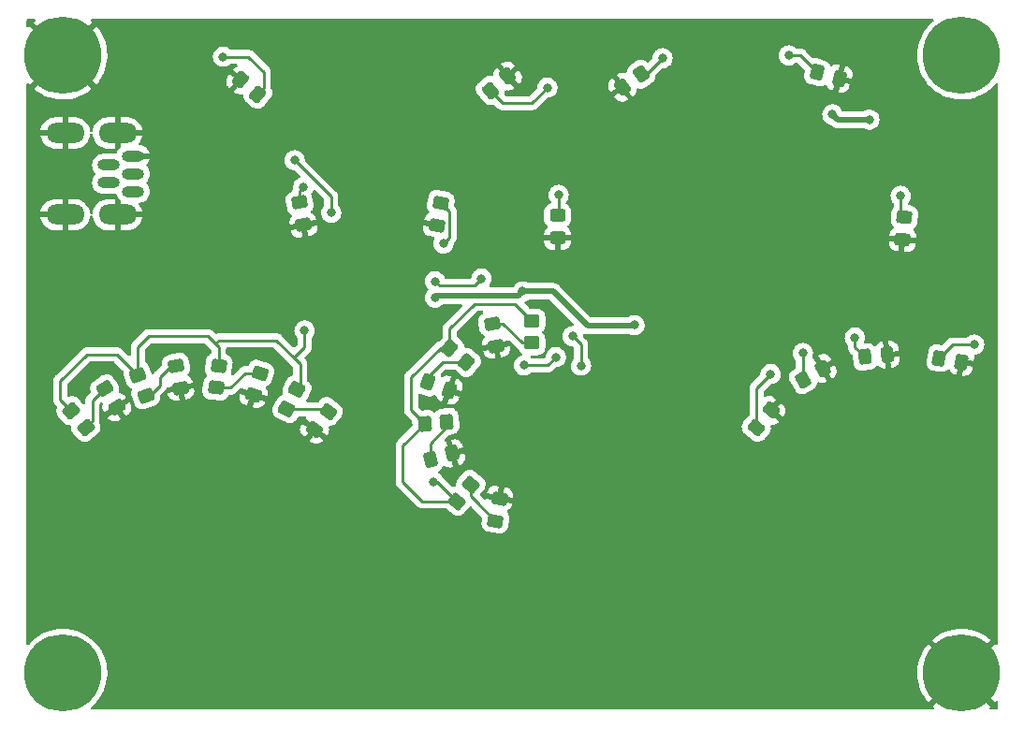
<source format=gbr>
%TF.GenerationSoftware,KiCad,Pcbnew,(6.0.5)*%
%TF.CreationDate,2022-08-10T18:54:24-07:00*%
%TF.ProjectId,AlpenglowSMTGarden,416c7065-6e67-46c6-9f77-534d54476172,rev?*%
%TF.SameCoordinates,Original*%
%TF.FileFunction,Copper,L1,Top*%
%TF.FilePolarity,Positive*%
%FSLAX46Y46*%
G04 Gerber Fmt 4.6, Leading zero omitted, Abs format (unit mm)*
G04 Created by KiCad (PCBNEW (6.0.5)) date 2022-08-10 18:54:24*
%MOMM*%
%LPD*%
G01*
G04 APERTURE LIST*
G04 Aperture macros list*
%AMRoundRect*
0 Rectangle with rounded corners*
0 $1 Rounding radius*
0 $2 $3 $4 $5 $6 $7 $8 $9 X,Y pos of 4 corners*
0 Add a 4 corners polygon primitive as box body*
4,1,4,$2,$3,$4,$5,$6,$7,$8,$9,$2,$3,0*
0 Add four circle primitives for the rounded corners*
1,1,$1+$1,$2,$3*
1,1,$1+$1,$4,$5*
1,1,$1+$1,$6,$7*
1,1,$1+$1,$8,$9*
0 Add four rect primitives between the rounded corners*
20,1,$1+$1,$2,$3,$4,$5,0*
20,1,$1+$1,$4,$5,$6,$7,0*
20,1,$1+$1,$6,$7,$8,$9,0*
20,1,$1+$1,$8,$9,$2,$3,0*%
G04 Aperture macros list end*
%TA.AperFunction,ComponentPad*%
%ADD10O,2.000000X1.000000*%
%TD*%
%TA.AperFunction,ComponentPad*%
%ADD11O,3.500000X1.800000*%
%TD*%
%TA.AperFunction,SMDPad,CuDef*%
%ADD12RoundRect,0.250000X0.119744X-0.557370X0.569696X-0.021139X-0.119744X0.557370X-0.569696X0.021139X0*%
%TD*%
%TA.AperFunction,SMDPad,CuDef*%
%ADD13RoundRect,0.250000X0.503745X-0.233165X0.379719X0.404893X-0.503745X0.233165X-0.379719X-0.404893X0*%
%TD*%
%TA.AperFunction,SMDPad,CuDef*%
%ADD14RoundRect,0.250000X0.386728X-0.398204X0.499599X0.241921X-0.386728X0.398204X-0.499599X-0.241921X0*%
%TD*%
%TA.AperFunction,SMDPad,CuDef*%
%ADD15RoundRect,0.250000X0.499599X-0.241921X0.386728X0.398204X-0.499599X0.241921X-0.386728X-0.398204X0*%
%TD*%
%TA.AperFunction,SMDPad,CuDef*%
%ADD16RoundRect,0.250000X0.056458X0.552211X-0.506458X0.227211X-0.056458X-0.552211X0.506458X-0.227211X0*%
%TD*%
%TA.AperFunction,SMDPad,CuDef*%
%ADD17RoundRect,0.250000X0.554409X-0.027480X0.200394X0.517656X-0.554409X0.027480X-0.200394X-0.517656X0*%
%TD*%
%TA.AperFunction,SMDPad,CuDef*%
%ADD18RoundRect,0.250000X0.335316X-0.442366X0.525358X0.179232X-0.335316X0.442366X-0.525358X-0.179232X0*%
%TD*%
%TA.AperFunction,ComponentPad*%
%ADD19C,6.985000*%
%TD*%
%TA.AperFunction,SMDPad,CuDef*%
%ADD20RoundRect,0.250000X-0.242056X0.516148X-0.559850X-0.107557X0.242056X-0.516148X0.559850X0.107557X0*%
%TD*%
%TA.AperFunction,SMDPad,CuDef*%
%ADD21RoundRect,0.250000X0.276182X0.481507X-0.370257X0.413563X-0.276182X-0.481507X0.370257X-0.413563X0*%
%TD*%
%TA.AperFunction,SMDPad,CuDef*%
%ADD22RoundRect,0.250000X-0.450000X0.350000X-0.450000X-0.350000X0.450000X-0.350000X0.450000X0.350000X0*%
%TD*%
%TA.AperFunction,SMDPad,CuDef*%
%ADD23RoundRect,0.250000X0.450000X-0.325000X0.450000X0.325000X-0.450000X0.325000X-0.450000X-0.325000X0*%
%TD*%
%TA.AperFunction,SMDPad,CuDef*%
%ADD24RoundRect,0.250000X0.197457X0.518783X-0.430394X0.350550X-0.197457X-0.518783X0.430394X-0.350550X0*%
%TD*%
%TA.AperFunction,SMDPad,CuDef*%
%ADD25RoundRect,0.250000X0.163796X-0.530373X0.554976X-0.011260X-0.163796X0.530373X-0.554976X0.011260X0*%
%TD*%
%TA.AperFunction,SMDPad,CuDef*%
%ADD26RoundRect,0.250000X-0.545540X0.165488X-0.294682X-0.488019X0.545540X-0.165488X0.294682X0.488019X0*%
%TD*%
%TA.AperFunction,SMDPad,CuDef*%
%ADD27RoundRect,0.250000X0.398204X0.386728X-0.241921X0.499599X-0.398204X-0.386728X0.241921X-0.499599X0*%
%TD*%
%TA.AperFunction,SMDPad,CuDef*%
%ADD28RoundRect,0.250000X-0.040290X0.553626X-0.538219X0.135814X0.040290X-0.553626X0.538219X-0.135814X0*%
%TD*%
%TA.AperFunction,SMDPad,CuDef*%
%ADD29RoundRect,0.250000X-0.309448X-0.478792X0.387888X-0.417783X0.309448X0.478792X-0.387888X0.417783X0*%
%TD*%
%TA.AperFunction,SMDPad,CuDef*%
%ADD30RoundRect,0.250000X-0.557370X-0.119744X-0.021139X-0.569696X0.557370X0.119744X0.021139X0.569696X0*%
%TD*%
%TA.AperFunction,SMDPad,CuDef*%
%ADD31RoundRect,0.250000X0.419962X-0.362983X0.476613X0.284543X-0.419962X0.362983X-0.476613X-0.284543X0*%
%TD*%
%TA.AperFunction,SMDPad,CuDef*%
%ADD32RoundRect,0.250000X0.430394X0.350550X-0.197457X0.518783X-0.430394X-0.350550X0.197457X-0.518783X0*%
%TD*%
%TA.AperFunction,SMDPad,CuDef*%
%ADD33RoundRect,0.250000X-0.135814X0.538219X-0.553626X0.040290X0.135814X-0.538219X0.553626X-0.040290X0*%
%TD*%
%TA.AperFunction,SMDPad,CuDef*%
%ADD34RoundRect,0.250000X-0.386728X0.398204X-0.499599X-0.241921X0.386728X-0.398204X0.499599X0.241921X0*%
%TD*%
%TA.AperFunction,SMDPad,CuDef*%
%ADD35RoundRect,0.250000X0.459309X0.311705X-0.151491X0.534018X-0.459309X-0.311705X0.151491X-0.534018X0*%
%TD*%
%TA.AperFunction,SMDPad,CuDef*%
%ADD36RoundRect,0.250000X-0.403991X0.402232X-0.489300X-0.292550X0.403991X-0.402232X0.489300X0.292550X0*%
%TD*%
%TA.AperFunction,SMDPad,CuDef*%
%ADD37RoundRect,0.250000X-0.008115X-0.555031X0.524334X-0.182206X0.008115X0.555031X-0.524334X0.182206X0*%
%TD*%
%TA.AperFunction,SMDPad,CuDef*%
%ADD38RoundRect,0.250000X-0.569240X-0.031078X-0.109999X-0.559375X0.569240X0.031078X0.109999X0.559375X0*%
%TD*%
%TA.AperFunction,SMDPad,CuDef*%
%ADD39RoundRect,0.250000X-0.538219X-0.135814X-0.040290X-0.553626X0.538219X0.135814X0.040290X0.553626X0*%
%TD*%
%TA.AperFunction,ViaPad*%
%ADD40C,0.812800*%
%TD*%
%TA.AperFunction,Conductor*%
%ADD41C,0.508000*%
%TD*%
%TA.AperFunction,Conductor*%
%ADD42C,0.254000*%
%TD*%
G04 APERTURE END LIST*
D10*
%TO.P,J1,1,VBUS*%
%TO.N,+Vusb*%
X124452999Y-61846997D03*
%TO.P,J1,2,D-*%
%TO.N,unconnected-(J1-Pad2)*%
X122252999Y-61046997D03*
%TO.P,J1,3,D+*%
%TO.N,unconnected-(J1-Pad3)*%
X124452999Y-60246997D03*
%TO.P,J1,4,ID*%
%TO.N,unconnected-(J1-Pad4)*%
X122252999Y-59446997D03*
%TO.P,J1,5,GND*%
%TO.N,GND*%
X124452999Y-58646997D03*
D11*
%TO.P,J1,6,Shield*%
X118302999Y-56546998D03*
X123052999Y-63946996D03*
X118302999Y-63946996D03*
X123052999Y-56546998D03*
%TD*%
D12*
%TO.P,R12,1*%
%TO.N,/BLINK2*%
X153713012Y-89872335D03*
%TO.P,R12,2*%
%TO.N,Net-(D12-PadA)*%
X154998588Y-88340247D03*
%TD*%
D13*
%TO.P,D16,A,A*%
%TO.N,Net-(D16-PadA)*%
X128328421Y-77606832D03*
%TO.P,D16,K,K*%
%TO.N,GND*%
X128719579Y-79619168D03*
%TD*%
D14*
%TO.P,D20,A,A*%
%TO.N,Net-(D20-PadA)*%
X152273189Y-62871572D03*
%TO.P,D20,K,K*%
%TO.N,GND*%
X151917211Y-64890428D03*
%TD*%
D15*
%TO.P,D9,A,A*%
%TO.N,Net-(D9-PadA)*%
X156921011Y-73793572D03*
%TO.P,D9,K,K*%
%TO.N,GND*%
X157276989Y-75812428D03*
%TD*%
D16*
%TO.P,D7,A,A*%
%TO.N,Net-(D7-PadA)*%
X185040324Y-78871500D03*
%TO.P,D7,K,K*%
%TO.N,GND*%
X186815676Y-77846500D03*
%TD*%
D17*
%TO.P,D13,A,A*%
%TO.N,Net-(D13-PadA)*%
X121869745Y-79658363D03*
%TO.P,D13,K,K*%
%TO.N,GND*%
X122986255Y-81377637D03*
%TD*%
D18*
%TO.P,D15,A,A*%
%TO.N,Net-(D15-PadA)*%
X135935681Y-78267788D03*
%TO.P,D15,K,K*%
%TO.N,GND*%
X135336319Y-80228212D03*
%TD*%
D19*
%TO.P,H4,1,1*%
%TO.N,+Vin_2*%
X199390000Y-49530000D03*
%TD*%
D20*
%TO.P,R14,1*%
%TO.N,/BLINK3*%
X139264990Y-79753993D03*
%TO.P,R14,2*%
%TO.N,Net-(D14-PadA)*%
X138357010Y-81536007D03*
%TD*%
D15*
%TO.P,D19,A,A*%
%TO.N,Net-(D19-PadA)*%
X139496611Y-62846172D03*
%TO.P,D19,K,K*%
%TO.N,GND*%
X139852589Y-64865028D03*
%TD*%
D21*
%TO.P,D6,A,A*%
%TO.N,Net-(D6-PadA)*%
X190623615Y-76815142D03*
%TO.P,D6,K,K*%
%TO.N,GND*%
X192662385Y-76600858D03*
%TD*%
D22*
%TO.P,R9,1*%
%TO.N,/BLINK2*%
X160528000Y-73549000D03*
%TO.P,R9,2*%
%TO.N,Net-(D9-PadA)*%
X160528000Y-75549000D03*
%TD*%
D19*
%TO.P,H1,1,1*%
%TO.N,GND*%
X118110000Y-49530000D03*
%TD*%
D23*
%TO.P,D2,A,A*%
%TO.N,Net-(D2-PadA)*%
X162839400Y-63999000D03*
%TO.P,D2,K,K*%
%TO.N,GND*%
X162839400Y-66049000D03*
%TD*%
D24*
%TO.P,D11,A,A*%
%TO.N,Net-(D11-PadA)*%
X151333726Y-86069581D03*
%TO.P,D11,K,K*%
%TO.N,GND*%
X153313874Y-85539001D03*
%TD*%
D25*
%TO.P,D14,A,A*%
%TO.N,Net-(D14-PadA)*%
X142094860Y-81731399D03*
%TO.P,D14,K,K*%
%TO.N,GND*%
X140861140Y-83368601D03*
%TD*%
D19*
%TO.P,H3,1,1*%
%TO.N,+Vin_1*%
X118110000Y-105410000D03*
%TD*%
D26*
%TO.P,R16,1*%
%TO.N,/BLINK3*%
X124863632Y-78441420D03*
%TO.P,R16,2*%
%TO.N,Net-(D16-PadA)*%
X125580368Y-80308580D03*
%TD*%
D27*
%TO.P,D5,A,A*%
%TO.N,Net-(D5-PadA)*%
X197364572Y-76911011D03*
%TO.P,D5,K,K*%
%TO.N,GND*%
X199383428Y-77266989D03*
%TD*%
D28*
%TO.P,D17,A,A*%
%TO.N,Net-(D17-PadA)*%
X156745604Y-52703457D03*
%TO.P,D17,K,K*%
%TO.N,GND*%
X158315996Y-51385743D03*
%TD*%
D29*
%TO.P,R11,1*%
%TO.N,/BLINK2*%
X150819605Y-82843447D03*
%TO.P,R11,2*%
%TO.N,Net-(D11-PadA)*%
X152811995Y-82669135D03*
%TD*%
D30*
%TO.P,R10,1*%
%TO.N,/BLINK2*%
X153081756Y-76017503D03*
%TO.P,R10,2*%
%TO.N,Net-(D10-PadA)*%
X154613844Y-77303079D03*
%TD*%
D31*
%TO.P,D4,A,A*%
%TO.N,Net-(D4-PadA)*%
X194221535Y-64137073D03*
%TO.P,D4,K,K*%
%TO.N,GND*%
X194042865Y-66179273D03*
%TD*%
D32*
%TO.P,D3,A,A*%
%TO.N,Net-(D3-PadA)*%
X186346491Y-51068110D03*
%TO.P,D3,K,K*%
%TO.N,GND*%
X188326639Y-51598690D03*
%TD*%
D33*
%TO.P,D8,A,A*%
%TO.N,Net-(D8-PadA)*%
X180824143Y-83208196D03*
%TO.P,D8,K,K*%
%TO.N,GND*%
X182141857Y-81637804D03*
%TD*%
D34*
%TO.P,D12,A,A*%
%TO.N,Net-(D12-PadA)*%
X157225811Y-91639719D03*
%TO.P,D12,K,K*%
%TO.N,GND*%
X157581789Y-89620863D03*
%TD*%
D35*
%TO.P,D10,A,A*%
%TO.N,Net-(D10-PadA)*%
X151106615Y-79103720D03*
%TO.P,D10,K,K*%
%TO.N,GND*%
X153032985Y-79804862D03*
%TD*%
D36*
%TO.P,R15,1*%
%TO.N,/BLINK3*%
X132201869Y-77620454D03*
%TO.P,R15,2*%
%TO.N,Net-(D15-PadA)*%
X131958131Y-79605546D03*
%TD*%
D37*
%TO.P,D1,A,A*%
%TO.N,Net-(D1-PadA)*%
X170384631Y-51228084D03*
%TO.P,D1,K,K*%
%TO.N,GND*%
X168705369Y-52403916D03*
%TD*%
D38*
%TO.P,R13,1*%
%TO.N,/BLINK3*%
X118850941Y-81668290D03*
%TO.P,R13,2*%
%TO.N,Net-(D13-PadA)*%
X120163059Y-83177710D03*
%TD*%
D39*
%TO.P,D18,A,A*%
%TO.N,Net-(D18-PadA)*%
X135731352Y-53051269D03*
%TO.P,D18,K,K*%
%TO.N,GND*%
X134160960Y-51733555D03*
%TD*%
D19*
%TO.P,H2,1,1*%
%TO.N,GND*%
X199390000Y-105410000D03*
%TD*%
D40*
%TO.N,+5V*%
X151765000Y-71450200D03*
X187706000Y-54864000D03*
X169799000Y-73939400D03*
X159689800Y-70891400D03*
X191053000Y-55347000D03*
%TO.N,GND*%
X154940000Y-54991000D03*
X170103800Y-70180200D03*
X157988000Y-55245000D03*
X147955000Y-69088000D03*
X184150000Y-67945000D03*
X171831000Y-77597000D03*
X162991800Y-69443600D03*
%TO.N,Net-(C4-Pad1)*%
X164973000Y-77597000D03*
X164211000Y-74930000D03*
%TO.N,Net-(D4-PadA)*%
X193878200Y-62230000D03*
%TO.N,Net-(D5-PadA)*%
X200533000Y-75692000D03*
%TO.N,Net-(D6-PadA)*%
X189738000Y-75057000D03*
%TO.N,Net-(D7-PadA)*%
X185039000Y-76454000D03*
%TO.N,Net-(D8-PadA)*%
X182118000Y-78359000D03*
%TO.N,Net-(D17-PadA)*%
X161925000Y-52451000D03*
%TO.N,Net-(D18-PadA)*%
X132588000Y-49657000D03*
%TO.N,Net-(D19-PadA)*%
X139853070Y-61429155D03*
%TO.N,Net-(D20-PadA)*%
X152527000Y-66548000D03*
%TO.N,/BLINK2*%
X151638000Y-88146100D03*
%TO.N,/BLINK3*%
X139954000Y-74422000D03*
%TO.N,/CLK2*%
X159816800Y-77571600D03*
X162687000Y-76835000D03*
%TO.N,/CLK4*%
X151765000Y-69977000D03*
X155956000Y-69723000D03*
%TO.N,Net-(D3-PadA)*%
X183769000Y-49530000D03*
%TO.N,Net-(D2-PadA)*%
X162941000Y-62153800D03*
%TO.N,Net-(D1-PadA)*%
X172339000Y-49784000D03*
%TO.N,Net-(C10-Pad1)*%
X142367000Y-63754000D03*
X139065000Y-59008600D03*
%TD*%
D41*
%TO.N,+5V*%
X169799000Y-73939400D02*
X169722800Y-74015600D01*
X165582600Y-74015600D02*
X162458400Y-70891400D01*
X188189000Y-55347000D02*
X187706000Y-54864000D01*
X169722800Y-74015600D02*
X165582600Y-74015600D01*
X191053000Y-55347000D02*
X188189000Y-55347000D01*
X159689800Y-70891400D02*
X159333720Y-71247480D01*
X159333720Y-71247480D02*
X151967720Y-71247480D01*
X151967720Y-71247480D02*
X151765000Y-71450200D01*
X162458400Y-70891400D02*
X159689800Y-70891400D01*
D42*
%TO.N,Net-(C4-Pad1)*%
X164973000Y-77597000D02*
X164973000Y-75692000D01*
X164973000Y-75692000D02*
X164211000Y-74930000D01*
%TO.N,Net-(D4-PadA)*%
X193878200Y-63793738D02*
X194221535Y-64137073D01*
X193878200Y-62230000D02*
X193878200Y-63793738D01*
%TO.N,Net-(D5-PadA)*%
X200533000Y-75692000D02*
X198583583Y-75692000D01*
X198583583Y-75692000D02*
X197364572Y-76911011D01*
%TO.N,Net-(D6-PadA)*%
X189738000Y-75057000D02*
X189738000Y-75929527D01*
X189738000Y-75929527D02*
X190623615Y-76815142D01*
%TO.N,Net-(D7-PadA)*%
X185039000Y-76454000D02*
X185039000Y-78870176D01*
X185039000Y-78870176D02*
X185040324Y-78871500D01*
%TO.N,Net-(D8-PadA)*%
X180824143Y-79652857D02*
X180824143Y-83208196D01*
X182118000Y-78359000D02*
X180824143Y-79652857D01*
%TO.N,Net-(D9-PadA)*%
X156921011Y-73793572D02*
X157867572Y-73793572D01*
X157867572Y-73793572D02*
X159623000Y-75549000D01*
X159623000Y-75549000D02*
X160528000Y-75549000D01*
%TO.N,Net-(D10-PadA)*%
X151106615Y-79103720D02*
X151106615Y-78636385D01*
X151106615Y-78636385D02*
X152439921Y-77303079D01*
X152439921Y-77303079D02*
X154613844Y-77303079D01*
%TO.N,Net-(D11-PadA)*%
X152811995Y-83154005D02*
X152811995Y-82669135D01*
X151333726Y-86069581D02*
X151333726Y-84632274D01*
X151333726Y-84632274D02*
X152811995Y-83154005D01*
%TO.N,Net-(D13-PadA)*%
X120777000Y-82563769D02*
X120777000Y-80751108D01*
X120163059Y-83177710D02*
X120777000Y-82563769D01*
X120777000Y-80751108D02*
X121869745Y-79658363D01*
%TO.N,Net-(D14-PadA)*%
X138357010Y-81536007D02*
X141899468Y-81536007D01*
X141899468Y-81536007D02*
X142094860Y-81731399D01*
%TO.N,Net-(D15-PadA)*%
X133246454Y-79605546D02*
X131958131Y-79605546D01*
X135935681Y-78267788D02*
X134584212Y-78267788D01*
X134584212Y-78267788D02*
X133246454Y-79605546D01*
%TO.N,Net-(D16-PadA)*%
X126873000Y-78613000D02*
X127879168Y-77606832D01*
X125939420Y-80308580D02*
X126873000Y-79375000D01*
X125580368Y-80308580D02*
X125939420Y-80308580D01*
X127879168Y-77606832D02*
X128328421Y-77606832D01*
X126873000Y-79375000D02*
X126873000Y-78613000D01*
%TO.N,Net-(D17-PadA)*%
X160528000Y-53848000D02*
X157890147Y-53848000D01*
X157890147Y-53848000D02*
X156745604Y-52703457D01*
X161925000Y-52451000D02*
X160528000Y-53848000D01*
%TO.N,Net-(D18-PadA)*%
X132588000Y-49657000D02*
X134874000Y-49657000D01*
X136271000Y-52511621D02*
X135731352Y-53051269D01*
X134874000Y-49657000D02*
X136271000Y-51054000D01*
X136271000Y-51054000D02*
X136271000Y-52511621D01*
%TO.N,Net-(D19-PadA)*%
X139496611Y-62846172D02*
X139496611Y-61785614D01*
X139496611Y-61785614D02*
X139853070Y-61429155D01*
%TO.N,Net-(D20-PadA)*%
X153083102Y-65991898D02*
X153083102Y-63681485D01*
X153083102Y-63681485D02*
X152273189Y-62871572D01*
X152527000Y-66548000D02*
X153083102Y-65991898D01*
%TO.N,/BLINK2*%
X148844000Y-84819052D02*
X150819605Y-82843447D01*
X153081756Y-74248244D02*
X153081756Y-76017503D01*
X149606000Y-81629842D02*
X149606000Y-78663800D01*
X151638000Y-88146100D02*
X151986777Y-88146100D01*
X148844000Y-88138000D02*
X148844000Y-84819052D01*
X153713012Y-89872335D02*
X150578335Y-89872335D01*
X155321000Y-72009000D02*
X153081756Y-74248244D01*
X150819605Y-82843447D02*
X149606000Y-81629842D01*
X152252297Y-76017503D02*
X153081756Y-76017503D01*
X160528000Y-73549000D02*
X158988000Y-72009000D01*
X151986777Y-88146100D02*
X153713012Y-89872335D01*
X150578335Y-89872335D02*
X148844000Y-88138000D01*
X149606000Y-78663800D02*
X152252297Y-76017503D01*
X158988000Y-72009000D02*
X155321000Y-72009000D01*
%TO.N,/BLINK3*%
X120269000Y-76581000D02*
X117856000Y-78994000D01*
X117856000Y-78994000D02*
X117856000Y-80673349D01*
X124863632Y-78441420D02*
X124863632Y-75923368D01*
X131889500Y-75628500D02*
X132207000Y-75946000D01*
X139573000Y-77470000D02*
X139001500Y-76898500D01*
X137414000Y-75311000D02*
X132207000Y-75311000D01*
X124863632Y-75923368D02*
X125857000Y-74930000D01*
X139573000Y-79445983D02*
X139573000Y-77470000D01*
X139264990Y-79753993D02*
X139573000Y-79445983D01*
X132207000Y-77615323D02*
X132201869Y-77620454D01*
X139954000Y-74422000D02*
X139954000Y-75946000D01*
X132207000Y-75311000D02*
X131889500Y-75628500D01*
X123003212Y-76581000D02*
X120269000Y-76581000D01*
X132207000Y-75946000D02*
X132207000Y-77615323D01*
X131191000Y-74930000D02*
X131889500Y-75628500D01*
X125857000Y-74930000D02*
X131191000Y-74930000D01*
X139001500Y-76898500D02*
X137414000Y-75311000D01*
X139954000Y-75946000D02*
X139001500Y-76898500D01*
X123003212Y-76581000D02*
X124863632Y-78441420D01*
X117856000Y-80673349D02*
X118850941Y-81668290D01*
%TO.N,/CLK2*%
X162687000Y-76835000D02*
X161950400Y-77571600D01*
X161950400Y-77571600D02*
X159816800Y-77571600D01*
%TO.N,/CLK4*%
X151765000Y-69977000D02*
X152171400Y-70383400D01*
X152171400Y-70383400D02*
X155295600Y-70383400D01*
X155295600Y-70383400D02*
X155956000Y-69723000D01*
%TO.N,Net-(D3-PadA)*%
X183769000Y-49530000D02*
X184808381Y-49530000D01*
X184808381Y-49530000D02*
X186346491Y-51068110D01*
%TO.N,Net-(D2-PadA)*%
X162941000Y-62153800D02*
X162941000Y-63897400D01*
X162941000Y-63897400D02*
X162839400Y-63999000D01*
%TO.N,Net-(D12-PadA)*%
X157225811Y-91639719D02*
X155498800Y-89912708D01*
X154998588Y-89390388D02*
X154998588Y-88340247D01*
X155498800Y-89890600D02*
X154998588Y-89390388D01*
X155498800Y-89912708D02*
X155498800Y-89890600D01*
%TO.N,Net-(D1-PadA)*%
X170894916Y-51228084D02*
X170384631Y-51228084D01*
X172339000Y-49784000D02*
X170894916Y-51228084D01*
%TO.N,Net-(C10-Pad1)*%
X142367000Y-63754000D02*
X142367000Y-62310600D01*
X142367000Y-62310600D02*
X139065000Y-59008600D01*
%TD*%
%TA.AperFunction,Conductor*%
%TO.N,GND*%
G36*
X115539407Y-46248502D02*
G01*
X115585900Y-46302158D01*
X115596004Y-46372432D01*
X115566510Y-46437012D01*
X115554941Y-46448723D01*
X115480021Y-46515240D01*
X115471645Y-46528626D01*
X115477395Y-46538185D01*
X118097188Y-49157978D01*
X118111132Y-49165592D01*
X118112965Y-49165461D01*
X118119580Y-49161210D01*
X120741153Y-46539637D01*
X120748767Y-46525693D01*
X120748745Y-46525382D01*
X120742892Y-46516713D01*
X120667144Y-46447545D01*
X120630327Y-46386840D01*
X120632175Y-46315868D01*
X120672099Y-46257161D01*
X120737426Y-46229358D01*
X120752106Y-46228500D01*
X196750534Y-46228500D01*
X196818655Y-46248502D01*
X196865148Y-46302158D01*
X196875252Y-46372432D01*
X196845758Y-46437012D01*
X196834189Y-46448723D01*
X196587271Y-46667947D01*
X196585192Y-46670192D01*
X196585185Y-46670199D01*
X196323446Y-46952852D01*
X196321360Y-46955105D01*
X196084740Y-47266841D01*
X195879669Y-47600179D01*
X195708105Y-47951938D01*
X195571685Y-48318759D01*
X195471712Y-48697142D01*
X195448174Y-48842468D01*
X195410744Y-49073574D01*
X195409140Y-49083475D01*
X195408946Y-49086555D01*
X195408946Y-49086557D01*
X195385485Y-49459455D01*
X195384565Y-49474070D01*
X195384673Y-49477159D01*
X195397633Y-49848266D01*
X195398224Y-49865199D01*
X195398630Y-49868243D01*
X195398631Y-49868253D01*
X195422505Y-50047175D01*
X195449985Y-50253128D01*
X195450685Y-50256112D01*
X195450686Y-50256118D01*
X195536486Y-50621927D01*
X195539354Y-50634155D01*
X195665478Y-51004643D01*
X195707324Y-51096891D01*
X195825877Y-51358240D01*
X195825881Y-51358248D01*
X195827154Y-51361054D01*
X196022837Y-51699988D01*
X196024620Y-51702479D01*
X196024621Y-51702480D01*
X196189696Y-51933054D01*
X196250661Y-52018209D01*
X196508451Y-52312680D01*
X196793745Y-52580589D01*
X196796195Y-52582476D01*
X196796200Y-52582480D01*
X197101378Y-52817499D01*
X197103821Y-52819380D01*
X197435720Y-53026773D01*
X197786272Y-53200789D01*
X198152132Y-53339766D01*
X198529808Y-53442378D01*
X198532851Y-53442893D01*
X198532857Y-53442894D01*
X198912653Y-53507132D01*
X198912660Y-53507133D01*
X198915694Y-53507646D01*
X198918765Y-53507861D01*
X198918767Y-53507861D01*
X199303042Y-53534732D01*
X199303050Y-53534732D01*
X199306108Y-53534946D01*
X199556539Y-53527951D01*
X199694249Y-53524105D01*
X199694252Y-53524105D01*
X199697323Y-53524019D01*
X199700376Y-53523633D01*
X199700380Y-53523633D01*
X199886167Y-53500163D01*
X200085604Y-53474968D01*
X200088608Y-53474286D01*
X200088611Y-53474285D01*
X200464250Y-53388942D01*
X200464256Y-53388940D01*
X200467246Y-53388261D01*
X200525811Y-53368779D01*
X200835681Y-53265699D01*
X200835687Y-53265697D01*
X200838605Y-53264726D01*
X200841415Y-53263475D01*
X201193337Y-53106790D01*
X201193343Y-53106787D01*
X201196137Y-53105543D01*
X201199593Y-53103580D01*
X201533754Y-52913749D01*
X201533753Y-52913749D01*
X201536428Y-52912230D01*
X201663093Y-52822878D01*
X201761236Y-52753645D01*
X201856232Y-52686633D01*
X201900358Y-52648545D01*
X202094289Y-52481148D01*
X202152495Y-52430906D01*
X202422390Y-52147489D01*
X202424274Y-52145077D01*
X202424290Y-52145059D01*
X202466211Y-52091402D01*
X202523912Y-52050036D01*
X202594817Y-52046433D01*
X202656414Y-52081736D01*
X202689147Y-52144737D01*
X202691500Y-52168975D01*
X202691500Y-102769728D01*
X202671498Y-102837849D01*
X202617842Y-102884342D01*
X202547568Y-102894446D01*
X202482988Y-102864952D01*
X202471864Y-102854038D01*
X202405008Y-102779787D01*
X202391485Y-102771456D01*
X202391408Y-102771457D01*
X202382124Y-102777086D01*
X199762022Y-105397188D01*
X199754408Y-105411132D01*
X199754539Y-105412965D01*
X199758790Y-105419580D01*
X202382059Y-108042849D01*
X202396003Y-108050463D01*
X202397017Y-108050391D01*
X202404752Y-108045285D01*
X202419885Y-108029395D01*
X202423901Y-108024742D01*
X202466211Y-107970588D01*
X202523912Y-107929223D01*
X202594817Y-107925620D01*
X202656414Y-107960923D01*
X202689147Y-108023924D01*
X202691500Y-108048162D01*
X202691500Y-108585500D01*
X202671498Y-108653621D01*
X202617842Y-108700114D01*
X202565500Y-108711500D01*
X202026441Y-108711500D01*
X201958320Y-108691498D01*
X201911827Y-108637842D01*
X201901723Y-108567568D01*
X201931217Y-108502988D01*
X201944110Y-108490119D01*
X202019920Y-108424681D01*
X202028337Y-108411639D01*
X202022398Y-108401608D01*
X199402812Y-105782022D01*
X199388868Y-105774408D01*
X199387035Y-105774539D01*
X199380420Y-105778790D01*
X196757854Y-108401356D01*
X196750240Y-108415300D01*
X196750295Y-108416081D01*
X196755646Y-108424126D01*
X196791827Y-108458102D01*
X196796513Y-108462091D01*
X196827134Y-108485672D01*
X196868901Y-108543083D01*
X196872998Y-108613961D01*
X196838126Y-108675803D01*
X196775355Y-108708975D01*
X196750255Y-108711500D01*
X120747205Y-108711500D01*
X120679084Y-108691498D01*
X120632591Y-108637842D01*
X120622487Y-108567568D01*
X120651981Y-108502988D01*
X120664864Y-108490128D01*
X120872495Y-108310906D01*
X121142390Y-108027489D01*
X121383339Y-107719087D01*
X121593045Y-107388645D01*
X121769503Y-107039316D01*
X121828479Y-106887268D01*
X121909916Y-106677311D01*
X121909919Y-106677302D01*
X121911031Y-106674435D01*
X122016278Y-106297485D01*
X122084238Y-105912063D01*
X122114263Y-105521849D01*
X122115825Y-105410000D01*
X122115357Y-105400420D01*
X122113241Y-105357166D01*
X195385173Y-105357166D01*
X195398615Y-105742079D01*
X195399129Y-105748208D01*
X195450070Y-106129987D01*
X195451180Y-106136034D01*
X195539131Y-106511019D01*
X195540825Y-106516929D01*
X195664950Y-106881543D01*
X195667218Y-106887268D01*
X195826322Y-107238012D01*
X195829143Y-107243502D01*
X196021719Y-107577051D01*
X196025049Y-107582219D01*
X196249260Y-107895395D01*
X196253082Y-107900217D01*
X196375348Y-108039880D01*
X196388562Y-108048278D01*
X196398358Y-108042432D01*
X199017978Y-105422812D01*
X199025592Y-105408868D01*
X199025461Y-105407035D01*
X199021210Y-105400420D01*
X196399209Y-102778419D01*
X196385265Y-102770805D01*
X196384719Y-102770844D01*
X196376363Y-102776443D01*
X196323829Y-102833174D01*
X196319888Y-102837871D01*
X196087013Y-103144672D01*
X196083538Y-103149748D01*
X195881721Y-103477796D01*
X195878756Y-103483190D01*
X195709916Y-103829364D01*
X195707490Y-103835022D01*
X195573234Y-104196028D01*
X195571376Y-104201885D01*
X195472985Y-104574279D01*
X195471710Y-104580279D01*
X195410130Y-104960485D01*
X195409443Y-104966613D01*
X195385259Y-105350991D01*
X195385173Y-105357166D01*
X122113241Y-105357166D01*
X122105486Y-105198596D01*
X122096707Y-105019100D01*
X122039535Y-104631931D01*
X121944854Y-104252189D01*
X121813570Y-103883499D01*
X121646934Y-103529379D01*
X121616185Y-103477796D01*
X121448117Y-103195861D01*
X121446537Y-103193210D01*
X121214292Y-102878201D01*
X121212241Y-102875923D01*
X121212236Y-102875917D01*
X120954477Y-102589648D01*
X120952416Y-102587359D01*
X120756679Y-102408626D01*
X196751645Y-102408626D01*
X196757395Y-102418185D01*
X199377188Y-105037978D01*
X199391132Y-105045592D01*
X199392965Y-105045461D01*
X199399580Y-105041210D01*
X202021153Y-102419637D01*
X202028767Y-102405693D01*
X202028745Y-102405382D01*
X202022893Y-102396715D01*
X201945355Y-102325912D01*
X201940631Y-102322004D01*
X201632218Y-102091282D01*
X201627112Y-102087838D01*
X201297658Y-101888313D01*
X201292262Y-101885396D01*
X200944898Y-101718966D01*
X200939231Y-101716584D01*
X200577306Y-101584855D01*
X200571418Y-101583033D01*
X200198366Y-101487249D01*
X200192343Y-101486013D01*
X199811699Y-101427086D01*
X199805612Y-101426446D01*
X199421032Y-101404945D01*
X199414880Y-101404902D01*
X199030067Y-101421030D01*
X199023941Y-101421587D01*
X198642530Y-101475191D01*
X198636477Y-101476346D01*
X198262120Y-101566913D01*
X198256223Y-101568649D01*
X197892494Y-101695312D01*
X197886781Y-101697620D01*
X197537146Y-101859174D01*
X197531692Y-101862026D01*
X197199486Y-102056929D01*
X197194339Y-102060298D01*
X196882729Y-102286695D01*
X196877959Y-102290530D01*
X196760021Y-102395240D01*
X196751645Y-102408626D01*
X120756679Y-102408626D01*
X120663409Y-102323459D01*
X120350029Y-102089021D01*
X120302602Y-102060298D01*
X120017895Y-101887873D01*
X120017886Y-101887868D01*
X120015267Y-101886282D01*
X119662320Y-101717178D01*
X119603761Y-101695864D01*
X119297451Y-101584376D01*
X119297450Y-101584376D01*
X119294555Y-101583322D01*
X118920375Y-101487249D01*
X118918467Y-101486759D01*
X118918464Y-101486758D01*
X118915483Y-101485993D01*
X118528723Y-101426119D01*
X118137966Y-101404273D01*
X118134887Y-101404402D01*
X118134884Y-101404402D01*
X117878528Y-101415146D01*
X117746942Y-101420661D01*
X117743898Y-101421089D01*
X117743896Y-101421089D01*
X117533921Y-101450599D01*
X117359383Y-101475129D01*
X116978990Y-101567156D01*
X116609392Y-101695864D01*
X116606594Y-101697157D01*
X116256914Y-101858731D01*
X116256904Y-101858736D01*
X116254117Y-101860024D01*
X115916558Y-102058069D01*
X115871414Y-102090868D01*
X115602416Y-102286305D01*
X115602410Y-102286310D01*
X115599935Y-102288108D01*
X115307271Y-102547947D01*
X115305192Y-102550192D01*
X115305185Y-102550199D01*
X115092585Y-102779787D01*
X115041360Y-102835105D01*
X115035798Y-102842432D01*
X115034861Y-102843667D01*
X114977742Y-102885833D01*
X114906894Y-102890424D01*
X114844810Y-102855982D01*
X114811203Y-102793444D01*
X114808500Y-102767485D01*
X114808500Y-84798931D01*
X148203765Y-84798931D01*
X148204511Y-84806823D01*
X148207941Y-84843108D01*
X148208500Y-84854966D01*
X148208500Y-88058980D01*
X148207970Y-88070214D01*
X148206292Y-88077719D01*
X148206541Y-88085638D01*
X148208438Y-88146012D01*
X148208500Y-88149969D01*
X148208500Y-88177983D01*
X148208996Y-88181908D01*
X148208996Y-88181909D01*
X148209008Y-88182004D01*
X148209941Y-88193849D01*
X148211335Y-88238205D01*
X148213547Y-88245817D01*
X148217013Y-88257748D01*
X148221023Y-88277112D01*
X148223573Y-88297299D01*
X148226489Y-88304663D01*
X148226490Y-88304668D01*
X148239907Y-88338556D01*
X148243752Y-88349785D01*
X148256131Y-88392393D01*
X148260169Y-88399220D01*
X148260170Y-88399223D01*
X148266488Y-88409906D01*
X148275188Y-88427664D01*
X148279761Y-88439215D01*
X148279765Y-88439221D01*
X148282681Y-88446588D01*
X148287339Y-88452999D01*
X148287340Y-88453001D01*
X148308764Y-88482488D01*
X148315281Y-88492410D01*
X148333826Y-88523768D01*
X148333829Y-88523772D01*
X148337866Y-88530598D01*
X148352250Y-88544982D01*
X148365091Y-88560016D01*
X148369185Y-88565651D01*
X148377058Y-88576487D01*
X148383166Y-88581540D01*
X148411255Y-88604777D01*
X148420035Y-88612767D01*
X150073085Y-90265818D01*
X150080661Y-90274144D01*
X150084782Y-90280638D01*
X150090557Y-90286061D01*
X150134600Y-90327420D01*
X150137442Y-90330175D01*
X150157241Y-90349974D01*
X150160372Y-90352403D01*
X150160377Y-90352407D01*
X150160463Y-90352474D01*
X150169488Y-90360182D01*
X150196050Y-90385126D01*
X150196054Y-90385129D01*
X150201829Y-90390552D01*
X150208775Y-90394371D01*
X150208780Y-90394374D01*
X150219663Y-90400357D01*
X150236191Y-90411213D01*
X150246006Y-90418827D01*
X150246009Y-90418829D01*
X150252268Y-90423684D01*
X150259538Y-90426830D01*
X150259543Y-90426833D01*
X150292985Y-90441304D01*
X150303646Y-90446527D01*
X150335582Y-90464084D01*
X150335587Y-90464086D01*
X150342532Y-90467904D01*
X150350206Y-90469874D01*
X150350213Y-90469877D01*
X150362248Y-90472967D01*
X150380953Y-90479371D01*
X150392348Y-90484302D01*
X150399627Y-90487452D01*
X150426677Y-90491736D01*
X150443462Y-90494395D01*
X150455075Y-90496800D01*
X150498053Y-90507835D01*
X150518400Y-90507835D01*
X150538112Y-90509386D01*
X150558214Y-90512570D01*
X150566106Y-90511824D01*
X150602391Y-90508394D01*
X150614249Y-90507835D01*
X152699992Y-90507835D01*
X152768113Y-90527837D01*
X152780979Y-90537310D01*
X153383811Y-91043146D01*
X153418596Y-91066676D01*
X153466173Y-91098861D01*
X153466177Y-91098863D01*
X153471886Y-91102725D01*
X153478295Y-91105256D01*
X153478297Y-91105257D01*
X153629589Y-91165004D01*
X153629592Y-91165005D01*
X153636394Y-91167691D01*
X153811434Y-91193071D01*
X153818723Y-91192427D01*
X153818727Y-91192427D01*
X153899525Y-91185287D01*
X153987617Y-91177502D01*
X153994566Y-91175197D01*
X153994567Y-91175197D01*
X154070542Y-91149997D01*
X154155495Y-91121820D01*
X154186473Y-91102725D01*
X154297021Y-91034581D01*
X154306059Y-91029010D01*
X154310994Y-91024219D01*
X154310997Y-91024217D01*
X154379098Y-90958108D01*
X154379103Y-90958103D01*
X154381405Y-90955868D01*
X154866980Y-90377182D01*
X154926090Y-90337855D01*
X154997078Y-90336729D01*
X155043818Y-90361089D01*
X155066056Y-90379486D01*
X155074835Y-90387475D01*
X156001514Y-91314154D01*
X156035540Y-91376466D01*
X156036505Y-91425128D01*
X155976504Y-91765415D01*
X155970483Y-91799562D01*
X155962925Y-91905627D01*
X155988915Y-92080578D01*
X155991629Y-92087380D01*
X156045480Y-92222358D01*
X156054456Y-92244857D01*
X156058658Y-92250846D01*
X156058659Y-92250849D01*
X156151829Y-92383663D01*
X156151832Y-92383666D01*
X156156031Y-92389652D01*
X156161496Y-92394513D01*
X156161499Y-92394516D01*
X156245810Y-92469502D01*
X156288192Y-92507197D01*
X156443850Y-92591185D01*
X156450470Y-92593064D01*
X156450471Y-92593065D01*
X156484182Y-92602636D01*
X156544865Y-92619865D01*
X157530461Y-92793652D01*
X157622312Y-92800198D01*
X157629650Y-92800721D01*
X157636526Y-92801211D01*
X157811477Y-92775220D01*
X157818270Y-92772510D01*
X157818273Y-92772509D01*
X157968957Y-92712392D01*
X157968960Y-92712390D01*
X157975756Y-92709679D01*
X157981745Y-92705477D01*
X157981748Y-92705476D01*
X158114562Y-92612306D01*
X158114565Y-92612303D01*
X158120551Y-92608104D01*
X158125412Y-92602639D01*
X158125415Y-92602636D01*
X158233231Y-92481413D01*
X158238096Y-92475943D01*
X158322084Y-92320285D01*
X158350764Y-92219270D01*
X158481139Y-91479876D01*
X158488697Y-91373811D01*
X158462707Y-91198860D01*
X158401311Y-91044970D01*
X158399879Y-91041380D01*
X158399877Y-91041377D01*
X158397166Y-91034581D01*
X158343520Y-90958108D01*
X158299796Y-90895780D01*
X158299795Y-90895779D01*
X158295591Y-90889786D01*
X158291608Y-90886243D01*
X158261577Y-90822815D01*
X158270710Y-90752408D01*
X158316458Y-90698116D01*
X158326105Y-90692329D01*
X158337489Y-90686173D01*
X158470200Y-90593077D01*
X158481057Y-90583404D01*
X158588799Y-90462263D01*
X158597135Y-90450358D01*
X158674325Y-90307301D01*
X158679475Y-90294619D01*
X158705378Y-90203382D01*
X158706813Y-90197130D01*
X158724185Y-90098610D01*
X158722424Y-90082827D01*
X158721262Y-90081397D01*
X158713992Y-90078419D01*
X157287541Y-89826898D01*
X156365876Y-89664383D01*
X156350090Y-89666143D01*
X156328421Y-89683748D01*
X156262938Y-89711178D01*
X156193020Y-89698851D01*
X156159875Y-89675050D01*
X156049287Y-89564462D01*
X156036439Y-89549418D01*
X156034031Y-89546103D01*
X156027521Y-89536192D01*
X156008973Y-89504830D01*
X156004935Y-89498002D01*
X155990547Y-89483614D01*
X155977706Y-89468580D01*
X155970402Y-89458527D01*
X155965742Y-89452113D01*
X155931550Y-89423827D01*
X155922771Y-89415838D01*
X155903921Y-89396988D01*
X157879183Y-89396988D01*
X157880943Y-89412774D01*
X157882104Y-89414202D01*
X157889375Y-89417181D01*
X158797702Y-89577343D01*
X158813489Y-89575583D01*
X158814916Y-89574423D01*
X158817895Y-89567149D01*
X158836052Y-89464177D01*
X158836849Y-89457719D01*
X158843681Y-89361847D01*
X158843158Y-89348152D01*
X158819274Y-89187381D01*
X158815484Y-89173334D01*
X158755413Y-89022766D01*
X158748494Y-89009970D01*
X158655398Y-88877259D01*
X158645725Y-88866402D01*
X158524584Y-88758660D01*
X158512679Y-88750324D01*
X158369622Y-88673134D01*
X158356940Y-88667984D01*
X158265703Y-88642081D01*
X158259451Y-88640646D01*
X158037832Y-88601569D01*
X158022046Y-88603329D01*
X158020618Y-88604490D01*
X158017639Y-88611761D01*
X157879183Y-89396988D01*
X155903921Y-89396988D01*
X155868951Y-89362018D01*
X155834925Y-89299706D01*
X155839990Y-89228891D01*
X155861524Y-89191932D01*
X155873262Y-89177944D01*
X155902486Y-89143116D01*
X156439393Y-89143116D01*
X156441154Y-89158899D01*
X156442316Y-89160329D01*
X156449586Y-89163307D01*
X157357914Y-89323469D01*
X157373700Y-89321709D01*
X157375128Y-89320548D01*
X157378107Y-89313277D01*
X157516563Y-88528051D01*
X157514803Y-88512264D01*
X157513643Y-88510837D01*
X157506369Y-88507858D01*
X157280295Y-88467995D01*
X157273838Y-88467198D01*
X157177966Y-88460366D01*
X157164271Y-88460889D01*
X157003500Y-88484773D01*
X156989453Y-88488563D01*
X156838885Y-88548634D01*
X156826089Y-88555553D01*
X156693378Y-88648649D01*
X156682521Y-88658322D01*
X156574779Y-88779463D01*
X156566443Y-88791368D01*
X156489253Y-88934425D01*
X156484103Y-88947107D01*
X156458200Y-89038344D01*
X156456765Y-89044596D01*
X156439393Y-89143116D01*
X155902486Y-89143116D01*
X156162174Y-88833632D01*
X156179631Y-88812828D01*
X156179635Y-88812823D01*
X156181725Y-88810332D01*
X156241303Y-88722256D01*
X156306270Y-88557749D01*
X156331649Y-88382708D01*
X156328236Y-88344077D01*
X156316725Y-88213817D01*
X156316081Y-88206525D01*
X156260398Y-88038647D01*
X156256558Y-88032417D01*
X156171196Y-87893934D01*
X156171194Y-87893932D01*
X156167589Y-87888083D01*
X156094447Y-87812738D01*
X155327789Y-87169436D01*
X155283893Y-87139742D01*
X155245427Y-87113721D01*
X155245423Y-87113719D01*
X155239714Y-87109857D01*
X155233305Y-87107326D01*
X155233303Y-87107325D01*
X155082011Y-87047578D01*
X155082008Y-87047577D01*
X155075206Y-87044891D01*
X154900166Y-87019511D01*
X154892877Y-87020155D01*
X154892873Y-87020155D01*
X154812075Y-87027295D01*
X154723983Y-87035080D01*
X154717034Y-87037385D01*
X154717033Y-87037385D01*
X154697569Y-87043841D01*
X154556105Y-87090762D01*
X154549877Y-87094601D01*
X154549875Y-87094602D01*
X154519907Y-87113075D01*
X154405541Y-87183572D01*
X154400606Y-87188363D01*
X154400603Y-87188365D01*
X154332502Y-87254474D01*
X154330195Y-87256714D01*
X154328130Y-87259175D01*
X153855380Y-87822577D01*
X153815451Y-87870162D01*
X153755873Y-87958238D01*
X153690906Y-88122745D01*
X153665527Y-88297786D01*
X153666171Y-88305075D01*
X153666171Y-88305078D01*
X153676296Y-88419655D01*
X153662368Y-88489272D01*
X153613013Y-88540308D01*
X153561876Y-88556257D01*
X153521672Y-88559810D01*
X153438407Y-88567168D01*
X153431459Y-88569473D01*
X153431457Y-88569473D01*
X153413202Y-88575528D01*
X153342248Y-88577989D01*
X153284439Y-88545030D01*
X152892075Y-88152665D01*
X152492022Y-87752612D01*
X152484452Y-87744293D01*
X152480330Y-87737797D01*
X152446653Y-87706172D01*
X152423787Y-87677322D01*
X152385548Y-87611091D01*
X152382247Y-87605373D01*
X152253560Y-87462451D01*
X152248218Y-87458570D01*
X152248216Y-87458568D01*
X152103312Y-87353290D01*
X152103311Y-87353289D01*
X152097970Y-87349409D01*
X152081983Y-87342291D01*
X152027887Y-87296312D01*
X152007237Y-87228386D01*
X152026588Y-87160077D01*
X152079798Y-87113075D01*
X152088231Y-87109494D01*
X152101996Y-87104231D01*
X152102000Y-87104229D01*
X152108439Y-87101767D01*
X152125098Y-87090762D01*
X152190465Y-87047578D01*
X152256015Y-87004274D01*
X152377203Y-86875446D01*
X152465504Y-86722195D01*
X152467031Y-86717088D01*
X152511826Y-86663065D01*
X152579496Y-86641588D01*
X152648035Y-86660105D01*
X152657354Y-86666401D01*
X152667740Y-86674114D01*
X152808206Y-86755049D01*
X152821570Y-86760805D01*
X152976885Y-86807253D01*
X152991199Y-86809778D01*
X153153480Y-86819277D01*
X153167138Y-86818585D01*
X153260781Y-86803501D01*
X153267063Y-86802157D01*
X153363684Y-86776268D01*
X153377245Y-86768001D01*
X153378050Y-86766344D01*
X153377677Y-86758496D01*
X153100442Y-85723841D01*
X153628091Y-85723841D01*
X153628464Y-85731688D01*
X153867183Y-86622601D01*
X153875450Y-86636162D01*
X153877107Y-86636967D01*
X153884954Y-86636594D01*
X153985959Y-86609529D01*
X153992138Y-86607526D01*
X154081920Y-86573199D01*
X154094114Y-86566936D01*
X154229725Y-86477347D01*
X154240856Y-86467974D01*
X154351932Y-86349896D01*
X154360600Y-86338225D01*
X154441533Y-86197762D01*
X154447289Y-86184398D01*
X154493737Y-86029083D01*
X154496262Y-86014769D01*
X154505761Y-85852489D01*
X154505069Y-85838829D01*
X154489985Y-85745182D01*
X154488644Y-85738913D01*
X154430400Y-85521543D01*
X154422133Y-85507982D01*
X154420476Y-85507177D01*
X154412628Y-85507550D01*
X153642457Y-85713917D01*
X153628896Y-85722184D01*
X153628091Y-85723841D01*
X153100442Y-85723841D01*
X153002789Y-85359396D01*
X152760565Y-84455401D01*
X152752298Y-84441840D01*
X152750641Y-84441035D01*
X152732894Y-84441880D01*
X152663899Y-84425141D01*
X152614906Y-84373758D01*
X152602938Y-84311658D01*
X153249698Y-84311658D01*
X153250071Y-84319506D01*
X153488790Y-85210418D01*
X153497057Y-85223979D01*
X153498714Y-85224784D01*
X153506561Y-85224411D01*
X154276732Y-85018044D01*
X154290293Y-85009777D01*
X154291098Y-85008120D01*
X154290725Y-85000273D01*
X154231308Y-84778527D01*
X154229306Y-84772352D01*
X154194979Y-84682567D01*
X154188715Y-84670373D01*
X154099127Y-84534762D01*
X154089754Y-84523631D01*
X153971676Y-84412554D01*
X153960005Y-84403886D01*
X153819542Y-84322953D01*
X153806178Y-84317197D01*
X153650863Y-84270749D01*
X153636549Y-84268224D01*
X153474268Y-84258725D01*
X153460610Y-84259417D01*
X153366967Y-84274501D01*
X153360685Y-84275845D01*
X153264064Y-84301734D01*
X153250503Y-84310001D01*
X153249698Y-84311658D01*
X152602938Y-84311658D01*
X152601471Y-84304044D01*
X152627858Y-84238134D01*
X152637805Y-84226928D01*
X152966399Y-83898334D01*
X153028711Y-83864308D01*
X153044511Y-83861908D01*
X153316199Y-83838139D01*
X153420606Y-83817989D01*
X153582869Y-83747603D01*
X153606436Y-83730005D01*
X153718719Y-83646159D01*
X153718720Y-83646158D01*
X153724587Y-83641777D01*
X153838159Y-83506187D01*
X153917493Y-83348106D01*
X153936074Y-83269809D01*
X153956743Y-83182712D01*
X153956743Y-83182710D01*
X153958332Y-83176015D01*
X153958769Y-83146583D01*
X179507151Y-83146583D01*
X179507795Y-83153872D01*
X179507795Y-83153876D01*
X179515182Y-83237460D01*
X179522720Y-83322767D01*
X179525025Y-83329716D01*
X179525025Y-83329717D01*
X179531124Y-83348106D01*
X179578402Y-83490645D01*
X179582241Y-83496873D01*
X179582242Y-83496875D01*
X179655098Y-83615067D01*
X179671212Y-83641209D01*
X179744354Y-83716554D01*
X179746815Y-83718619D01*
X180502109Y-84352386D01*
X180511011Y-84359856D01*
X180513704Y-84361677D01*
X180513711Y-84361683D01*
X180593376Y-84415572D01*
X180599087Y-84419435D01*
X180763594Y-84484401D01*
X180770837Y-84485451D01*
X180770840Y-84485452D01*
X180851114Y-84497091D01*
X180938634Y-84509781D01*
X180945923Y-84509137D01*
X180945927Y-84509137D01*
X181046365Y-84500261D01*
X181114818Y-84494212D01*
X181282696Y-84438529D01*
X181288926Y-84434689D01*
X181427409Y-84349327D01*
X181427411Y-84349325D01*
X181433260Y-84345720D01*
X181508605Y-84272578D01*
X181560124Y-84211180D01*
X181989116Y-83699928D01*
X181989120Y-83699923D01*
X181991210Y-83697432D01*
X181993031Y-83694739D01*
X181993037Y-83694732D01*
X182046926Y-83615067D01*
X182046927Y-83615066D01*
X182050789Y-83609356D01*
X182115755Y-83444849D01*
X182117465Y-83433060D01*
X182130815Y-83340985D01*
X182141135Y-83269809D01*
X182138277Y-83237460D01*
X182126211Y-83100919D01*
X182126210Y-83100915D01*
X182125566Y-83093625D01*
X182123887Y-83088564D01*
X182129595Y-83018617D01*
X182172709Y-82962210D01*
X182239475Y-82938067D01*
X182250724Y-82937879D01*
X182263657Y-82938240D01*
X182425138Y-82923971D01*
X182439379Y-82921022D01*
X182593249Y-82869985D01*
X182606427Y-82863841D01*
X182744811Y-82778540D01*
X182755595Y-82770145D01*
X182823652Y-82704077D01*
X182828025Y-82699375D01*
X182892326Y-82622744D01*
X182898694Y-82608193D01*
X182898403Y-82606377D01*
X182893594Y-82600161D01*
X182153490Y-81979138D01*
X181880536Y-81750103D01*
X181841209Y-81690993D01*
X181840083Y-81620005D01*
X181846829Y-81607171D01*
X182504976Y-81607171D01*
X182505267Y-81608987D01*
X182510076Y-81615203D01*
X183216628Y-82208071D01*
X183231180Y-82214440D01*
X183232996Y-82214149D01*
X183239212Y-82209340D01*
X183306426Y-82129238D01*
X183310336Y-82124057D01*
X183364197Y-82044434D01*
X183370590Y-82032315D01*
X183430292Y-81881141D01*
X183434034Y-81867078D01*
X183457294Y-81706649D01*
X183457701Y-81692109D01*
X183443431Y-81530627D01*
X183440482Y-81516386D01*
X183389445Y-81362516D01*
X183383301Y-81349338D01*
X183298000Y-81210954D01*
X183289605Y-81200170D01*
X183223537Y-81132113D01*
X183218835Y-81127740D01*
X183046449Y-80983091D01*
X183031897Y-80976722D01*
X183030081Y-80977013D01*
X183023865Y-80981822D01*
X182511345Y-81592619D01*
X182504976Y-81607171D01*
X181846829Y-81607171D01*
X181865005Y-81572590D01*
X182631775Y-80658788D01*
X182638144Y-80644236D01*
X182637853Y-80642420D01*
X182633044Y-80636204D01*
X182457187Y-80488642D01*
X182452006Y-80484732D01*
X182372383Y-80430871D01*
X182360264Y-80424478D01*
X182209090Y-80364776D01*
X182195027Y-80361034D01*
X182034598Y-80337774D01*
X182020058Y-80337367D01*
X181858576Y-80351637D01*
X181844335Y-80354586D01*
X181690465Y-80405623D01*
X181677287Y-80411767D01*
X181651759Y-80427503D01*
X181583274Y-80446221D01*
X181515542Y-80424942D01*
X181470066Y-80370422D01*
X181459643Y-80320243D01*
X181459643Y-79968280D01*
X181479645Y-79900159D01*
X181496548Y-79879184D01*
X182064929Y-79310804D01*
X182127241Y-79276779D01*
X182154024Y-79273900D01*
X182214160Y-79273900D01*
X182220613Y-79272528D01*
X182220617Y-79272528D01*
X182320853Y-79251222D01*
X182402277Y-79233915D01*
X182413413Y-79228957D01*
X182571940Y-79158376D01*
X182571942Y-79158375D01*
X182577970Y-79155691D01*
X182589090Y-79147612D01*
X182728216Y-79046532D01*
X182728218Y-79046530D01*
X182733560Y-79042649D01*
X182750129Y-79024247D01*
X182857828Y-78904635D01*
X182857829Y-78904634D01*
X182862247Y-78899727D01*
X182933774Y-78775839D01*
X182955103Y-78738896D01*
X182955104Y-78738895D01*
X182958407Y-78733173D01*
X182965661Y-78710847D01*
X183773108Y-78710847D01*
X183776415Y-78726888D01*
X183806077Y-78870749D01*
X183808824Y-78884074D01*
X183851785Y-78979891D01*
X184352185Y-79846609D01*
X184414572Y-79932718D01*
X184546939Y-80050032D01*
X184702743Y-80133748D01*
X184709814Y-80135636D01*
X184866553Y-80177488D01*
X184866558Y-80177489D01*
X184873626Y-80179376D01*
X184880940Y-80179587D01*
X184880942Y-80179587D01*
X184952137Y-80181638D01*
X185050424Y-80184470D01*
X185121646Y-80169785D01*
X185216911Y-80150143D01*
X185216914Y-80150142D01*
X185223651Y-80148753D01*
X185319468Y-80105792D01*
X185969680Y-79730392D01*
X186027127Y-79688771D01*
X186050209Y-79672048D01*
X186050210Y-79672047D01*
X186055789Y-79668005D01*
X186173103Y-79535638D01*
X186256819Y-79379835D01*
X186302447Y-79208951D01*
X186302600Y-79203625D01*
X186331885Y-79139849D01*
X186391690Y-79101588D01*
X186462686Y-79101734D01*
X186473319Y-79105404D01*
X186485349Y-79110167D01*
X186641980Y-79151990D01*
X186656366Y-79154089D01*
X186818418Y-79158756D01*
X186832901Y-79157489D01*
X186992106Y-79124664D01*
X187005122Y-79120461D01*
X187091659Y-79081660D01*
X187097395Y-79078727D01*
X187184017Y-79028716D01*
X187194977Y-79017221D01*
X187195326Y-79015413D01*
X187192933Y-79007926D01*
X186578510Y-77943716D01*
X187167026Y-77943716D01*
X187169419Y-77951203D01*
X187630588Y-78749969D01*
X187642083Y-78760929D01*
X187643891Y-78761278D01*
X187651378Y-78758885D01*
X187741930Y-78706605D01*
X187747383Y-78703069D01*
X187825225Y-78646672D01*
X187835376Y-78637471D01*
X187943186Y-78515828D01*
X187951506Y-78503901D01*
X187962789Y-78482902D01*
X199426948Y-78482902D01*
X199428708Y-78498689D01*
X199429868Y-78500116D01*
X199437142Y-78503095D01*
X199540114Y-78521252D01*
X199546572Y-78522049D01*
X199642444Y-78528881D01*
X199656139Y-78528358D01*
X199816910Y-78504474D01*
X199830957Y-78500684D01*
X199981525Y-78440613D01*
X199994321Y-78433694D01*
X200127032Y-78340598D01*
X200137889Y-78330925D01*
X200245631Y-78209784D01*
X200253967Y-78197879D01*
X200331157Y-78054822D01*
X200336307Y-78042140D01*
X200362210Y-77950903D01*
X200363645Y-77944651D01*
X200402722Y-77723032D01*
X200400962Y-77707246D01*
X200399801Y-77705818D01*
X200392530Y-77702839D01*
X199607303Y-77564383D01*
X199591517Y-77566143D01*
X199590089Y-77567304D01*
X199587110Y-77574575D01*
X199426948Y-78482902D01*
X187962789Y-78482902D01*
X188028236Y-78361099D01*
X188033590Y-78347577D01*
X188075413Y-78190949D01*
X188077512Y-78176564D01*
X188082179Y-78014511D01*
X188080912Y-78000028D01*
X188048087Y-77840824D01*
X188043883Y-77827808D01*
X188005082Y-77741270D01*
X188002150Y-77735534D01*
X187889639Y-77540659D01*
X187878144Y-77529699D01*
X187876336Y-77529350D01*
X187868849Y-77531743D01*
X187178335Y-77930413D01*
X187167375Y-77941908D01*
X187167026Y-77943716D01*
X186578510Y-77943716D01*
X186468706Y-77753530D01*
X186000764Y-76943031D01*
X185985649Y-76928619D01*
X185931075Y-76900485D01*
X185895577Y-76839000D01*
X185898192Y-76770358D01*
X185901038Y-76761601D01*
X185928335Y-76677587D01*
X186436026Y-76677587D01*
X186438419Y-76685074D01*
X186899589Y-77483841D01*
X186911084Y-77494801D01*
X186912892Y-77495150D01*
X186920379Y-77492757D01*
X187610892Y-77094088D01*
X187621852Y-77082593D01*
X187622201Y-77080785D01*
X187619808Y-77073298D01*
X187505036Y-76874508D01*
X187501481Y-76869025D01*
X187445095Y-76791199D01*
X187435893Y-76781046D01*
X187314251Y-76673236D01*
X187302327Y-76664918D01*
X187159518Y-76588185D01*
X187145999Y-76582833D01*
X186989372Y-76541010D01*
X186974986Y-76538911D01*
X186812934Y-76534244D01*
X186798451Y-76535511D01*
X186639246Y-76568336D01*
X186626230Y-76572539D01*
X186539693Y-76611340D01*
X186533957Y-76614273D01*
X186447335Y-76664284D01*
X186436375Y-76675779D01*
X186436026Y-76677587D01*
X185928335Y-76677587D01*
X185931558Y-76667668D01*
X185936797Y-76651545D01*
X185936797Y-76651544D01*
X185938837Y-76645266D01*
X185942676Y-76608746D01*
X185958250Y-76460565D01*
X185958940Y-76454000D01*
X185949902Y-76368014D01*
X185939527Y-76269298D01*
X185939527Y-76269297D01*
X185938837Y-76262734D01*
X185930456Y-76236938D01*
X185893433Y-76122994D01*
X185879407Y-76079827D01*
X185868185Y-76060389D01*
X185817957Y-75973392D01*
X185783247Y-75913273D01*
X185767171Y-75895418D01*
X185658982Y-75775262D01*
X185658981Y-75775261D01*
X185654560Y-75770351D01*
X185649218Y-75766470D01*
X185649216Y-75766468D01*
X185504312Y-75661190D01*
X185504311Y-75661189D01*
X185498970Y-75657309D01*
X185492942Y-75654625D01*
X185492940Y-75654624D01*
X185329308Y-75581770D01*
X185329306Y-75581769D01*
X185323277Y-75579085D01*
X185217817Y-75556669D01*
X185141617Y-75540472D01*
X185141613Y-75540472D01*
X185135160Y-75539100D01*
X184942840Y-75539100D01*
X184936387Y-75540472D01*
X184936383Y-75540472D01*
X184860183Y-75556669D01*
X184754723Y-75579085D01*
X184748694Y-75581769D01*
X184748692Y-75581770D01*
X184585060Y-75654624D01*
X184585058Y-75654625D01*
X184579030Y-75657309D01*
X184573689Y-75661189D01*
X184573688Y-75661190D01*
X184428784Y-75766468D01*
X184428782Y-75766470D01*
X184423440Y-75770351D01*
X184419019Y-75775261D01*
X184419018Y-75775262D01*
X184310830Y-75895418D01*
X184294753Y-75913273D01*
X184260043Y-75973392D01*
X184209816Y-76060389D01*
X184198593Y-76079827D01*
X184184567Y-76122994D01*
X184147545Y-76236938D01*
X184139163Y-76262734D01*
X184138473Y-76269297D01*
X184138473Y-76269298D01*
X184128098Y-76368014D01*
X184119060Y-76454000D01*
X184119750Y-76460565D01*
X184135325Y-76608746D01*
X184139163Y-76645266D01*
X184141203Y-76651544D01*
X184141203Y-76651545D01*
X184151170Y-76682219D01*
X184198593Y-76828173D01*
X184201896Y-76833895D01*
X184201897Y-76833896D01*
X184226607Y-76876695D01*
X184294753Y-76994727D01*
X184299171Y-76999634D01*
X184299172Y-76999635D01*
X184371136Y-77079559D01*
X184401854Y-77143566D01*
X184403500Y-77163869D01*
X184403500Y-77770969D01*
X184383498Y-77839090D01*
X184340500Y-77880088D01*
X184113787Y-78010980D01*
X184113781Y-78010984D01*
X184110968Y-78012608D01*
X184079942Y-78035087D01*
X184041610Y-78062859D01*
X184024859Y-78074995D01*
X183942181Y-78168282D01*
X183918390Y-78195126D01*
X183907545Y-78207362D01*
X183823829Y-78363165D01*
X183821941Y-78370236D01*
X183784492Y-78510490D01*
X183778201Y-78534049D01*
X183777990Y-78541362D01*
X183777990Y-78541364D01*
X183777023Y-78574944D01*
X183773108Y-78710847D01*
X182965661Y-78710847D01*
X182991195Y-78632261D01*
X183015797Y-78556545D01*
X183015797Y-78556544D01*
X183017837Y-78550266D01*
X183018614Y-78542879D01*
X183037250Y-78365565D01*
X183037940Y-78359000D01*
X183022207Y-78209308D01*
X183018527Y-78174298D01*
X183018527Y-78174297D01*
X183017837Y-78167734D01*
X183014319Y-78156905D01*
X182968386Y-78015539D01*
X182958407Y-77984827D01*
X182953951Y-77977108D01*
X182880175Y-77849326D01*
X182862247Y-77818273D01*
X182852056Y-77806954D01*
X182737982Y-77680262D01*
X182737981Y-77680261D01*
X182733560Y-77675351D01*
X182728218Y-77671470D01*
X182728216Y-77671468D01*
X182583312Y-77566190D01*
X182583311Y-77566189D01*
X182577970Y-77562309D01*
X182571942Y-77559625D01*
X182571940Y-77559624D01*
X182408308Y-77486770D01*
X182408306Y-77486769D01*
X182402277Y-77484085D01*
X182308219Y-77464093D01*
X182220617Y-77445472D01*
X182220613Y-77445472D01*
X182214160Y-77444100D01*
X182021840Y-77444100D01*
X182015387Y-77445472D01*
X182015383Y-77445472D01*
X181927781Y-77464093D01*
X181833723Y-77484085D01*
X181827694Y-77486769D01*
X181827692Y-77486770D01*
X181664060Y-77559624D01*
X181664058Y-77559625D01*
X181658030Y-77562309D01*
X181652689Y-77566189D01*
X181652688Y-77566190D01*
X181507784Y-77671468D01*
X181507782Y-77671470D01*
X181502440Y-77675351D01*
X181498019Y-77680261D01*
X181498018Y-77680262D01*
X181383945Y-77806954D01*
X181373753Y-77818273D01*
X181355825Y-77849326D01*
X181282050Y-77977108D01*
X181277593Y-77984827D01*
X181267614Y-78015539D01*
X181221682Y-78156905D01*
X181218163Y-78167734D01*
X181217473Y-78174297D01*
X181217473Y-78174298D01*
X181200233Y-78338325D01*
X181173220Y-78403981D01*
X181164018Y-78414250D01*
X180790754Y-78787513D01*
X180430655Y-79147612D01*
X180422336Y-79155182D01*
X180415840Y-79159304D01*
X180410414Y-79165082D01*
X180410413Y-79165083D01*
X180369058Y-79209122D01*
X180366303Y-79211964D01*
X180346504Y-79231763D01*
X180344080Y-79234888D01*
X180344072Y-79234897D01*
X180344006Y-79234983D01*
X180336298Y-79244008D01*
X180305926Y-79276351D01*
X180302108Y-79283295D01*
X180302107Y-79283297D01*
X180296121Y-79294186D01*
X180285270Y-79310704D01*
X180272793Y-79326790D01*
X180255167Y-79367523D01*
X180249950Y-79378171D01*
X180244929Y-79387305D01*
X180228574Y-79417054D01*
X180226603Y-79424729D01*
X180226601Y-79424735D01*
X180223512Y-79436768D01*
X180217109Y-79455470D01*
X180209026Y-79474149D01*
X180204490Y-79502787D01*
X180202083Y-79517984D01*
X180199678Y-79529597D01*
X180188643Y-79572575D01*
X180188643Y-79592922D01*
X180187092Y-79612633D01*
X180183908Y-79632736D01*
X180184654Y-79640628D01*
X180188084Y-79676913D01*
X180188643Y-79688771D01*
X180188643Y-82042994D01*
X180168641Y-82111115D01*
X180150405Y-82133403D01*
X180141993Y-82141569D01*
X180141987Y-82141575D01*
X180139681Y-82143814D01*
X180137616Y-82146275D01*
X180137615Y-82146276D01*
X179673510Y-82699375D01*
X179657076Y-82718960D01*
X179655255Y-82721653D01*
X179655249Y-82721660D01*
X179625564Y-82765544D01*
X179597497Y-82807036D01*
X179532531Y-82971543D01*
X179531481Y-82978786D01*
X179531480Y-82978789D01*
X179529785Y-82990481D01*
X179507151Y-83146583D01*
X153958769Y-83146583D01*
X153959890Y-83071019D01*
X153958166Y-83051307D01*
X153872948Y-82077268D01*
X153872947Y-82077259D01*
X153872664Y-82074027D01*
X153871565Y-82068329D01*
X153853820Y-81976387D01*
X153852514Y-81969620D01*
X153846483Y-81955715D01*
X153812173Y-81876620D01*
X153782128Y-81807357D01*
X153774028Y-81796510D01*
X153680684Y-81671507D01*
X153680683Y-81671506D01*
X153676302Y-81665639D01*
X153561598Y-81569561D01*
X153546327Y-81556770D01*
X153546326Y-81556769D01*
X153540712Y-81552067D01*
X153382631Y-81472733D01*
X153375510Y-81471043D01*
X153217237Y-81433483D01*
X153217235Y-81433483D01*
X153210540Y-81431894D01*
X153105544Y-81430337D01*
X152727082Y-81463448D01*
X152311032Y-81499847D01*
X152311023Y-81499848D01*
X152307791Y-81500131D01*
X152304599Y-81500747D01*
X152304592Y-81500748D01*
X152223566Y-81516386D01*
X152203384Y-81520281D01*
X152197062Y-81523023D01*
X152197060Y-81523024D01*
X152187740Y-81527067D01*
X152041121Y-81590667D01*
X152035259Y-81595045D01*
X152035258Y-81595045D01*
X151947020Y-81660936D01*
X151899403Y-81696493D01*
X151854929Y-81749590D01*
X151820842Y-81790285D01*
X151761767Y-81829663D01*
X151690781Y-81830851D01*
X151643343Y-81805970D01*
X151623252Y-81789141D01*
X151560257Y-81736376D01*
X151553937Y-81731082D01*
X151553936Y-81731081D01*
X151548322Y-81726379D01*
X151438984Y-81671507D01*
X151396781Y-81650327D01*
X151396780Y-81650327D01*
X151390241Y-81647045D01*
X151366315Y-81641367D01*
X151224847Y-81607795D01*
X151224845Y-81607795D01*
X151218150Y-81606206D01*
X151113154Y-81604649D01*
X150876133Y-81625385D01*
X150589043Y-81650502D01*
X150519439Y-81636513D01*
X150488967Y-81614076D01*
X150278405Y-81403514D01*
X150244379Y-81341202D01*
X150241500Y-81314419D01*
X150241500Y-81025711D01*
X152863696Y-81025711D01*
X152864591Y-81027319D01*
X152871237Y-81031516D01*
X152969492Y-81067278D01*
X152975698Y-81069180D01*
X153068948Y-81092562D01*
X153082512Y-81094423D01*
X153245003Y-81098821D01*
X153259480Y-81097529D01*
X153418200Y-81064515D01*
X153431998Y-81059925D01*
X153578867Y-80991284D01*
X153591232Y-80983647D01*
X153718374Y-80883056D01*
X153728653Y-80872776D01*
X153829513Y-80745293D01*
X153836781Y-80733708D01*
X153878135Y-80648352D01*
X153880638Y-80642436D01*
X153957603Y-80430975D01*
X153958610Y-80415124D01*
X153957716Y-80413516D01*
X153951069Y-80409319D01*
X153201817Y-80136613D01*
X153185966Y-80135606D01*
X153184358Y-80136500D01*
X153180161Y-80143147D01*
X152864703Y-81009860D01*
X152863696Y-81025711D01*
X150241500Y-81025711D01*
X150241500Y-80254849D01*
X150261502Y-80186728D01*
X150315158Y-80140235D01*
X150385432Y-80130131D01*
X150410594Y-80136448D01*
X151046044Y-80367733D01*
X151149185Y-80393595D01*
X151156075Y-80393781D01*
X151156079Y-80393782D01*
X151289936Y-80397403D01*
X151325992Y-80398379D01*
X151499156Y-80362360D01*
X151507880Y-80358283D01*
X151563266Y-80332397D01*
X151659389Y-80287472D01*
X151663572Y-80284163D01*
X151731253Y-80265604D01*
X151799003Y-80286827D01*
X151844524Y-80341309D01*
X151848549Y-80351816D01*
X151852632Y-80364090D01*
X151921270Y-80510954D01*
X151928914Y-80523329D01*
X152029502Y-80650466D01*
X152039778Y-80660742D01*
X152167263Y-80761604D01*
X152178848Y-80768872D01*
X152264190Y-80810220D01*
X152270138Y-80812735D01*
X152364119Y-80846941D01*
X152379971Y-80847948D01*
X152381579Y-80847054D01*
X152385776Y-80840407D01*
X152818364Y-79651881D01*
X153363729Y-79651881D01*
X153364623Y-79653489D01*
X153371270Y-79657686D01*
X154120521Y-79930392D01*
X154136372Y-79931399D01*
X154137980Y-79930505D01*
X154142177Y-79923858D01*
X154220693Y-79708138D01*
X154222594Y-79701935D01*
X154245976Y-79608685D01*
X154247837Y-79595121D01*
X154252235Y-79432630D01*
X154250943Y-79418153D01*
X154217929Y-79259433D01*
X154213339Y-79245635D01*
X154144700Y-79098770D01*
X154137056Y-79086395D01*
X154036468Y-78959258D01*
X154026192Y-78948982D01*
X153898707Y-78848120D01*
X153887122Y-78840852D01*
X153801780Y-78799504D01*
X153795832Y-78796989D01*
X153701851Y-78762783D01*
X153685999Y-78761776D01*
X153684391Y-78762670D01*
X153680194Y-78769317D01*
X153364736Y-79636030D01*
X153363729Y-79651881D01*
X152818364Y-79651881D01*
X152881176Y-79479307D01*
X153201267Y-78599864D01*
X153202274Y-78584013D01*
X153201379Y-78582405D01*
X153194733Y-78578208D01*
X153096478Y-78542446D01*
X153090272Y-78540544D01*
X152997022Y-78517162D01*
X152983458Y-78515301D01*
X152820967Y-78510903D01*
X152806490Y-78512195D01*
X152647770Y-78545209D01*
X152633972Y-78549799D01*
X152487105Y-78618439D01*
X152477425Y-78624418D01*
X152408957Y-78643196D01*
X152341206Y-78621976D01*
X152295682Y-78567496D01*
X152291968Y-78557803D01*
X152290546Y-78550965D01*
X152264304Y-78494816D01*
X152253583Y-78424635D01*
X152282506Y-78359798D01*
X152289358Y-78352374D01*
X152666248Y-77975484D01*
X152728560Y-77941458D01*
X152755343Y-77938579D01*
X153445648Y-77938579D01*
X153513769Y-77958581D01*
X153530122Y-77971277D01*
X153530311Y-77971472D01*
X153532771Y-77973537D01*
X153532773Y-77973538D01*
X154141103Y-78483987D01*
X154143759Y-78486216D01*
X154231835Y-78545794D01*
X154396342Y-78610761D01*
X154571383Y-78636140D01*
X154578672Y-78635496D01*
X154578676Y-78635496D01*
X154668753Y-78627536D01*
X154747566Y-78620572D01*
X154915444Y-78564889D01*
X154928254Y-78556993D01*
X155060157Y-78475687D01*
X155060159Y-78475685D01*
X155066008Y-78472080D01*
X155141353Y-78398938D01*
X155784655Y-77632280D01*
X155803788Y-77603996D01*
X155840370Y-77549918D01*
X155840372Y-77549914D01*
X155844234Y-77544205D01*
X155847017Y-77537159D01*
X155906513Y-77386502D01*
X155906514Y-77386499D01*
X155909200Y-77379697D01*
X155934580Y-77204657D01*
X155933919Y-77197167D01*
X155924505Y-77090651D01*
X155919011Y-77028474D01*
X155916102Y-77019702D01*
X155882758Y-76919174D01*
X155863329Y-76860596D01*
X155859381Y-76854190D01*
X155814293Y-76781046D01*
X155770519Y-76710032D01*
X155765728Y-76705097D01*
X155765726Y-76705094D01*
X155699617Y-76636993D01*
X155699612Y-76636988D01*
X155697377Y-76634686D01*
X155536998Y-76500112D01*
X155281443Y-76285676D01*
X156133801Y-76285676D01*
X156151956Y-76388638D01*
X156153420Y-76394999D01*
X156179785Y-76487409D01*
X156184965Y-76500112D01*
X156262391Y-76643009D01*
X156270761Y-76654920D01*
X156378707Y-76775862D01*
X156389577Y-76785514D01*
X156522454Y-76878382D01*
X156535263Y-76885279D01*
X156685933Y-76945086D01*
X156699988Y-76948852D01*
X156860816Y-76972458D01*
X156874478Y-76972959D01*
X156969096Y-76966094D01*
X156975444Y-76965306D01*
X157197070Y-76926227D01*
X157211300Y-76919174D01*
X157212245Y-76917595D01*
X157212557Y-76909741D01*
X157074100Y-76124514D01*
X157067048Y-76110285D01*
X157065470Y-76109340D01*
X157057615Y-76109028D01*
X156149287Y-76269191D01*
X156135058Y-76276243D01*
X156134113Y-76277821D01*
X156133801Y-76285676D01*
X155281443Y-76285676D01*
X155086425Y-76122036D01*
X155086420Y-76122033D01*
X155083929Y-76119942D01*
X154995853Y-76060364D01*
X154923529Y-76031802D01*
X157573589Y-76031802D01*
X157712046Y-76817030D01*
X157719098Y-76831259D01*
X157720676Y-76832204D01*
X157728531Y-76832516D01*
X157954606Y-76792652D01*
X157960944Y-76791193D01*
X158053365Y-76764825D01*
X158066068Y-76759645D01*
X158208965Y-76682219D01*
X158220876Y-76673849D01*
X158341818Y-76565903D01*
X158351470Y-76555033D01*
X158444338Y-76422156D01*
X158451235Y-76409347D01*
X158511042Y-76258677D01*
X158514808Y-76244622D01*
X158538414Y-76083794D01*
X158538915Y-76070132D01*
X158532050Y-75975514D01*
X158531262Y-75969167D01*
X158513889Y-75870643D01*
X158506835Y-75856411D01*
X158505257Y-75855466D01*
X158497403Y-75855154D01*
X157589075Y-76015317D01*
X157574846Y-76022369D01*
X157573901Y-76023947D01*
X157573589Y-76031802D01*
X154923529Y-76031802D01*
X154831346Y-75995397D01*
X154656305Y-75970018D01*
X154649016Y-75970662D01*
X154649013Y-75970662D01*
X154594107Y-75975514D01*
X154534435Y-75980787D01*
X154464819Y-75966859D01*
X154413783Y-75917504D01*
X154397834Y-75866367D01*
X154393024Y-75811934D01*
X154386923Y-75742898D01*
X154381548Y-75726691D01*
X154344417Y-75614745D01*
X154331241Y-75575020D01*
X154327148Y-75568379D01*
X154274195Y-75482475D01*
X154238431Y-75424456D01*
X154233640Y-75419521D01*
X154233638Y-75419518D01*
X154167529Y-75351417D01*
X154167524Y-75351412D01*
X154165289Y-75349110D01*
X153762265Y-75010933D01*
X153722938Y-74951823D01*
X153717256Y-74914411D01*
X153717256Y-74563666D01*
X153737258Y-74495545D01*
X153754161Y-74474571D01*
X155547327Y-72681405D01*
X155609639Y-72647379D01*
X155636422Y-72644500D01*
X156006393Y-72644500D01*
X156074514Y-72664502D01*
X156121007Y-72718158D01*
X156131111Y-72788432D01*
X156101617Y-72853012D01*
X156066420Y-72881282D01*
X155982301Y-72926860D01*
X155976837Y-72931737D01*
X155976834Y-72931739D01*
X155855806Y-73039761D01*
X155855803Y-73039765D01*
X155850346Y-73044635D01*
X155749023Y-73189607D01*
X155746321Y-73196414D01*
X155691021Y-73335732D01*
X155683769Y-73354001D01*
X155682706Y-73361245D01*
X155682705Y-73361248D01*
X155677925Y-73393816D01*
X155658084Y-73528996D01*
X155658581Y-73535848D01*
X155658581Y-73535853D01*
X155664847Y-73622209D01*
X155665683Y-73633729D01*
X155666241Y-73636895D01*
X155666242Y-73636901D01*
X155795493Y-74369920D01*
X155796058Y-74373123D01*
X155825232Y-74475376D01*
X155828514Y-74481432D01*
X155828515Y-74481436D01*
X155844732Y-74511365D01*
X155909492Y-74630887D01*
X155914369Y-74636351D01*
X155914371Y-74636354D01*
X156022393Y-74757382D01*
X156022397Y-74757385D01*
X156027267Y-74762842D01*
X156172239Y-74864165D01*
X156177192Y-74866131D01*
X156227106Y-74915462D01*
X156242605Y-74984747D01*
X156218185Y-75051411D01*
X156211094Y-75060154D01*
X156202508Y-75069824D01*
X156109640Y-75202700D01*
X156102743Y-75215509D01*
X156042936Y-75366179D01*
X156039170Y-75380234D01*
X156015564Y-75541062D01*
X156015063Y-75554724D01*
X156021928Y-75649342D01*
X156022715Y-75655683D01*
X156040089Y-75754213D01*
X156047143Y-75768445D01*
X156048721Y-75769390D01*
X156056575Y-75769702D01*
X156982741Y-75606393D01*
X158404690Y-75355666D01*
X158408028Y-75354011D01*
X158477946Y-75341681D01*
X158543430Y-75369109D01*
X158553077Y-75377810D01*
X159117750Y-75942483D01*
X159125326Y-75950809D01*
X159129447Y-75957303D01*
X159160245Y-75986224D01*
X159179265Y-76004085D01*
X159182107Y-76006840D01*
X159201906Y-76026639D01*
X159205037Y-76029068D01*
X159205042Y-76029072D01*
X159205128Y-76029139D01*
X159214153Y-76036847D01*
X159240715Y-76061791D01*
X159240719Y-76061794D01*
X159246494Y-76067217D01*
X159253440Y-76071036D01*
X159253445Y-76071039D01*
X159264328Y-76077022D01*
X159280856Y-76087878D01*
X159290671Y-76095492D01*
X159290674Y-76095494D01*
X159296933Y-76100349D01*
X159304205Y-76103496D01*
X159311033Y-76107534D01*
X159310046Y-76109203D01*
X159356661Y-76147992D01*
X159371566Y-76178334D01*
X159386450Y-76222946D01*
X159390301Y-76229170D01*
X159390302Y-76229171D01*
X159430589Y-76294273D01*
X159479522Y-76373348D01*
X159484704Y-76378521D01*
X159591789Y-76485420D01*
X159625868Y-76547703D01*
X159620865Y-76618523D01*
X159578368Y-76675396D01*
X159541708Y-76694426D01*
X159538979Y-76695313D01*
X159532523Y-76696685D01*
X159485523Y-76717611D01*
X159362860Y-76772224D01*
X159362858Y-76772225D01*
X159356830Y-76774909D01*
X159351489Y-76778789D01*
X159351488Y-76778790D01*
X159206584Y-76884068D01*
X159206582Y-76884070D01*
X159201240Y-76887951D01*
X159196819Y-76892861D01*
X159196818Y-76892862D01*
X159093386Y-77007736D01*
X159072553Y-77030873D01*
X158976393Y-77197427D01*
X158970196Y-77216500D01*
X158922861Y-77362183D01*
X158916963Y-77380334D01*
X158896860Y-77571600D01*
X158897550Y-77578165D01*
X158914462Y-77739066D01*
X158916963Y-77762866D01*
X158919003Y-77769144D01*
X158919003Y-77769145D01*
X158947272Y-77856149D01*
X158976393Y-77945773D01*
X158979696Y-77951495D01*
X158979697Y-77951496D01*
X158983012Y-77957237D01*
X159072553Y-78112327D01*
X159076971Y-78117234D01*
X159076972Y-78117235D01*
X159196818Y-78250338D01*
X159201240Y-78255249D01*
X159206582Y-78259130D01*
X159206584Y-78259132D01*
X159351488Y-78364410D01*
X159356830Y-78368291D01*
X159362858Y-78370975D01*
X159362860Y-78370976D01*
X159519267Y-78440613D01*
X159532523Y-78446515D01*
X159626179Y-78466422D01*
X159714183Y-78485128D01*
X159714187Y-78485128D01*
X159720640Y-78486500D01*
X159912960Y-78486500D01*
X159919413Y-78485128D01*
X159919417Y-78485128D01*
X160007421Y-78466422D01*
X160101077Y-78446515D01*
X160114333Y-78440613D01*
X160270740Y-78370976D01*
X160270742Y-78370975D01*
X160276770Y-78368291D01*
X160282112Y-78364410D01*
X160427016Y-78259132D01*
X160427018Y-78259130D01*
X160432360Y-78255249D01*
X160436782Y-78250338D01*
X160438179Y-78248787D01*
X160439211Y-78248151D01*
X160441687Y-78245922D01*
X160442095Y-78246375D01*
X160498626Y-78211549D01*
X160531813Y-78207100D01*
X161871380Y-78207100D01*
X161882614Y-78207630D01*
X161890119Y-78209308D01*
X161958412Y-78207162D01*
X161962369Y-78207100D01*
X161990383Y-78207100D01*
X161994308Y-78206604D01*
X161994309Y-78206604D01*
X161994404Y-78206592D01*
X162006249Y-78205659D01*
X162036070Y-78204722D01*
X162042682Y-78204514D01*
X162042683Y-78204514D01*
X162050605Y-78204265D01*
X162070149Y-78198587D01*
X162089512Y-78194577D01*
X162101840Y-78193020D01*
X162101842Y-78193020D01*
X162109699Y-78192027D01*
X162117063Y-78189111D01*
X162117068Y-78189110D01*
X162150956Y-78175693D01*
X162162185Y-78171848D01*
X162186364Y-78164823D01*
X162204793Y-78159469D01*
X162211620Y-78155431D01*
X162211623Y-78155430D01*
X162222306Y-78149112D01*
X162240064Y-78140412D01*
X162251615Y-78135839D01*
X162251621Y-78135835D01*
X162258988Y-78132919D01*
X162294891Y-78106834D01*
X162304810Y-78100319D01*
X162336168Y-78081774D01*
X162336172Y-78081771D01*
X162342998Y-78077734D01*
X162357382Y-78063350D01*
X162372416Y-78050509D01*
X162382473Y-78043202D01*
X162388887Y-78038542D01*
X162417178Y-78004344D01*
X162425167Y-77995565D01*
X162633927Y-77786805D01*
X162696239Y-77752779D01*
X162723022Y-77749900D01*
X162783160Y-77749900D01*
X162789613Y-77748528D01*
X162789617Y-77748528D01*
X162877218Y-77729908D01*
X162971277Y-77709915D01*
X162980479Y-77705818D01*
X163140940Y-77634376D01*
X163140942Y-77634375D01*
X163146970Y-77631691D01*
X163152312Y-77627810D01*
X163297216Y-77522532D01*
X163297218Y-77522530D01*
X163302560Y-77518649D01*
X163306982Y-77513738D01*
X163426828Y-77380635D01*
X163426829Y-77380634D01*
X163431247Y-77375727D01*
X163523661Y-77215661D01*
X163524103Y-77214896D01*
X163524104Y-77214895D01*
X163527407Y-77209173D01*
X163558803Y-77112545D01*
X163584797Y-77032545D01*
X163584797Y-77032544D01*
X163586837Y-77026266D01*
X163592396Y-76973381D01*
X163606250Y-76841565D01*
X163606940Y-76835000D01*
X163597651Y-76746620D01*
X163587527Y-76650298D01*
X163587527Y-76650297D01*
X163586837Y-76643734D01*
X163581559Y-76627488D01*
X163547717Y-76523335D01*
X163527407Y-76460827D01*
X163523466Y-76454000D01*
X163468725Y-76359187D01*
X163431247Y-76294273D01*
X163421941Y-76283937D01*
X163306982Y-76156262D01*
X163306981Y-76156261D01*
X163302560Y-76151351D01*
X163297218Y-76147470D01*
X163297216Y-76147468D01*
X163152312Y-76042190D01*
X163152311Y-76042189D01*
X163146970Y-76038309D01*
X163140942Y-76035625D01*
X163140940Y-76035624D01*
X162977308Y-75962770D01*
X162977306Y-75962769D01*
X162971277Y-75960085D01*
X162865205Y-75937539D01*
X162789617Y-75921472D01*
X162789613Y-75921472D01*
X162783160Y-75920100D01*
X162590840Y-75920100D01*
X162584387Y-75921472D01*
X162584383Y-75921472D01*
X162508795Y-75937539D01*
X162402723Y-75960085D01*
X162396694Y-75962769D01*
X162396692Y-75962770D01*
X162233060Y-76035624D01*
X162233058Y-76035625D01*
X162227030Y-76038309D01*
X162221689Y-76042189D01*
X162221688Y-76042190D01*
X162076784Y-76147468D01*
X162076782Y-76147470D01*
X162071440Y-76151351D01*
X162067019Y-76156261D01*
X162067018Y-76156262D01*
X161952060Y-76283937D01*
X161942753Y-76294273D01*
X161905275Y-76359187D01*
X161850535Y-76454000D01*
X161846593Y-76460827D01*
X161826283Y-76523335D01*
X161792442Y-76627488D01*
X161787163Y-76643734D01*
X161786473Y-76650297D01*
X161786473Y-76650298D01*
X161769233Y-76814325D01*
X161742220Y-76879981D01*
X161733018Y-76890249D01*
X161724072Y-76899195D01*
X161661760Y-76933221D01*
X161634977Y-76936100D01*
X160531813Y-76936100D01*
X160463692Y-76916098D01*
X160438179Y-76894413D01*
X160436782Y-76892862D01*
X160436781Y-76892861D01*
X160432360Y-76887951D01*
X160427015Y-76884068D01*
X160422111Y-76879652D01*
X160423366Y-76878259D01*
X160385547Y-76829220D01*
X160379467Y-76758484D01*
X160412596Y-76695691D01*
X160474414Y-76660776D01*
X160502959Y-76657500D01*
X161028400Y-76657500D01*
X161031646Y-76657163D01*
X161031650Y-76657163D01*
X161127308Y-76647238D01*
X161127312Y-76647237D01*
X161134166Y-76646526D01*
X161140702Y-76644345D01*
X161140704Y-76644345D01*
X161294998Y-76592868D01*
X161301946Y-76590550D01*
X161452348Y-76497478D01*
X161474990Y-76474797D01*
X161572134Y-76377483D01*
X161577305Y-76372303D01*
X161582493Y-76363886D01*
X161666275Y-76227968D01*
X161666276Y-76227966D01*
X161670115Y-76221738D01*
X161700858Y-76129050D01*
X161723632Y-76060389D01*
X161723632Y-76060387D01*
X161725797Y-76053861D01*
X161727391Y-76038309D01*
X161733457Y-75979095D01*
X161736500Y-75949400D01*
X161736500Y-75148600D01*
X161734338Y-75127761D01*
X161726238Y-75049692D01*
X161726237Y-75049688D01*
X161725526Y-75042834D01*
X161716178Y-75014813D01*
X161671868Y-74882002D01*
X161669550Y-74875054D01*
X161576478Y-74724652D01*
X161489891Y-74638216D01*
X161455812Y-74575934D01*
X161460815Y-74505114D01*
X161489736Y-74460025D01*
X161572134Y-74377483D01*
X161577305Y-74372303D01*
X161584253Y-74361031D01*
X161666275Y-74227968D01*
X161666276Y-74227966D01*
X161670115Y-74221738D01*
X161712489Y-74093985D01*
X161723632Y-74060389D01*
X161723632Y-74060387D01*
X161725797Y-74053861D01*
X161736500Y-73949400D01*
X161736500Y-73148600D01*
X161734029Y-73124782D01*
X161726238Y-73049692D01*
X161726237Y-73049688D01*
X161725526Y-73042834D01*
X161719410Y-73024500D01*
X161671868Y-72882002D01*
X161669550Y-72875054D01*
X161576478Y-72724652D01*
X161451303Y-72599695D01*
X161300738Y-72506885D01*
X161220995Y-72480436D01*
X161139389Y-72453368D01*
X161139387Y-72453368D01*
X161132861Y-72451203D01*
X161126025Y-72450503D01*
X161126022Y-72450502D01*
X161082969Y-72446091D01*
X161028400Y-72440500D01*
X160370423Y-72440500D01*
X160302302Y-72420498D01*
X160281327Y-72403595D01*
X159865994Y-71988261D01*
X159831969Y-71925949D01*
X159837034Y-71855133D01*
X159879581Y-71798298D01*
X159928893Y-71775919D01*
X159937285Y-71774135D01*
X159974077Y-71766315D01*
X160000748Y-71754440D01*
X160143740Y-71690776D01*
X160143742Y-71690775D01*
X160149770Y-71688091D01*
X160155108Y-71684213D01*
X160155111Y-71684211D01*
X160163710Y-71677963D01*
X160237770Y-71653900D01*
X162090372Y-71653900D01*
X162158493Y-71673902D01*
X162179467Y-71690805D01*
X164288667Y-73800005D01*
X164322693Y-73862317D01*
X164317628Y-73933132D01*
X164275081Y-73989968D01*
X164208561Y-74014779D01*
X164199572Y-74015100D01*
X164114840Y-74015100D01*
X164108387Y-74016472D01*
X164108383Y-74016472D01*
X164020781Y-74035093D01*
X163926723Y-74055085D01*
X163920694Y-74057769D01*
X163920692Y-74057770D01*
X163757060Y-74130624D01*
X163757058Y-74130625D01*
X163751030Y-74133309D01*
X163745689Y-74137189D01*
X163745688Y-74137190D01*
X163600784Y-74242468D01*
X163600782Y-74242470D01*
X163595440Y-74246351D01*
X163591019Y-74251261D01*
X163591018Y-74251262D01*
X163494311Y-74358667D01*
X163466753Y-74389273D01*
X163436222Y-74442155D01*
X163381742Y-74536517D01*
X163370593Y-74555827D01*
X163368551Y-74562112D01*
X163314241Y-74729262D01*
X163311163Y-74738734D01*
X163310473Y-74745297D01*
X163310473Y-74745298D01*
X163305786Y-74789888D01*
X163291060Y-74930000D01*
X163291750Y-74936565D01*
X163309787Y-75108170D01*
X163311163Y-75121266D01*
X163313203Y-75127544D01*
X163313203Y-75127545D01*
X163322697Y-75156764D01*
X163370593Y-75304173D01*
X163466753Y-75470727D01*
X163471171Y-75475634D01*
X163471172Y-75475635D01*
X163588907Y-75606393D01*
X163595440Y-75613649D01*
X163600782Y-75617530D01*
X163600784Y-75617532D01*
X163741369Y-75719672D01*
X163751030Y-75726691D01*
X163757058Y-75729375D01*
X163757060Y-75729376D01*
X163920692Y-75802230D01*
X163926723Y-75804915D01*
X164020782Y-75824908D01*
X164108383Y-75843528D01*
X164108387Y-75843528D01*
X164114840Y-75844900D01*
X164174977Y-75844900D01*
X164243098Y-75864902D01*
X164264072Y-75881805D01*
X164300595Y-75918328D01*
X164334621Y-75980640D01*
X164337500Y-76007423D01*
X164337500Y-76887131D01*
X164317498Y-76955252D01*
X164305136Y-76971441D01*
X164252172Y-77030264D01*
X164228753Y-77056273D01*
X164205339Y-77096827D01*
X164146873Y-77198094D01*
X164132593Y-77222827D01*
X164115706Y-77274799D01*
X164082502Y-77376993D01*
X164073163Y-77405734D01*
X164072473Y-77412297D01*
X164072473Y-77412298D01*
X164053750Y-77590435D01*
X164053060Y-77597000D01*
X164053750Y-77603565D01*
X164069131Y-77749900D01*
X164073163Y-77788266D01*
X164075203Y-77794544D01*
X164075203Y-77794545D01*
X164095219Y-77856149D01*
X164132593Y-77971173D01*
X164135896Y-77976895D01*
X164135897Y-77976896D01*
X164157614Y-78014511D01*
X164228753Y-78137727D01*
X164233171Y-78142634D01*
X164233172Y-78142635D01*
X164334570Y-78255249D01*
X164357440Y-78280649D01*
X164362782Y-78284530D01*
X164362784Y-78284532D01*
X164506730Y-78389114D01*
X164513030Y-78393691D01*
X164519058Y-78396375D01*
X164519060Y-78396376D01*
X164678337Y-78467291D01*
X164688723Y-78471915D01*
X164770298Y-78489254D01*
X164870383Y-78510528D01*
X164870387Y-78510528D01*
X164876840Y-78511900D01*
X165069160Y-78511900D01*
X165075613Y-78510528D01*
X165075617Y-78510528D01*
X165175702Y-78489254D01*
X165257277Y-78471915D01*
X165267663Y-78467291D01*
X165426940Y-78396376D01*
X165426942Y-78396375D01*
X165432970Y-78393691D01*
X165439270Y-78389114D01*
X165583216Y-78284532D01*
X165583218Y-78284530D01*
X165588560Y-78280649D01*
X165611430Y-78255249D01*
X165712828Y-78142635D01*
X165712829Y-78142634D01*
X165717247Y-78137727D01*
X165788386Y-78014511D01*
X165810103Y-77976896D01*
X165810104Y-77976895D01*
X165813407Y-77971173D01*
X165850781Y-77856149D01*
X165870797Y-77794545D01*
X165870797Y-77794544D01*
X165872837Y-77788266D01*
X165876870Y-77749900D01*
X165892250Y-77603565D01*
X165892940Y-77597000D01*
X165892250Y-77590435D01*
X165873527Y-77412298D01*
X165873527Y-77412297D01*
X165872837Y-77405734D01*
X165863499Y-77376993D01*
X165830294Y-77274799D01*
X165813407Y-77222827D01*
X165799128Y-77198094D01*
X165740661Y-77096827D01*
X165717247Y-77056273D01*
X165693829Y-77030264D01*
X165640864Y-76971441D01*
X165610146Y-76907434D01*
X165608500Y-76887131D01*
X165608500Y-75771032D01*
X165609030Y-75759793D01*
X165610709Y-75752281D01*
X165608562Y-75683969D01*
X165608500Y-75680012D01*
X165608500Y-75652017D01*
X165607992Y-75647994D01*
X165607059Y-75636152D01*
X165606238Y-75610012D01*
X165605665Y-75591795D01*
X165602594Y-75581223D01*
X165599987Y-75572252D01*
X165595977Y-75552888D01*
X165594420Y-75540560D01*
X165594420Y-75540558D01*
X165593427Y-75532701D01*
X165590511Y-75525337D01*
X165590510Y-75525332D01*
X165577093Y-75491444D01*
X165573248Y-75480215D01*
X165563081Y-75445222D01*
X165560869Y-75437607D01*
X165556830Y-75430777D01*
X165550512Y-75420094D01*
X165541812Y-75402336D01*
X165537239Y-75390785D01*
X165537235Y-75390779D01*
X165534319Y-75383412D01*
X165525325Y-75371032D01*
X165511073Y-75351417D01*
X165508234Y-75347509D01*
X165501719Y-75337590D01*
X165483174Y-75306232D01*
X165483171Y-75306228D01*
X165479134Y-75299402D01*
X165464750Y-75285018D01*
X165451909Y-75269984D01*
X165444602Y-75259927D01*
X165439942Y-75253513D01*
X165405744Y-75225222D01*
X165396965Y-75217233D01*
X165236732Y-75057000D01*
X188818060Y-75057000D01*
X188818750Y-75063565D01*
X188828570Y-75156991D01*
X188838163Y-75248266D01*
X188840203Y-75254544D01*
X188840203Y-75254545D01*
X188847825Y-75278003D01*
X188897593Y-75431173D01*
X188900896Y-75436895D01*
X188900897Y-75436896D01*
X188920651Y-75471111D01*
X188993753Y-75597727D01*
X188998171Y-75602634D01*
X188998172Y-75602635D01*
X189070136Y-75682559D01*
X189100854Y-75746566D01*
X189102500Y-75766869D01*
X189102500Y-75850507D01*
X189101970Y-75861741D01*
X189100292Y-75869246D01*
X189101762Y-75916031D01*
X189102438Y-75937539D01*
X189102500Y-75941496D01*
X189102500Y-75969510D01*
X189102996Y-75973435D01*
X189102996Y-75973436D01*
X189103008Y-75973531D01*
X189103941Y-75985376D01*
X189105335Y-76029732D01*
X189111007Y-76049255D01*
X189111013Y-76049275D01*
X189115023Y-76068639D01*
X189116518Y-76080472D01*
X189117573Y-76088826D01*
X189120489Y-76096190D01*
X189120490Y-76096195D01*
X189133907Y-76130083D01*
X189137752Y-76141312D01*
X189142096Y-76156262D01*
X189150131Y-76183920D01*
X189154169Y-76190747D01*
X189154170Y-76190750D01*
X189160488Y-76201433D01*
X189169188Y-76219191D01*
X189173761Y-76230742D01*
X189173765Y-76230748D01*
X189176681Y-76238115D01*
X189181339Y-76244526D01*
X189181340Y-76244528D01*
X189190006Y-76256455D01*
X189201349Y-76272067D01*
X189202764Y-76274015D01*
X189209281Y-76283937D01*
X189227826Y-76315295D01*
X189227829Y-76315299D01*
X189231866Y-76322125D01*
X189246250Y-76336509D01*
X189259091Y-76351543D01*
X189271058Y-76368014D01*
X189303678Y-76394999D01*
X189305255Y-76396304D01*
X189314035Y-76404294D01*
X189480194Y-76570453D01*
X189514220Y-76632765D01*
X189516408Y-76646374D01*
X189528858Y-76764825D01*
X189598017Y-77422827D01*
X189598019Y-77422837D01*
X189598357Y-77426057D01*
X189599028Y-77429234D01*
X189618729Y-77522532D01*
X189620326Y-77530097D01*
X189693533Y-77691107D01*
X189801817Y-77830956D01*
X189807510Y-77835558D01*
X189807511Y-77835559D01*
X189814418Y-77841142D01*
X189939367Y-77942144D01*
X190098809Y-78018707D01*
X190205836Y-78042140D01*
X190263759Y-78054822D01*
X190271587Y-78056536D01*
X190376594Y-78056262D01*
X191123281Y-77977782D01*
X191126469Y-77977109D01*
X191126474Y-77977108D01*
X191220573Y-77957237D01*
X191227321Y-77955812D01*
X191236814Y-77951496D01*
X191267512Y-77937538D01*
X191388330Y-77882605D01*
X191394115Y-77878126D01*
X191394118Y-77878124D01*
X191459102Y-77827808D01*
X191528180Y-77774322D01*
X191639368Y-77636771D01*
X191641674Y-77631969D01*
X191694366Y-77585616D01*
X191764563Y-77574987D01*
X191829362Y-77603996D01*
X191837588Y-77611677D01*
X191846642Y-77620922D01*
X191972713Y-77722833D01*
X191985007Y-77730605D01*
X192131145Y-77800779D01*
X192144892Y-77805512D01*
X192303688Y-77840281D01*
X192317282Y-77841734D01*
X192412149Y-77841485D01*
X192418533Y-77841142D01*
X192518032Y-77830684D01*
X192532718Y-77824642D01*
X192533772Y-77823132D01*
X192534631Y-77815318D01*
X192432162Y-76840389D01*
X192942960Y-76840389D01*
X193039371Y-77757674D01*
X193045413Y-77772360D01*
X193046923Y-77773414D01*
X193054737Y-77774273D01*
X193158727Y-77763343D01*
X193165143Y-77762331D01*
X193259192Y-77742472D01*
X193272213Y-77738195D01*
X193420180Y-77670918D01*
X193432623Y-77663412D01*
X193560813Y-77564157D01*
X193571196Y-77553988D01*
X193673113Y-77427908D01*
X193680880Y-77415622D01*
X193725968Y-77321726D01*
X196203080Y-77321726D01*
X196229071Y-77496677D01*
X196231781Y-77503470D01*
X196231782Y-77503473D01*
X196289573Y-77648325D01*
X196294612Y-77660956D01*
X196298814Y-77666945D01*
X196298815Y-77666948D01*
X196391985Y-77799762D01*
X196391988Y-77799765D01*
X196396187Y-77805751D01*
X196401652Y-77810612D01*
X196401655Y-77810615D01*
X196522878Y-77918431D01*
X196528348Y-77923296D01*
X196684006Y-78007284D01*
X196690626Y-78009163D01*
X196690627Y-78009164D01*
X196709478Y-78014516D01*
X196785021Y-78035964D01*
X197149997Y-78100319D01*
X197521214Y-78165775D01*
X197521222Y-78165776D01*
X197524415Y-78166339D01*
X197630480Y-78173897D01*
X197805431Y-78147907D01*
X197886058Y-78115740D01*
X197962911Y-78085079D01*
X197962914Y-78085077D01*
X197969710Y-78082366D01*
X197975699Y-78078164D01*
X197975702Y-78078163D01*
X198108511Y-77984996D01*
X198108512Y-77984995D01*
X198114505Y-77980791D01*
X198118048Y-77976808D01*
X198181476Y-77946777D01*
X198251883Y-77955910D01*
X198306175Y-78001658D01*
X198311962Y-78011305D01*
X198318118Y-78022689D01*
X198411214Y-78155400D01*
X198420887Y-78166257D01*
X198542028Y-78273999D01*
X198553933Y-78282335D01*
X198696990Y-78359525D01*
X198709672Y-78364675D01*
X198800909Y-78390578D01*
X198807161Y-78392013D01*
X198905681Y-78409385D01*
X198921464Y-78407624D01*
X198922894Y-78406462D01*
X198925872Y-78399192D01*
X199155513Y-77096827D01*
X199187040Y-77033215D01*
X199247954Y-76996745D01*
X199301478Y-76994621D01*
X199677675Y-77060954D01*
X200476239Y-77201763D01*
X200492026Y-77200003D01*
X200493454Y-77198842D01*
X200496433Y-77191569D01*
X200536296Y-76965495D01*
X200537093Y-76959038D01*
X200543925Y-76863166D01*
X200543402Y-76849473D01*
X200528461Y-76748901D01*
X200538236Y-76678580D01*
X200584477Y-76624707D01*
X200629552Y-76608746D01*
X200629160Y-76606900D01*
X200817277Y-76566915D01*
X200830268Y-76561131D01*
X200986940Y-76491376D01*
X200986942Y-76491375D01*
X200992970Y-76488691D01*
X200998312Y-76484810D01*
X201143216Y-76379532D01*
X201143218Y-76379530D01*
X201148560Y-76375649D01*
X201159087Y-76363958D01*
X201272828Y-76237635D01*
X201272829Y-76237634D01*
X201277247Y-76232727D01*
X201340601Y-76122994D01*
X201370103Y-76071896D01*
X201370104Y-76071895D01*
X201373407Y-76066173D01*
X201407019Y-75962726D01*
X201430797Y-75889545D01*
X201430797Y-75889544D01*
X201432837Y-75883266D01*
X201435034Y-75862368D01*
X201452250Y-75698565D01*
X201452940Y-75692000D01*
X201442591Y-75593538D01*
X201433527Y-75507298D01*
X201433527Y-75507297D01*
X201432837Y-75500734D01*
X201413101Y-75439991D01*
X201390694Y-75371032D01*
X201373407Y-75317827D01*
X201277247Y-75151273D01*
X201244319Y-75114702D01*
X201152982Y-75013262D01*
X201152981Y-75013261D01*
X201148560Y-75008351D01*
X201143218Y-75004470D01*
X201143216Y-75004468D01*
X200998312Y-74899190D01*
X200998311Y-74899189D01*
X200992970Y-74895309D01*
X200986942Y-74892625D01*
X200986940Y-74892624D01*
X200823308Y-74819770D01*
X200823306Y-74819769D01*
X200817277Y-74817085D01*
X200689324Y-74789888D01*
X200635617Y-74778472D01*
X200635613Y-74778472D01*
X200629160Y-74777100D01*
X200436840Y-74777100D01*
X200430387Y-74778472D01*
X200430383Y-74778472D01*
X200376676Y-74789888D01*
X200248723Y-74817085D01*
X200242694Y-74819769D01*
X200242692Y-74819770D01*
X200079060Y-74892624D01*
X200079058Y-74892625D01*
X200073030Y-74895309D01*
X200067689Y-74899189D01*
X200067688Y-74899190D01*
X199922784Y-75004468D01*
X199922782Y-75004470D01*
X199917440Y-75008351D01*
X199913019Y-75013261D01*
X199913018Y-75013262D01*
X199911621Y-75014813D01*
X199910589Y-75015449D01*
X199908113Y-75017678D01*
X199907705Y-75017225D01*
X199851174Y-75052051D01*
X199817987Y-75056500D01*
X198662615Y-75056500D01*
X198651376Y-75055970D01*
X198643864Y-75054291D01*
X198635939Y-75054540D01*
X198635938Y-75054540D01*
X198575553Y-75056438D01*
X198571595Y-75056500D01*
X198543600Y-75056500D01*
X198539666Y-75056997D01*
X198539664Y-75056997D01*
X198539577Y-75057008D01*
X198527743Y-75057940D01*
X198483378Y-75059335D01*
X198475765Y-75061547D01*
X198475764Y-75061547D01*
X198463835Y-75065013D01*
X198444471Y-75069023D01*
X198432143Y-75070580D01*
X198432141Y-75070580D01*
X198424284Y-75071573D01*
X198416920Y-75074489D01*
X198416915Y-75074490D01*
X198383027Y-75087907D01*
X198371798Y-75091752D01*
X198355118Y-75096598D01*
X198329190Y-75104131D01*
X198322363Y-75108169D01*
X198322360Y-75108170D01*
X198311677Y-75114488D01*
X198293919Y-75123188D01*
X198282368Y-75127761D01*
X198282362Y-75127765D01*
X198274995Y-75130681D01*
X198246653Y-75151273D01*
X198239095Y-75156764D01*
X198229173Y-75163281D01*
X198197815Y-75181826D01*
X198197811Y-75181829D01*
X198190985Y-75185866D01*
X198176601Y-75200250D01*
X198161567Y-75213091D01*
X198145096Y-75225058D01*
X198121556Y-75253513D01*
X198116810Y-75259250D01*
X198108820Y-75268031D01*
X197690135Y-75686715D01*
X197627823Y-75720740D01*
X197579160Y-75721705D01*
X197207930Y-75656247D01*
X197207922Y-75656246D01*
X197204729Y-75655683D01*
X197098664Y-75648125D01*
X196923713Y-75674115D01*
X196878884Y-75692000D01*
X196766233Y-75736943D01*
X196766230Y-75736945D01*
X196759434Y-75739656D01*
X196753445Y-75743858D01*
X196753442Y-75743859D01*
X196620628Y-75837029D01*
X196620625Y-75837032D01*
X196614639Y-75841231D01*
X196609778Y-75846696D01*
X196609775Y-75846699D01*
X196503561Y-75966121D01*
X196497094Y-75973392D01*
X196413106Y-76129050D01*
X196411227Y-76135670D01*
X196411226Y-76135671D01*
X196401290Y-76170669D01*
X196384426Y-76230065D01*
X196210639Y-77215661D01*
X196203080Y-77321726D01*
X193725968Y-77321726D01*
X193751056Y-77269479D01*
X193755790Y-77255730D01*
X193790558Y-77096935D01*
X193792011Y-77083344D01*
X193791762Y-76988476D01*
X193791419Y-76982092D01*
X193767895Y-76758277D01*
X193761853Y-76743591D01*
X193760343Y-76742537D01*
X193752529Y-76741678D01*
X192959559Y-76825023D01*
X192944873Y-76831065D01*
X192943819Y-76832575D01*
X192942960Y-76840389D01*
X192432162Y-76840389D01*
X192383226Y-76374800D01*
X192285399Y-75444042D01*
X192279357Y-75429356D01*
X192277847Y-75428302D01*
X192270033Y-75427443D01*
X192166043Y-75438373D01*
X192159627Y-75439385D01*
X192065578Y-75459244D01*
X192052557Y-75463521D01*
X191904590Y-75530798D01*
X191892147Y-75538304D01*
X191763957Y-75637559D01*
X191753574Y-75647728D01*
X191651657Y-75773808D01*
X191645577Y-75783425D01*
X191592270Y-75830317D01*
X191522073Y-75840945D01*
X191457274Y-75811934D01*
X191449690Y-75804851D01*
X191445413Y-75799328D01*
X191307863Y-75688140D01*
X191148421Y-75611577D01*
X191000019Y-75579085D01*
X190982362Y-75575219D01*
X190982361Y-75575219D01*
X190975643Y-75573748D01*
X190870636Y-75574022D01*
X190802122Y-75581223D01*
X190712978Y-75590592D01*
X190643140Y-75577820D01*
X190591293Y-75529318D01*
X190573899Y-75460485D01*
X190579975Y-75426346D01*
X190580053Y-75426108D01*
X190592955Y-75386398D01*
X192790139Y-75386398D01*
X192886551Y-76303684D01*
X192892593Y-76318370D01*
X192894103Y-76319424D01*
X192901917Y-76320283D01*
X193694886Y-76236938D01*
X193709572Y-76230896D01*
X193710626Y-76229386D01*
X193711485Y-76221572D01*
X193687489Y-75993272D01*
X193686475Y-75986840D01*
X193666617Y-75892802D01*
X193662340Y-75879783D01*
X193595064Y-75731814D01*
X193587556Y-75719368D01*
X193488305Y-75591185D01*
X193478132Y-75580797D01*
X193352057Y-75478883D01*
X193339763Y-75471111D01*
X193193625Y-75400937D01*
X193179878Y-75396204D01*
X193021082Y-75361435D01*
X193007488Y-75359982D01*
X192912621Y-75360231D01*
X192906237Y-75360574D01*
X192806738Y-75371032D01*
X192792052Y-75377074D01*
X192790998Y-75378584D01*
X192790139Y-75386398D01*
X190592955Y-75386398D01*
X190628175Y-75278003D01*
X190635797Y-75254545D01*
X190635797Y-75254544D01*
X190637837Y-75248266D01*
X190647431Y-75156991D01*
X190657250Y-75063565D01*
X190657940Y-75057000D01*
X190648031Y-74962727D01*
X190638527Y-74872298D01*
X190638527Y-74872297D01*
X190637837Y-74865734D01*
X190633752Y-74853160D01*
X190598298Y-74744044D01*
X190578407Y-74682827D01*
X190572902Y-74673291D01*
X190516692Y-74575934D01*
X190482247Y-74516273D01*
X190472200Y-74505114D01*
X190357982Y-74378262D01*
X190357981Y-74378261D01*
X190353560Y-74373351D01*
X190348218Y-74369470D01*
X190348216Y-74369468D01*
X190203312Y-74264190D01*
X190203311Y-74264189D01*
X190197970Y-74260309D01*
X190191942Y-74257625D01*
X190191940Y-74257624D01*
X190028308Y-74184770D01*
X190028306Y-74184769D01*
X190022277Y-74182085D01*
X189919729Y-74160288D01*
X189840617Y-74143472D01*
X189840613Y-74143472D01*
X189834160Y-74142100D01*
X189641840Y-74142100D01*
X189635387Y-74143472D01*
X189635383Y-74143472D01*
X189556271Y-74160288D01*
X189453723Y-74182085D01*
X189447694Y-74184769D01*
X189447692Y-74184770D01*
X189284060Y-74257624D01*
X189284058Y-74257625D01*
X189278030Y-74260309D01*
X189272689Y-74264189D01*
X189272688Y-74264190D01*
X189127784Y-74369468D01*
X189127782Y-74369470D01*
X189122440Y-74373351D01*
X189118019Y-74378261D01*
X189118018Y-74378262D01*
X189003801Y-74505114D01*
X188993753Y-74516273D01*
X188959308Y-74575934D01*
X188903099Y-74673291D01*
X188897593Y-74682827D01*
X188877702Y-74744044D01*
X188842249Y-74853160D01*
X188838163Y-74865734D01*
X188837473Y-74872297D01*
X188837473Y-74872298D01*
X188827969Y-74962727D01*
X188818060Y-75057000D01*
X165236732Y-75057000D01*
X165164982Y-74985250D01*
X165130956Y-74922938D01*
X165128767Y-74909325D01*
X165123142Y-74855806D01*
X165135914Y-74785968D01*
X165184416Y-74734121D01*
X165253249Y-74716727D01*
X165301596Y-74729335D01*
X165301623Y-74729262D01*
X165302347Y-74729531D01*
X165305754Y-74730420D01*
X165306870Y-74730989D01*
X165308484Y-74731814D01*
X165308486Y-74731815D01*
X165315004Y-74735143D01*
X165322117Y-74736884D01*
X165327865Y-74739021D01*
X165333648Y-74740945D01*
X165340279Y-74744044D01*
X165412157Y-74758994D01*
X165416429Y-74759961D01*
X165487712Y-74777404D01*
X165493311Y-74777751D01*
X165493315Y-74777752D01*
X165498930Y-74778100D01*
X165498928Y-74778139D01*
X165502829Y-74778372D01*
X165507188Y-74778761D01*
X165514356Y-74780252D01*
X165521673Y-74780054D01*
X165592177Y-74778146D01*
X165595586Y-74778100D01*
X169406600Y-74778100D01*
X169457849Y-74788993D01*
X169486830Y-74801896D01*
X169514723Y-74814315D01*
X169592887Y-74830929D01*
X169696383Y-74852928D01*
X169696387Y-74852928D01*
X169702840Y-74854300D01*
X169895160Y-74854300D01*
X169901613Y-74852928D01*
X169901617Y-74852928D01*
X170005113Y-74830929D01*
X170083277Y-74814315D01*
X170089308Y-74811630D01*
X170252940Y-74738776D01*
X170252942Y-74738775D01*
X170258970Y-74736091D01*
X170264857Y-74731814D01*
X170409216Y-74626932D01*
X170409218Y-74626930D01*
X170414560Y-74623049D01*
X170418982Y-74618138D01*
X170538828Y-74485035D01*
X170538829Y-74485034D01*
X170543247Y-74480127D01*
X170620588Y-74346168D01*
X170636103Y-74319296D01*
X170636104Y-74319295D01*
X170639407Y-74313573D01*
X170698837Y-74130666D01*
X170706224Y-74060389D01*
X170718250Y-73945965D01*
X170718940Y-73939400D01*
X170698837Y-73748134D01*
X170639407Y-73565227D01*
X170606640Y-73508472D01*
X170546548Y-73404391D01*
X170543247Y-73398673D01*
X170496895Y-73347193D01*
X170418982Y-73260662D01*
X170418981Y-73260661D01*
X170414560Y-73255751D01*
X170409218Y-73251870D01*
X170409216Y-73251868D01*
X170264312Y-73146590D01*
X170264311Y-73146589D01*
X170258970Y-73142709D01*
X170252942Y-73140025D01*
X170252940Y-73140024D01*
X170089308Y-73067170D01*
X170089306Y-73067169D01*
X170083277Y-73064485D01*
X169981416Y-73042834D01*
X169901617Y-73025872D01*
X169901613Y-73025872D01*
X169895160Y-73024500D01*
X169702840Y-73024500D01*
X169696387Y-73025872D01*
X169696383Y-73025872D01*
X169616584Y-73042834D01*
X169514723Y-73064485D01*
X169508694Y-73067169D01*
X169508692Y-73067170D01*
X169345060Y-73140024D01*
X169345058Y-73140025D01*
X169339030Y-73142709D01*
X169333689Y-73146589D01*
X169333688Y-73146590D01*
X169220210Y-73229036D01*
X169146149Y-73253100D01*
X165950628Y-73253100D01*
X165882507Y-73233098D01*
X165861533Y-73216195D01*
X163045210Y-70399872D01*
X163032823Y-70385459D01*
X163024195Y-70373735D01*
X163019854Y-70367836D01*
X162989945Y-70342427D01*
X162979345Y-70333421D01*
X162971829Y-70326491D01*
X162966085Y-70320747D01*
X162963211Y-70318473D01*
X162963204Y-70318467D01*
X162943689Y-70303028D01*
X162940285Y-70300237D01*
X162889928Y-70257455D01*
X162889924Y-70257452D01*
X162884349Y-70252716D01*
X162877832Y-70249388D01*
X162872768Y-70246011D01*
X162867544Y-70242784D01*
X162861800Y-70238240D01*
X162796565Y-70207751D01*
X162795318Y-70207168D01*
X162791367Y-70205237D01*
X162732517Y-70175187D01*
X162725996Y-70171857D01*
X162718881Y-70170116D01*
X162713135Y-70167979D01*
X162707352Y-70166055D01*
X162700721Y-70162956D01*
X162628843Y-70148006D01*
X162624571Y-70147039D01*
X162553288Y-70129596D01*
X162547689Y-70129249D01*
X162547685Y-70129248D01*
X162542070Y-70128900D01*
X162542072Y-70128861D01*
X162538171Y-70128628D01*
X162533812Y-70128239D01*
X162526644Y-70126748D01*
X162519327Y-70126946D01*
X162448823Y-70128854D01*
X162445414Y-70128900D01*
X160237770Y-70128900D01*
X160163710Y-70104837D01*
X160155111Y-70098589D01*
X160155108Y-70098587D01*
X160149770Y-70094709D01*
X160143742Y-70092025D01*
X160143740Y-70092024D01*
X159980108Y-70019170D01*
X159980106Y-70019169D01*
X159974077Y-70016485D01*
X159880019Y-69996493D01*
X159792417Y-69977872D01*
X159792413Y-69977872D01*
X159785960Y-69976500D01*
X159593640Y-69976500D01*
X159587187Y-69977872D01*
X159587183Y-69977872D01*
X159499581Y-69996493D01*
X159405523Y-70016485D01*
X159399494Y-70019169D01*
X159399492Y-70019170D01*
X159235860Y-70092024D01*
X159235858Y-70092025D01*
X159229830Y-70094709D01*
X159224489Y-70098589D01*
X159224488Y-70098590D01*
X159079584Y-70203868D01*
X159079582Y-70203870D01*
X159074240Y-70207751D01*
X159069819Y-70212661D01*
X159069818Y-70212662D01*
X158988453Y-70303028D01*
X158945553Y-70350673D01*
X158921040Y-70393131D01*
X158904384Y-70421980D01*
X158853002Y-70470973D01*
X158795265Y-70484980D01*
X156784030Y-70484980D01*
X156715909Y-70464978D01*
X156669416Y-70411322D01*
X156659312Y-70341048D01*
X156690392Y-70274672D01*
X156700247Y-70263727D01*
X156777688Y-70129596D01*
X156793103Y-70102896D01*
X156793104Y-70102895D01*
X156796407Y-70097173D01*
X156855837Y-69914266D01*
X156875940Y-69723000D01*
X156855837Y-69531734D01*
X156796407Y-69348827D01*
X156700247Y-69182273D01*
X156626811Y-69100713D01*
X156575982Y-69044262D01*
X156575981Y-69044261D01*
X156571560Y-69039351D01*
X156566218Y-69035470D01*
X156566216Y-69035468D01*
X156421312Y-68930190D01*
X156421311Y-68930189D01*
X156415970Y-68926309D01*
X156409942Y-68923625D01*
X156409940Y-68923624D01*
X156246308Y-68850770D01*
X156246306Y-68850769D01*
X156240277Y-68848085D01*
X156146218Y-68828092D01*
X156058617Y-68809472D01*
X156058613Y-68809472D01*
X156052160Y-68808100D01*
X155859840Y-68808100D01*
X155853387Y-68809472D01*
X155853383Y-68809472D01*
X155765782Y-68828092D01*
X155671723Y-68848085D01*
X155665694Y-68850769D01*
X155665692Y-68850770D01*
X155502060Y-68923624D01*
X155502058Y-68923625D01*
X155496030Y-68926309D01*
X155490689Y-68930189D01*
X155490688Y-68930190D01*
X155345784Y-69035468D01*
X155345782Y-69035470D01*
X155340440Y-69039351D01*
X155336019Y-69044261D01*
X155336018Y-69044262D01*
X155285190Y-69100713D01*
X155211753Y-69182273D01*
X155115593Y-69348827D01*
X155056163Y-69531734D01*
X155055473Y-69538298D01*
X155055473Y-69538299D01*
X155045302Y-69635070D01*
X155018289Y-69700727D01*
X154960067Y-69741357D01*
X154919992Y-69747900D01*
X152744088Y-69747900D01*
X152675967Y-69727898D01*
X152629474Y-69674242D01*
X152624255Y-69660836D01*
X152607449Y-69609111D01*
X152607448Y-69609109D01*
X152605407Y-69602827D01*
X152509247Y-69436273D01*
X152380560Y-69293351D01*
X152375218Y-69289470D01*
X152375216Y-69289468D01*
X152230312Y-69184190D01*
X152230311Y-69184189D01*
X152224970Y-69180309D01*
X152218942Y-69177625D01*
X152218940Y-69177624D01*
X152055308Y-69104770D01*
X152055306Y-69104769D01*
X152049277Y-69102085D01*
X151955218Y-69082092D01*
X151867617Y-69063472D01*
X151867613Y-69063472D01*
X151861160Y-69062100D01*
X151668840Y-69062100D01*
X151662387Y-69063472D01*
X151662383Y-69063472D01*
X151574782Y-69082092D01*
X151480723Y-69102085D01*
X151474694Y-69104769D01*
X151474692Y-69104770D01*
X151311060Y-69177624D01*
X151311058Y-69177625D01*
X151305030Y-69180309D01*
X151299689Y-69184189D01*
X151299688Y-69184190D01*
X151154784Y-69289468D01*
X151154782Y-69289470D01*
X151149440Y-69293351D01*
X151020753Y-69436273D01*
X150924593Y-69602827D01*
X150865163Y-69785734D01*
X150845060Y-69977000D01*
X150865163Y-70168266D01*
X150867203Y-70174544D01*
X150867203Y-70174545D01*
X150877803Y-70207168D01*
X150924593Y-70351173D01*
X151020753Y-70517727D01*
X151121206Y-70629292D01*
X151151922Y-70693298D01*
X151143157Y-70763751D01*
X151121207Y-70797907D01*
X151020753Y-70909473D01*
X150924593Y-71076027D01*
X150865163Y-71258934D01*
X150845060Y-71450200D01*
X150865163Y-71641466D01*
X150867203Y-71647744D01*
X150867203Y-71647745D01*
X150879052Y-71684211D01*
X150924593Y-71824373D01*
X151020753Y-71990927D01*
X151149440Y-72133849D01*
X151154782Y-72137730D01*
X151154784Y-72137732D01*
X151299688Y-72243010D01*
X151305030Y-72246891D01*
X151311058Y-72249575D01*
X151311060Y-72249576D01*
X151474692Y-72322430D01*
X151480723Y-72325115D01*
X151574781Y-72345107D01*
X151662383Y-72363728D01*
X151662387Y-72363728D01*
X151668840Y-72365100D01*
X151861160Y-72365100D01*
X151867613Y-72363728D01*
X151867617Y-72363728D01*
X151955219Y-72345107D01*
X152049277Y-72325115D01*
X152055308Y-72322430D01*
X152218940Y-72249576D01*
X152218942Y-72249575D01*
X152224970Y-72246891D01*
X152230312Y-72243010D01*
X152375216Y-72137732D01*
X152375218Y-72137730D01*
X152380560Y-72133849D01*
X152454554Y-72051670D01*
X152515000Y-72014430D01*
X152548190Y-72009980D01*
X154117097Y-72009980D01*
X154185218Y-72029982D01*
X154231711Y-72083638D01*
X154241815Y-72153912D01*
X154212321Y-72218492D01*
X154206192Y-72225075D01*
X152688273Y-73742994D01*
X152679947Y-73750570D01*
X152673453Y-73754691D01*
X152626671Y-73804509D01*
X152623916Y-73807351D01*
X152604117Y-73827150D01*
X152601693Y-73830275D01*
X152601685Y-73830284D01*
X152601619Y-73830370D01*
X152593911Y-73839395D01*
X152563539Y-73871738D01*
X152559721Y-73878682D01*
X152559720Y-73878684D01*
X152553734Y-73889573D01*
X152542883Y-73906091D01*
X152530406Y-73922177D01*
X152512780Y-73962910D01*
X152507563Y-73973558D01*
X152486187Y-74012441D01*
X152484216Y-74020116D01*
X152484214Y-74020122D01*
X152481125Y-74032155D01*
X152474722Y-74050857D01*
X152466639Y-74069536D01*
X152465400Y-74077361D01*
X152459696Y-74113371D01*
X152457291Y-74124984D01*
X152446256Y-74167962D01*
X152446256Y-74188309D01*
X152444705Y-74208020D01*
X152441521Y-74228123D01*
X152442267Y-74236015D01*
X152445697Y-74272300D01*
X152446256Y-74284158D01*
X152446256Y-75004483D01*
X152426254Y-75072604D01*
X152416780Y-75085471D01*
X152195562Y-75349110D01*
X152194538Y-75350330D01*
X152133095Y-75390357D01*
X152132501Y-75390530D01*
X152132473Y-75390538D01*
X152113185Y-75394526D01*
X152100857Y-75396083D01*
X152100855Y-75396083D01*
X152092998Y-75397076D01*
X152085634Y-75399992D01*
X152085629Y-75399993D01*
X152051741Y-75413410D01*
X152040512Y-75417255D01*
X152030741Y-75420094D01*
X151997904Y-75429634D01*
X151991077Y-75433672D01*
X151991074Y-75433673D01*
X151980391Y-75439991D01*
X151962633Y-75448691D01*
X151951082Y-75453264D01*
X151951076Y-75453268D01*
X151943709Y-75456184D01*
X151912467Y-75478883D01*
X151907809Y-75482267D01*
X151897887Y-75488784D01*
X151866529Y-75507329D01*
X151866525Y-75507332D01*
X151859699Y-75511369D01*
X151845315Y-75525753D01*
X151830281Y-75538594D01*
X151813810Y-75550561D01*
X151808757Y-75556669D01*
X151785520Y-75584758D01*
X151777530Y-75593538D01*
X149212517Y-78158550D01*
X149204191Y-78166126D01*
X149197697Y-78170247D01*
X149192274Y-78176022D01*
X149150915Y-78220065D01*
X149148160Y-78222907D01*
X149128361Y-78242706D01*
X149125937Y-78245831D01*
X149125929Y-78245840D01*
X149125863Y-78245926D01*
X149118155Y-78254951D01*
X149087783Y-78287294D01*
X149078471Y-78304233D01*
X149077978Y-78305129D01*
X149067127Y-78321647D01*
X149054650Y-78337733D01*
X149037024Y-78378466D01*
X149031807Y-78389114D01*
X149029291Y-78393691D01*
X149010431Y-78427997D01*
X149008460Y-78435672D01*
X149008458Y-78435678D01*
X149005369Y-78447711D01*
X148998966Y-78466413D01*
X148990883Y-78485092D01*
X148988411Y-78500702D01*
X148983940Y-78528927D01*
X148981535Y-78540540D01*
X148970500Y-78583518D01*
X148970500Y-78603865D01*
X148968949Y-78623576D01*
X148965765Y-78643679D01*
X148966511Y-78651571D01*
X148969941Y-78687856D01*
X148970500Y-78699714D01*
X148970500Y-81550822D01*
X148969970Y-81562056D01*
X148968292Y-81569561D01*
X148969531Y-81608987D01*
X148970438Y-81637854D01*
X148970500Y-81641811D01*
X148970500Y-81669825D01*
X148970996Y-81673750D01*
X148970996Y-81673751D01*
X148971008Y-81673846D01*
X148971941Y-81685691D01*
X148973335Y-81730047D01*
X148977445Y-81744193D01*
X148979013Y-81749590D01*
X148983023Y-81768954D01*
X148985573Y-81789141D01*
X148988489Y-81796505D01*
X148988490Y-81796510D01*
X149001907Y-81830398D01*
X149005752Y-81841627D01*
X149018131Y-81884235D01*
X149022169Y-81891062D01*
X149022170Y-81891065D01*
X149028488Y-81901748D01*
X149037188Y-81919506D01*
X149041761Y-81931057D01*
X149041765Y-81931063D01*
X149044681Y-81938430D01*
X149066836Y-81968923D01*
X149070764Y-81974330D01*
X149077281Y-81984252D01*
X149095826Y-82015610D01*
X149095829Y-82015614D01*
X149099866Y-82022440D01*
X149114250Y-82036824D01*
X149127091Y-82051858D01*
X149139058Y-82068329D01*
X149145166Y-82073382D01*
X149173255Y-82096619D01*
X149182035Y-82104609D01*
X149653924Y-82576498D01*
X149687950Y-82638810D01*
X149690350Y-82654610D01*
X149695761Y-82716464D01*
X149718966Y-82981703D01*
X149704977Y-83051307D01*
X149682540Y-83081779D01*
X148450517Y-84313802D01*
X148442191Y-84321378D01*
X148435697Y-84325499D01*
X148419640Y-84342598D01*
X148388915Y-84375317D01*
X148386160Y-84378159D01*
X148366361Y-84397958D01*
X148363937Y-84401083D01*
X148363929Y-84401092D01*
X148363863Y-84401178D01*
X148356155Y-84410203D01*
X148325783Y-84442546D01*
X148321965Y-84449490D01*
X148321964Y-84449492D01*
X148315978Y-84460381D01*
X148305127Y-84476899D01*
X148292650Y-84492985D01*
X148275024Y-84533718D01*
X148269807Y-84544366D01*
X148248431Y-84583249D01*
X148246460Y-84590924D01*
X148246458Y-84590930D01*
X148243369Y-84602963D01*
X148236966Y-84621665D01*
X148228883Y-84640344D01*
X148227644Y-84648169D01*
X148221940Y-84684179D01*
X148219535Y-84695792D01*
X148208500Y-84738770D01*
X148208500Y-84759117D01*
X148206949Y-84778828D01*
X148203765Y-84798931D01*
X114808500Y-84798931D01*
X114808500Y-78973879D01*
X117215765Y-78973879D01*
X117216511Y-78981771D01*
X117219941Y-79018056D01*
X117220500Y-79029914D01*
X117220500Y-80594329D01*
X117219970Y-80605563D01*
X117218292Y-80613068D01*
X117219851Y-80662669D01*
X117220438Y-80681361D01*
X117220500Y-80685318D01*
X117220500Y-80713332D01*
X117220996Y-80717257D01*
X117220996Y-80717258D01*
X117221008Y-80717353D01*
X117221941Y-80729198D01*
X117223335Y-80773554D01*
X117225547Y-80781166D01*
X117229013Y-80793097D01*
X117233023Y-80812461D01*
X117235573Y-80832648D01*
X117238489Y-80840012D01*
X117238490Y-80840017D01*
X117251907Y-80873905D01*
X117255752Y-80885134D01*
X117257951Y-80892702D01*
X117268131Y-80927742D01*
X117272169Y-80934569D01*
X117272170Y-80934572D01*
X117278488Y-80945255D01*
X117287188Y-80963013D01*
X117291761Y-80974564D01*
X117291765Y-80974570D01*
X117294681Y-80981937D01*
X117299339Y-80988348D01*
X117299340Y-80988350D01*
X117320764Y-81017837D01*
X117327281Y-81027759D01*
X117345826Y-81059117D01*
X117345829Y-81059121D01*
X117349866Y-81065947D01*
X117364250Y-81080331D01*
X117377091Y-81095365D01*
X117389058Y-81111836D01*
X117395166Y-81116889D01*
X117423255Y-81140126D01*
X117432035Y-81148116D01*
X117551132Y-81267213D01*
X117585158Y-81329525D01*
X117582370Y-81393672D01*
X117539845Y-81530627D01*
X117531069Y-81558891D01*
X117527258Y-81614076D01*
X117520090Y-81717897D01*
X117518885Y-81735341D01*
X117520074Y-81742562D01*
X117520074Y-81742563D01*
X117522799Y-81759114D01*
X117547620Y-81909863D01*
X117550439Y-81916617D01*
X117550439Y-81916619D01*
X117610805Y-82061279D01*
X117615734Y-82073092D01*
X117655266Y-82129238D01*
X117664944Y-82142982D01*
X117676188Y-82158952D01*
X118201561Y-82763323D01*
X118203933Y-82765541D01*
X118203936Y-82765544D01*
X118241591Y-82800752D01*
X118279231Y-82835946D01*
X118431551Y-82925848D01*
X118600466Y-82978297D01*
X118699675Y-82985147D01*
X118722520Y-82986725D01*
X118789101Y-83011373D01*
X118831787Y-83068103D01*
X118839541Y-83121105D01*
X118834575Y-83193032D01*
X118831003Y-83244761D01*
X118859738Y-83419283D01*
X118862557Y-83426037D01*
X118862557Y-83426039D01*
X118905912Y-83529934D01*
X118927852Y-83582512D01*
X118988306Y-83668372D01*
X118990419Y-83670803D01*
X118990420Y-83670804D01*
X119014288Y-83698261D01*
X119513679Y-84272743D01*
X119516051Y-84274961D01*
X119516054Y-84274964D01*
X119538822Y-84296252D01*
X119591349Y-84345366D01*
X119743669Y-84435268D01*
X119824547Y-84460381D01*
X119901905Y-84484401D01*
X119912584Y-84487717D01*
X120000808Y-84493809D01*
X120081732Y-84499397D01*
X120081733Y-84499397D01*
X120089033Y-84499901D01*
X120096254Y-84498712D01*
X120096255Y-84498712D01*
X120131037Y-84492985D01*
X120263555Y-84471166D01*
X120270309Y-84468347D01*
X120270311Y-84468347D01*
X120420432Y-84405703D01*
X120420435Y-84405701D01*
X120426784Y-84403052D01*
X120449894Y-84386780D01*
X140417532Y-84386780D01*
X140417918Y-84388578D01*
X140423048Y-84394538D01*
X140606366Y-84532677D01*
X140611786Y-84536338D01*
X140694090Y-84585941D01*
X140706536Y-84591696D01*
X140860627Y-84643404D01*
X140874863Y-84646403D01*
X141036295Y-84661236D01*
X141050824Y-84660882D01*
X141211352Y-84638179D01*
X141225407Y-84634492D01*
X141376407Y-84575466D01*
X141389234Y-84568646D01*
X141522966Y-84476219D01*
X141533300Y-84467267D01*
X141597801Y-84397735D01*
X141601934Y-84392796D01*
X141662129Y-84312914D01*
X141667727Y-84298051D01*
X141667341Y-84296252D01*
X141662212Y-84290294D01*
X140925600Y-83735217D01*
X140910737Y-83729619D01*
X140908938Y-83730005D01*
X140902980Y-83735134D01*
X140423130Y-84371917D01*
X140417532Y-84386780D01*
X120449894Y-84386780D01*
X120476524Y-84368030D01*
X120510003Y-84344458D01*
X120510009Y-84344453D01*
X120512644Y-84342598D01*
X120525671Y-84331274D01*
X121265487Y-83688162D01*
X121265496Y-83688153D01*
X121267957Y-83686014D01*
X121282179Y-83670804D01*
X121335871Y-83613379D01*
X121340580Y-83608343D01*
X121430482Y-83456024D01*
X121457597Y-83368697D01*
X139543902Y-83368697D01*
X139544257Y-83383235D01*
X139566958Y-83543746D01*
X139570650Y-83557818D01*
X139629669Y-83708806D01*
X139636494Y-83721643D01*
X139728920Y-83855372D01*
X139737872Y-83865706D01*
X139807414Y-83930215D01*
X139812327Y-83934326D01*
X139992054Y-84069760D01*
X140006917Y-84075358D01*
X140008716Y-84074972D01*
X140014674Y-84069843D01*
X140494524Y-83433060D01*
X140500122Y-83418197D01*
X140499736Y-83416398D01*
X140494607Y-83410440D01*
X139757995Y-82855364D01*
X139743132Y-82849766D01*
X139741334Y-82850151D01*
X139735374Y-82855282D01*
X139672462Y-82938770D01*
X139668801Y-82944190D01*
X139619198Y-83026494D01*
X139613443Y-83038941D01*
X139561734Y-83193032D01*
X139558735Y-83207268D01*
X139543902Y-83368697D01*
X121457597Y-83368697D01*
X121482931Y-83287109D01*
X121492131Y-83153876D01*
X121494611Y-83117960D01*
X121494611Y-83117959D01*
X121495115Y-83110659D01*
X121466380Y-82936137D01*
X121462087Y-82925848D01*
X121404069Y-82786814D01*
X121395903Y-82718578D01*
X121399061Y-82698641D01*
X121401467Y-82687020D01*
X121412500Y-82644051D01*
X121412500Y-82623704D01*
X121414051Y-82603993D01*
X121415995Y-82591719D01*
X121417235Y-82583890D01*
X121413059Y-82539713D01*
X121412500Y-82527855D01*
X121412500Y-82252591D01*
X122116076Y-82252591D01*
X122118857Y-82259942D01*
X122175808Y-82347638D01*
X122179619Y-82352892D01*
X122240015Y-82427679D01*
X122249736Y-82437337D01*
X122376853Y-82538632D01*
X122389198Y-82546316D01*
X122535821Y-82615467D01*
X122549611Y-82620108D01*
X122708205Y-82653674D01*
X122722685Y-82655018D01*
X122884756Y-82651197D01*
X122899153Y-82649174D01*
X123056431Y-82608060D01*
X123069198Y-82603184D01*
X123153601Y-82559900D01*
X123159151Y-82556686D01*
X123347882Y-82434122D01*
X123358228Y-82422067D01*
X123358481Y-82420248D01*
X123355698Y-82412894D01*
X122921439Y-81744193D01*
X122909383Y-81733847D01*
X122907562Y-81733594D01*
X122900210Y-81736376D01*
X122126675Y-82238714D01*
X122116329Y-82250770D01*
X122116076Y-82252591D01*
X121412500Y-82252591D01*
X121412500Y-81066531D01*
X121432502Y-80998410D01*
X121449408Y-80977432D01*
X121461035Y-80965806D01*
X121523349Y-80931783D01*
X121576215Y-80931635D01*
X121591655Y-80934903D01*
X121591659Y-80934903D01*
X121598811Y-80936417D01*
X121604136Y-80936292D01*
X121669359Y-80962198D01*
X121710697Y-81019919D01*
X121714267Y-81090826D01*
X121711158Y-81101639D01*
X121707031Y-81113902D01*
X121673464Y-81272501D01*
X121672120Y-81286981D01*
X121675941Y-81449051D01*
X121677964Y-81463448D01*
X121719078Y-81620727D01*
X121723954Y-81633494D01*
X121767238Y-81717897D01*
X121770452Y-81723447D01*
X121824936Y-81807344D01*
X121836991Y-81817690D01*
X121838811Y-81817943D01*
X121846163Y-81815160D01*
X122398713Y-81456330D01*
X123342212Y-81456330D01*
X123344994Y-81463682D01*
X123779253Y-82132383D01*
X123791309Y-82142729D01*
X123793130Y-82142982D01*
X123800481Y-82140200D01*
X123992993Y-82015182D01*
X123998286Y-82011342D01*
X124073047Y-81950966D01*
X124082710Y-81941241D01*
X124184004Y-81814125D01*
X124191688Y-81801780D01*
X124260839Y-81655157D01*
X124265480Y-81641367D01*
X124299046Y-81482773D01*
X124300390Y-81468293D01*
X124296569Y-81306223D01*
X124294546Y-81291826D01*
X124253432Y-81134547D01*
X124248556Y-81121780D01*
X124205272Y-81037377D01*
X124202058Y-81031827D01*
X124147574Y-80947930D01*
X124135519Y-80937584D01*
X124133698Y-80937331D01*
X124126348Y-80940112D01*
X123352808Y-81442455D01*
X123342465Y-81454507D01*
X123342212Y-81456330D01*
X122398713Y-81456330D01*
X123060939Y-81026276D01*
X123845835Y-80516560D01*
X123856181Y-80504504D01*
X123856434Y-80502683D01*
X123853653Y-80495332D01*
X123796702Y-80407636D01*
X123792891Y-80402382D01*
X123732495Y-80327595D01*
X123722774Y-80317937D01*
X123595657Y-80216642D01*
X123583312Y-80208958D01*
X123436689Y-80139807D01*
X123422899Y-80135166D01*
X123264306Y-80101600D01*
X123252969Y-80100548D01*
X123186988Y-80074337D01*
X123145652Y-80016615D01*
X123142085Y-79945708D01*
X123144950Y-79935741D01*
X123147931Y-79929421D01*
X123171360Y-79818719D01*
X123183037Y-79763548D01*
X123183037Y-79763546D01*
X123184553Y-79756384D01*
X123184381Y-79749065D01*
X123180560Y-79586884D01*
X123180559Y-79586880D01*
X123180387Y-79579561D01*
X123135653Y-79408441D01*
X123117357Y-79372764D01*
X123089205Y-79317868D01*
X123089203Y-79317864D01*
X123087736Y-79315004D01*
X123085009Y-79310804D01*
X122997646Y-79176277D01*
X122678821Y-78685330D01*
X122670648Y-78675209D01*
X122616344Y-78607967D01*
X122612013Y-78602604D01*
X122590111Y-78585151D01*
X122479416Y-78496942D01*
X122479414Y-78496940D01*
X122473688Y-78492378D01*
X122363930Y-78440613D01*
X122320339Y-78420054D01*
X122320338Y-78420054D01*
X122313717Y-78416931D01*
X122227198Y-78398620D01*
X122147843Y-78381825D01*
X122147841Y-78381825D01*
X122140679Y-78380309D01*
X122133364Y-78380481D01*
X122133360Y-78380481D01*
X121971180Y-78384302D01*
X121971176Y-78384303D01*
X121963857Y-78384475D01*
X121792737Y-78429209D01*
X121770499Y-78440613D01*
X121702163Y-78475657D01*
X121702159Y-78475659D01*
X121699299Y-78477126D01*
X121696599Y-78478880D01*
X121696598Y-78478880D01*
X121663388Y-78500447D01*
X120859958Y-79022201D01*
X120857429Y-79024243D01*
X120857424Y-79024247D01*
X120812099Y-79060851D01*
X120777232Y-79089009D01*
X120772937Y-79094399D01*
X120772936Y-79094400D01*
X120671938Y-79221145D01*
X120667006Y-79227334D01*
X120663882Y-79233958D01*
X120614815Y-79337996D01*
X120591559Y-79387305D01*
X120574861Y-79466200D01*
X120562662Y-79523844D01*
X120554937Y-79560342D01*
X120555109Y-79567657D01*
X120555109Y-79567661D01*
X120558816Y-79724981D01*
X120559103Y-79737165D01*
X120560956Y-79744253D01*
X120591940Y-79862774D01*
X120603837Y-79908285D01*
X120606980Y-79914414D01*
X120607685Y-79916260D01*
X120613300Y-79987035D01*
X120579070Y-80050305D01*
X120383517Y-80245858D01*
X120375191Y-80253434D01*
X120368697Y-80257555D01*
X120363274Y-80263330D01*
X120321915Y-80307373D01*
X120319160Y-80310215D01*
X120299361Y-80330014D01*
X120296937Y-80333139D01*
X120296929Y-80333148D01*
X120296863Y-80333234D01*
X120289155Y-80342259D01*
X120258783Y-80374602D01*
X120254965Y-80381546D01*
X120254964Y-80381548D01*
X120248978Y-80392437D01*
X120238127Y-80408955D01*
X120225650Y-80425041D01*
X120208024Y-80465774D01*
X120202807Y-80476422D01*
X120181431Y-80515305D01*
X120179460Y-80522980D01*
X120179458Y-80522986D01*
X120176369Y-80535019D01*
X120169966Y-80553721D01*
X120161883Y-80572400D01*
X120160644Y-80580225D01*
X120154940Y-80616235D01*
X120152535Y-80627848D01*
X120141500Y-80670826D01*
X120141500Y-80691173D01*
X120139949Y-80710884D01*
X120138924Y-80717353D01*
X120136765Y-80730987D01*
X120137511Y-80738879D01*
X120140941Y-80775164D01*
X120141500Y-80787022D01*
X120141500Y-80973845D01*
X120121498Y-81041966D01*
X120067842Y-81088459D01*
X119997568Y-81098563D01*
X119932988Y-81069069D01*
X119920407Y-81056509D01*
X119733609Y-80841623D01*
X119500321Y-80573257D01*
X119491630Y-80565130D01*
X119439684Y-80516560D01*
X119422651Y-80500634D01*
X119270331Y-80410732D01*
X119163795Y-80377652D01*
X119108405Y-80360453D01*
X119108404Y-80360453D01*
X119101416Y-80358283D01*
X119007761Y-80351816D01*
X118932268Y-80346603D01*
X118932267Y-80346603D01*
X118924967Y-80346099D01*
X118917746Y-80347288D01*
X118917745Y-80347288D01*
X118897290Y-80350656D01*
X118750445Y-80374834D01*
X118666021Y-80410063D01*
X118595454Y-80417837D01*
X118531884Y-80386225D01*
X118495496Y-80325262D01*
X118491500Y-80293781D01*
X118491500Y-79309422D01*
X118511502Y-79241301D01*
X118528405Y-79220327D01*
X120495327Y-77253405D01*
X120557639Y-77219379D01*
X120584422Y-77216500D01*
X122687790Y-77216500D01*
X122755911Y-77236502D01*
X122776885Y-77253405D01*
X123539314Y-78015834D01*
X123573340Y-78078146D01*
X123574048Y-78128215D01*
X123557641Y-78215464D01*
X123557641Y-78215469D01*
X123556288Y-78222662D01*
X123556626Y-78229970D01*
X123556626Y-78229973D01*
X123562696Y-78361099D01*
X123564466Y-78399344D01*
X123566263Y-78405981D01*
X123590892Y-78496942D01*
X123591910Y-78500702D01*
X123593063Y-78503705D01*
X123593065Y-78503712D01*
X123841847Y-79151810D01*
X123878891Y-79248313D01*
X123880366Y-79251217D01*
X123880368Y-79251222D01*
X123921980Y-79333161D01*
X123927039Y-79343122D01*
X124039424Y-79479698D01*
X124045250Y-79484129D01*
X124045252Y-79484130D01*
X124071400Y-79504013D01*
X124180213Y-79586756D01*
X124186904Y-79589728D01*
X124292026Y-79636422D01*
X124346162Y-79682355D01*
X124366870Y-79750264D01*
X124356028Y-79802720D01*
X124305712Y-79915998D01*
X124273024Y-80089822D01*
X124281202Y-80266504D01*
X124282999Y-80273141D01*
X124307625Y-80364090D01*
X124308646Y-80367862D01*
X124309799Y-80370865D01*
X124309801Y-80370872D01*
X124530286Y-80945255D01*
X124595627Y-81115473D01*
X124597102Y-81118377D01*
X124597104Y-81118382D01*
X124640654Y-81204137D01*
X124643775Y-81210282D01*
X124756160Y-81346858D01*
X124761986Y-81351289D01*
X124761988Y-81351290D01*
X124812863Y-81389976D01*
X124896949Y-81453916D01*
X124903636Y-81456886D01*
X124903639Y-81456888D01*
X124961915Y-81482773D01*
X125058591Y-81525715D01*
X125232416Y-81558403D01*
X125239724Y-81558065D01*
X125239727Y-81558065D01*
X125396199Y-81550822D01*
X125409097Y-81550225D01*
X125415734Y-81548428D01*
X125507347Y-81523623D01*
X125507355Y-81523620D01*
X125510455Y-81522781D01*
X125513458Y-81521628D01*
X125513465Y-81521626D01*
X125995189Y-81336710D01*
X135267702Y-81336710D01*
X135268679Y-81338269D01*
X135275537Y-81342113D01*
X135495052Y-81409225D01*
X135501383Y-81410808D01*
X135595701Y-81429272D01*
X135609360Y-81430423D01*
X135771849Y-81426310D01*
X135786242Y-81424262D01*
X135943016Y-81382986D01*
X135956556Y-81377679D01*
X136099627Y-81301448D01*
X136111580Y-81293171D01*
X136233277Y-81186070D01*
X136243013Y-81175257D01*
X136337053Y-81042685D01*
X136343713Y-81030719D01*
X136380540Y-80943325D01*
X136382731Y-80937279D01*
X136411976Y-80841623D01*
X136412153Y-80825740D01*
X136411176Y-80824181D01*
X136404318Y-80820337D01*
X135522283Y-80550673D01*
X135506400Y-80550496D01*
X135504841Y-80551473D01*
X135500997Y-80558332D01*
X135267879Y-81320827D01*
X135267702Y-81336710D01*
X125995189Y-81336710D01*
X126441736Y-81165297D01*
X126441742Y-81165294D01*
X126444783Y-81164127D01*
X126539591Y-81115978D01*
X126676167Y-81003593D01*
X126783225Y-80862804D01*
X126790071Y-80847393D01*
X126822153Y-80775164D01*
X126855024Y-80701162D01*
X126887712Y-80527338D01*
X126880014Y-80361034D01*
X126879852Y-80357525D01*
X126879852Y-80357524D01*
X126879534Y-80350656D01*
X126877738Y-80344021D01*
X126877490Y-80342440D01*
X126886713Y-80272045D01*
X126912878Y-80233854D01*
X127034436Y-80112296D01*
X127584825Y-80112296D01*
X127604771Y-80214911D01*
X127606350Y-80221263D01*
X127634323Y-80313198D01*
X127639722Y-80325803D01*
X127719635Y-80467338D01*
X127728203Y-80479087D01*
X127838245Y-80598130D01*
X127849285Y-80607593D01*
X127983764Y-80698130D01*
X127996686Y-80704800D01*
X128148389Y-80761972D01*
X128162490Y-80765488D01*
X128323713Y-80786284D01*
X128337390Y-80786546D01*
X128431849Y-80778033D01*
X128438212Y-80777130D01*
X128659108Y-80734193D01*
X128673216Y-80726892D01*
X128674132Y-80725298D01*
X128674307Y-80717438D01*
X128522167Y-79934748D01*
X128514868Y-79920645D01*
X128513271Y-79919727D01*
X128505413Y-79919552D01*
X127600023Y-80095541D01*
X127585918Y-80102842D01*
X127585000Y-80104438D01*
X127584825Y-80112296D01*
X127034436Y-80112296D01*
X127266477Y-79880255D01*
X127274803Y-79872678D01*
X127281303Y-79868553D01*
X127314376Y-79833334D01*
X129019963Y-79833334D01*
X129172103Y-80616022D01*
X129179402Y-80630126D01*
X129180999Y-80631044D01*
X129188857Y-80631219D01*
X129414199Y-80587417D01*
X129420509Y-80585848D01*
X129512464Y-80557868D01*
X129525064Y-80552471D01*
X129666601Y-80472557D01*
X129678350Y-80463989D01*
X129797393Y-80353947D01*
X129806856Y-80342907D01*
X129897393Y-80208428D01*
X129904063Y-80195506D01*
X129961235Y-80043804D01*
X129964751Y-80029703D01*
X129985547Y-79868479D01*
X129985809Y-79854802D01*
X129977296Y-79760343D01*
X129976393Y-79753980D01*
X129957307Y-79655787D01*
X129950006Y-79641682D01*
X129948410Y-79640764D01*
X129940552Y-79640589D01*
X129035159Y-79816580D01*
X129021056Y-79823879D01*
X129020138Y-79825476D01*
X129019963Y-79833334D01*
X127314376Y-79833334D01*
X127328101Y-79818718D01*
X127330855Y-79815877D01*
X127350638Y-79796094D01*
X127353129Y-79792883D01*
X127360838Y-79783856D01*
X127385789Y-79757286D01*
X127391217Y-79751506D01*
X127401022Y-79733671D01*
X127411876Y-79717147D01*
X127419491Y-79707330D01*
X127419492Y-79707329D01*
X127424349Y-79701067D01*
X127439963Y-79664985D01*
X127485375Y-79610411D01*
X127531558Y-79591342D01*
X128654988Y-79372969D01*
X129839137Y-79142794D01*
X129853240Y-79135495D01*
X129854158Y-79133898D01*
X129854333Y-79126040D01*
X129834385Y-79023414D01*
X129832808Y-79017073D01*
X129804835Y-78925138D01*
X129799436Y-78912533D01*
X129719523Y-78770998D01*
X129710955Y-78759249D01*
X129600913Y-78640206D01*
X129589873Y-78630743D01*
X129455391Y-78540204D01*
X129445280Y-78534985D01*
X129393921Y-78485967D01*
X129377217Y-78416963D01*
X129400470Y-78349883D01*
X129406863Y-78341712D01*
X129411994Y-78336969D01*
X129510771Y-78190251D01*
X129516134Y-78176022D01*
X129570566Y-78031589D01*
X129573146Y-78024743D01*
X129574880Y-78011305D01*
X129594893Y-77856149D01*
X129594893Y-77856148D01*
X129595773Y-77849326D01*
X129595067Y-77841485D01*
X129586636Y-77747949D01*
X129586347Y-77744742D01*
X129473437Y-77163869D01*
X129443709Y-77010930D01*
X129443708Y-77010927D01*
X129443088Y-77007736D01*
X129412134Y-76906008D01*
X129325173Y-76751991D01*
X129320212Y-76746625D01*
X129320209Y-76746620D01*
X129235441Y-76654920D01*
X129205113Y-76622111D01*
X129058395Y-76523335D01*
X128892887Y-76460959D01*
X128885633Y-76460023D01*
X128885632Y-76460023D01*
X128724293Y-76439212D01*
X128724292Y-76439212D01*
X128717470Y-76438332D01*
X128612886Y-76447758D01*
X127630473Y-76638720D01*
X127528744Y-76669673D01*
X127374728Y-76756635D01*
X127244848Y-76876695D01*
X127146071Y-77023413D01*
X127143489Y-77030264D01*
X127143018Y-77031513D01*
X127083696Y-77188921D01*
X127082760Y-77196175D01*
X127082760Y-77196176D01*
X127066517Y-77322104D01*
X127061069Y-77364338D01*
X127066918Y-77429234D01*
X127069159Y-77454099D01*
X127055353Y-77523740D01*
X127032763Y-77554504D01*
X126479517Y-78107750D01*
X126471191Y-78115326D01*
X126464697Y-78119447D01*
X126459274Y-78125222D01*
X126417915Y-78169265D01*
X126415160Y-78172107D01*
X126395361Y-78191906D01*
X126392937Y-78195031D01*
X126392929Y-78195040D01*
X126392863Y-78195126D01*
X126385155Y-78204151D01*
X126354783Y-78236494D01*
X126350965Y-78243438D01*
X126350964Y-78243440D01*
X126344978Y-78254329D01*
X126334127Y-78270847D01*
X126321650Y-78286933D01*
X126319134Y-78292748D01*
X126267758Y-78340717D01*
X126197907Y-78353422D01*
X126132276Y-78326346D01*
X126093567Y-78273279D01*
X125882347Y-77723032D01*
X125848373Y-77634527D01*
X125836032Y-77610225D01*
X125803346Y-77545863D01*
X125803345Y-77545861D01*
X125800225Y-77539718D01*
X125687840Y-77403142D01*
X125666478Y-77386898D01*
X125548865Y-77297463D01*
X125506748Y-77240309D01*
X125499132Y-77197167D01*
X125499132Y-76238790D01*
X125519134Y-76170669D01*
X125536037Y-76149695D01*
X126083327Y-75602405D01*
X126145639Y-75568379D01*
X126172422Y-75565500D01*
X130875578Y-75565500D01*
X130943699Y-75585502D01*
X130964673Y-75602405D01*
X131389227Y-76026959D01*
X131404346Y-76045234D01*
X131409015Y-76052104D01*
X131451316Y-76089397D01*
X131457068Y-76094800D01*
X131534595Y-76172327D01*
X131568621Y-76234639D01*
X131571500Y-76261422D01*
X131571500Y-76406676D01*
X131551498Y-76474797D01*
X131498251Y-76521102D01*
X131406648Y-76563331D01*
X131406643Y-76563334D01*
X131400001Y-76566396D01*
X131260721Y-76675410D01*
X131256149Y-76681127D01*
X131256147Y-76681129D01*
X131218891Y-76727715D01*
X131150253Y-76813542D01*
X131147118Y-76820160D01*
X131147117Y-76820161D01*
X131141264Y-76832516D01*
X131074527Y-76973381D01*
X131051173Y-77075759D01*
X131024013Y-77296962D01*
X130960367Y-77815318D01*
X130953580Y-77870590D01*
X130953519Y-77873839D01*
X130951809Y-77964888D01*
X130951583Y-77976905D01*
X130952952Y-77983663D01*
X130952952Y-77983665D01*
X130959200Y-78014511D01*
X130986695Y-78150257D01*
X131060743Y-78310880D01*
X131072848Y-78326346D01*
X131136151Y-78407225D01*
X131162386Y-78473197D01*
X131148789Y-78542879D01*
X131114589Y-78584106D01*
X131016983Y-78660502D01*
X131012411Y-78666219D01*
X131012409Y-78666221D01*
X130972125Y-78716594D01*
X130906515Y-78798634D01*
X130903380Y-78805252D01*
X130903379Y-78805253D01*
X130881494Y-78851448D01*
X130830789Y-78958473D01*
X130807435Y-79060851D01*
X130781444Y-79272528D01*
X130717544Y-79792958D01*
X130709842Y-79855682D01*
X130709781Y-79858931D01*
X130708094Y-79948765D01*
X130707845Y-79961997D01*
X130742957Y-80135349D01*
X130817005Y-80295972D01*
X130926019Y-80435253D01*
X130931736Y-80439825D01*
X130931737Y-80439826D01*
X131053934Y-80537549D01*
X131064151Y-80545720D01*
X131223991Y-80621446D01*
X131326369Y-80644800D01*
X131602894Y-80678753D01*
X132316483Y-80766371D01*
X132316485Y-80766371D01*
X132319709Y-80766767D01*
X132328396Y-80766930D01*
X132419131Y-80768635D01*
X132419135Y-80768635D01*
X132426024Y-80768764D01*
X132432782Y-80767395D01*
X132432784Y-80767395D01*
X132530436Y-80747616D01*
X132599375Y-80733653D01*
X132652036Y-80709376D01*
X132753352Y-80662669D01*
X132753357Y-80662666D01*
X132759999Y-80659604D01*
X132899279Y-80550590D01*
X132906830Y-80541149D01*
X132987860Y-80439826D01*
X133009747Y-80412458D01*
X133017197Y-80396734D01*
X133041626Y-80345169D01*
X134051116Y-80345169D01*
X134055230Y-80507659D01*
X134057278Y-80522051D01*
X134098553Y-80678824D01*
X134103860Y-80692364D01*
X134180090Y-80835433D01*
X134188371Y-80847393D01*
X134295468Y-80969083D01*
X134306283Y-80978821D01*
X134438855Y-81072861D01*
X134450821Y-81079521D01*
X134538214Y-81116348D01*
X134544260Y-81118539D01*
X134759454Y-81184330D01*
X134775337Y-81184507D01*
X134776896Y-81183529D01*
X134780740Y-81176671D01*
X135013858Y-80414176D01*
X135014035Y-80398293D01*
X135013058Y-80396734D01*
X135006199Y-80392890D01*
X134124166Y-80123226D01*
X134108283Y-80123049D01*
X134106724Y-80124027D01*
X134102881Y-80130883D01*
X134072310Y-80230877D01*
X134070734Y-80237181D01*
X134052267Y-80331511D01*
X134051116Y-80345169D01*
X133041626Y-80345169D01*
X133056680Y-80313394D01*
X133103921Y-80260396D01*
X133172316Y-80241352D01*
X133179380Y-80241735D01*
X133186173Y-80243254D01*
X133254466Y-80241108D01*
X133258423Y-80241046D01*
X133286437Y-80241046D01*
X133290362Y-80240550D01*
X133290363Y-80240550D01*
X133290458Y-80240538D01*
X133302303Y-80239605D01*
X133332124Y-80238668D01*
X133338736Y-80238460D01*
X133338737Y-80238460D01*
X133346659Y-80238211D01*
X133366203Y-80232533D01*
X133385566Y-80228523D01*
X133397894Y-80226966D01*
X133397896Y-80226966D01*
X133405753Y-80225973D01*
X133413117Y-80223057D01*
X133413122Y-80223056D01*
X133447010Y-80209639D01*
X133458239Y-80205794D01*
X133478921Y-80199785D01*
X133500847Y-80193415D01*
X133507674Y-80189377D01*
X133507677Y-80189376D01*
X133518360Y-80183058D01*
X133536118Y-80174358D01*
X133547669Y-80169785D01*
X133547675Y-80169781D01*
X133555042Y-80166865D01*
X133590945Y-80140780D01*
X133600864Y-80134265D01*
X133632222Y-80115720D01*
X133632226Y-80115717D01*
X133639052Y-80111680D01*
X133653436Y-80097296D01*
X133668470Y-80084455D01*
X133678527Y-80077148D01*
X133684941Y-80072488D01*
X133713227Y-80038296D01*
X133721217Y-80029515D01*
X134102375Y-79648358D01*
X134164687Y-79614333D01*
X134235503Y-79619398D01*
X134253079Y-79627544D01*
X134268318Y-79636086D01*
X135167680Y-79911048D01*
X136548472Y-80333198D01*
X136564355Y-80333375D01*
X136565914Y-80332397D01*
X136569757Y-80325541D01*
X136600328Y-80225547D01*
X136601904Y-80219243D01*
X136620371Y-80124913D01*
X136621522Y-80111255D01*
X136617408Y-79948765D01*
X136615360Y-79934373D01*
X136574085Y-79777600D01*
X136568778Y-79764060D01*
X136492547Y-79620989D01*
X136486071Y-79611637D01*
X136463734Y-79544245D01*
X136481377Y-79475476D01*
X136533400Y-79427162D01*
X136542886Y-79422946D01*
X136549641Y-79421168D01*
X136556098Y-79417728D01*
X136556102Y-79417726D01*
X136650348Y-79367508D01*
X136705735Y-79337996D01*
X136838511Y-79221145D01*
X136845024Y-79211964D01*
X136923318Y-79101588D01*
X136940842Y-79076883D01*
X136955268Y-79042649D01*
X136980372Y-78983076D01*
X136980374Y-78983070D01*
X136981619Y-78980116D01*
X136982556Y-78977050D01*
X136982560Y-78977040D01*
X137200180Y-78265236D01*
X137200180Y-78265235D01*
X137201132Y-78262122D01*
X137221560Y-78157769D01*
X137221311Y-78147907D01*
X137217798Y-78009164D01*
X137217084Y-77980955D01*
X137214809Y-77972313D01*
X137173916Y-77816992D01*
X137173915Y-77816990D01*
X137172052Y-77809913D01*
X137088881Y-77653818D01*
X136972030Y-77521043D01*
X136827768Y-77418711D01*
X136821425Y-77416038D01*
X136733968Y-77379185D01*
X136733964Y-77379183D01*
X136731001Y-77377935D01*
X136727927Y-77376995D01*
X136727921Y-77376993D01*
X135777058Y-77086285D01*
X135773931Y-77085329D01*
X135669578Y-77064900D01*
X135662690Y-77065074D01*
X135662686Y-77065074D01*
X135544552Y-77068065D01*
X135492763Y-77069376D01*
X135485688Y-77071239D01*
X135485686Y-77071239D01*
X135328796Y-77112545D01*
X135328794Y-77112546D01*
X135321721Y-77114408D01*
X135165627Y-77197580D01*
X135160133Y-77202415D01*
X135152904Y-77208777D01*
X135032851Y-77314431D01*
X135028615Y-77320403D01*
X135028613Y-77320405D01*
X134997450Y-77364338D01*
X134930520Y-77458693D01*
X134927850Y-77465029D01*
X134889845Y-77555217D01*
X134844959Y-77610225D01*
X134773733Y-77632288D01*
X134663244Y-77632288D01*
X134652005Y-77631758D01*
X134644493Y-77630079D01*
X134636568Y-77630328D01*
X134636567Y-77630328D01*
X134576182Y-77632226D01*
X134572224Y-77632288D01*
X134544229Y-77632288D01*
X134540295Y-77632785D01*
X134540293Y-77632785D01*
X134540206Y-77632796D01*
X134528372Y-77633728D01*
X134484008Y-77635123D01*
X134464469Y-77640800D01*
X134445108Y-77644809D01*
X134432780Y-77646366D01*
X134432770Y-77646369D01*
X134424913Y-77647361D01*
X134417545Y-77650278D01*
X134417542Y-77650279D01*
X134383658Y-77663694D01*
X134372433Y-77667538D01*
X134329819Y-77679919D01*
X134322993Y-77683956D01*
X134312303Y-77690278D01*
X134294553Y-77698975D01*
X134275624Y-77706469D01*
X134253101Y-77722833D01*
X134239726Y-77732550D01*
X134229806Y-77739066D01*
X134198441Y-77757615D01*
X134198438Y-77757617D01*
X134191614Y-77761653D01*
X134177226Y-77776041D01*
X134162192Y-77788882D01*
X134145725Y-77800846D01*
X134140672Y-77806954D01*
X134117440Y-77835037D01*
X134109450Y-77843817D01*
X133522697Y-78430570D01*
X133460385Y-78464596D01*
X133389570Y-78459531D01*
X133332734Y-78416984D01*
X133307923Y-78350464D01*
X133319734Y-78287530D01*
X133320017Y-78286933D01*
X133329211Y-78267527D01*
X133352565Y-78165149D01*
X133405598Y-77733233D01*
X133449762Y-77373544D01*
X133449762Y-77373542D01*
X133450158Y-77370318D01*
X133450364Y-77359375D01*
X133452026Y-77270896D01*
X133452026Y-77270892D01*
X133452155Y-77264003D01*
X133450480Y-77255730D01*
X133439776Y-77202888D01*
X133417043Y-77090651D01*
X133342995Y-76930028D01*
X133233981Y-76790747D01*
X133228263Y-76786174D01*
X133101565Y-76684851D01*
X133101564Y-76684850D01*
X133095849Y-76680280D01*
X132936009Y-76604554D01*
X132929305Y-76603025D01*
X132927273Y-76602321D01*
X132869446Y-76561131D01*
X132843069Y-76495217D01*
X132842500Y-76483257D01*
X132842500Y-76072500D01*
X132862502Y-76004379D01*
X132916158Y-75957886D01*
X132968500Y-75946500D01*
X137098578Y-75946500D01*
X137166699Y-75966502D01*
X137187673Y-75983405D01*
X137847276Y-76643009D01*
X138501229Y-77296962D01*
X138516347Y-77315236D01*
X138516556Y-77315544D01*
X138516560Y-77315548D01*
X138521015Y-77322104D01*
X138526963Y-77327348D01*
X138526964Y-77327349D01*
X138563291Y-77359375D01*
X138569061Y-77364794D01*
X138900596Y-77696329D01*
X138934621Y-77758641D01*
X138937500Y-77785424D01*
X138937500Y-78376439D01*
X138917498Y-78444560D01*
X138863842Y-78491053D01*
X138850540Y-78496238D01*
X138710785Y-78541781D01*
X138710781Y-78541783D01*
X138703824Y-78544050D01*
X138697574Y-78547858D01*
X138697573Y-78547858D01*
X138665835Y-78567193D01*
X138552775Y-78636070D01*
X138426947Y-78760370D01*
X138423213Y-78766153D01*
X138371732Y-78845881D01*
X138371727Y-78845890D01*
X138369986Y-78848586D01*
X138173151Y-79234897D01*
X138022990Y-79529606D01*
X138006431Y-79562104D01*
X138005263Y-79565135D01*
X138005262Y-79565137D01*
X137986302Y-79614333D01*
X137968192Y-79661325D01*
X137958622Y-79724981D01*
X137943513Y-79825476D01*
X137941896Y-79836230D01*
X137942502Y-79843524D01*
X137942502Y-79843528D01*
X137950095Y-79934900D01*
X137956543Y-80012493D01*
X137958809Y-80019447D01*
X137958810Y-80019451D01*
X137994452Y-80128819D01*
X137996541Y-80199785D01*
X137959932Y-80260615D01*
X137913694Y-80287659D01*
X137795844Y-80326064D01*
X137789594Y-80329872D01*
X137789593Y-80329872D01*
X137762957Y-80346099D01*
X137644795Y-80418084D01*
X137518967Y-80542384D01*
X137515233Y-80548167D01*
X137463752Y-80627895D01*
X137463747Y-80627904D01*
X137462006Y-80630600D01*
X137216927Y-81111595D01*
X137102226Y-81336710D01*
X137098451Y-81344118D01*
X137097283Y-81347149D01*
X137097282Y-81347151D01*
X137083027Y-81384140D01*
X137060212Y-81443339D01*
X137054283Y-81482773D01*
X137035308Y-81608987D01*
X137033916Y-81618244D01*
X137034522Y-81625538D01*
X137034522Y-81625542D01*
X137044873Y-81750103D01*
X137048563Y-81794507D01*
X137050829Y-81801461D01*
X137050830Y-81801465D01*
X137101098Y-81955715D01*
X137103366Y-81962673D01*
X137107172Y-81968920D01*
X137107173Y-81968923D01*
X137148538Y-82036824D01*
X137195385Y-82113723D01*
X137200530Y-82118931D01*
X137304480Y-82224158D01*
X137319685Y-82239550D01*
X137325458Y-82243278D01*
X137325461Y-82243280D01*
X137405208Y-82294772D01*
X137405215Y-82294776D01*
X137407902Y-82296511D01*
X137854074Y-82523847D01*
X138289975Y-82745950D01*
X138299621Y-82750865D01*
X138398841Y-82789103D01*
X138405655Y-82790127D01*
X138405657Y-82790128D01*
X138566508Y-82814311D01*
X138566511Y-82814311D01*
X138573747Y-82815399D01*
X138581041Y-82814793D01*
X138581045Y-82814793D01*
X138680443Y-82806533D01*
X138750010Y-82800752D01*
X138756967Y-82798485D01*
X138756971Y-82798484D01*
X138911215Y-82748219D01*
X138911219Y-82748217D01*
X138918176Y-82745950D01*
X139069225Y-82653930D01*
X139195053Y-82529630D01*
X139248467Y-82446908D01*
X139250268Y-82444119D01*
X139250273Y-82444110D01*
X139252014Y-82441414D01*
X139354485Y-82240303D01*
X139403232Y-82188689D01*
X139466751Y-82171507D01*
X139997918Y-82171507D01*
X140066039Y-82191509D01*
X140112532Y-82245165D01*
X140122636Y-82315439D01*
X140098546Y-82373336D01*
X140060151Y-82424288D01*
X140054553Y-82439151D01*
X140054939Y-82440950D01*
X140060068Y-82446908D01*
X140811148Y-83012887D01*
X141964285Y-83881838D01*
X141979148Y-83887436D01*
X141980946Y-83887050D01*
X141986906Y-83881920D01*
X142049818Y-83798432D01*
X142053479Y-83793012D01*
X142103082Y-83710708D01*
X142108837Y-83698261D01*
X142160546Y-83544170D01*
X142163545Y-83529934D01*
X142178378Y-83368505D01*
X142178023Y-83353967D01*
X142155321Y-83193453D01*
X142152433Y-83182443D01*
X142154495Y-83111476D01*
X142194597Y-83052890D01*
X142260008Y-83025285D01*
X142270360Y-83024569D01*
X142277314Y-83025208D01*
X142284561Y-83024183D01*
X142284562Y-83024183D01*
X142305721Y-83021190D01*
X142452441Y-83000440D01*
X142459257Y-82997776D01*
X142459260Y-82997775D01*
X142610352Y-82938715D01*
X142617175Y-82936048D01*
X142626822Y-82929381D01*
X142757013Y-82839399D01*
X142762676Y-82835485D01*
X142834090Y-82758500D01*
X142836038Y-82755916D01*
X143283969Y-82161490D01*
X143285932Y-82158885D01*
X143340820Y-82067812D01*
X143378436Y-81955715D01*
X143394758Y-81907075D01*
X143394759Y-81907071D01*
X143397088Y-81900130D01*
X143413271Y-81724001D01*
X143388503Y-81548874D01*
X143377853Y-81521626D01*
X143326778Y-81390963D01*
X143324111Y-81384140D01*
X143319646Y-81377679D01*
X143227463Y-81244303D01*
X143223549Y-81238640D01*
X143146564Y-81167226D01*
X143142452Y-81164127D01*
X142349894Y-80566892D01*
X142347289Y-80564929D01*
X142256217Y-80510042D01*
X142192443Y-80488642D01*
X142095479Y-80456104D01*
X142095475Y-80456103D01*
X142088534Y-80453774D01*
X141912406Y-80437590D01*
X141905159Y-80438615D01*
X141905157Y-80438615D01*
X141874521Y-80442948D01*
X141737279Y-80462358D01*
X141730463Y-80465022D01*
X141730460Y-80465023D01*
X141601825Y-80515305D01*
X141572545Y-80526750D01*
X141566519Y-80530915D01*
X141566517Y-80530916D01*
X141443072Y-80616235D01*
X141427044Y-80627313D01*
X141355630Y-80704298D01*
X141353692Y-80706870D01*
X141353686Y-80706877D01*
X141245583Y-80850335D01*
X141188613Y-80892702D01*
X141144955Y-80900507D01*
X140235653Y-80900507D01*
X140167532Y-80880505D01*
X140121039Y-80826849D01*
X140110935Y-80756575D01*
X140129800Y-80706162D01*
X140159994Y-80659400D01*
X140523549Y-79945882D01*
X140527985Y-79934373D01*
X140559310Y-79853091D01*
X140559310Y-79853090D01*
X140561788Y-79846661D01*
X140577139Y-79744557D01*
X140586996Y-79678995D01*
X140586996Y-79678992D01*
X140588084Y-79671756D01*
X140587218Y-79661325D01*
X140574043Y-79502787D01*
X140573437Y-79495493D01*
X140571171Y-79488539D01*
X140571170Y-79488535D01*
X140520902Y-79334285D01*
X140520900Y-79334281D01*
X140518634Y-79327327D01*
X140509482Y-79312303D01*
X140446520Y-79208951D01*
X140426615Y-79176277D01*
X140352977Y-79101734D01*
X140307148Y-79055342D01*
X140307146Y-79055340D01*
X140302315Y-79050450D01*
X140296540Y-79046721D01*
X140296535Y-79046717D01*
X140266153Y-79027100D01*
X140219775Y-78973345D01*
X140208500Y-78921248D01*
X140208500Y-77549020D01*
X140209030Y-77537786D01*
X140210708Y-77530281D01*
X140208562Y-77461988D01*
X140208500Y-77458031D01*
X140208500Y-77430017D01*
X140207992Y-77425996D01*
X140207058Y-77414144D01*
X140206713Y-77403142D01*
X140205665Y-77369795D01*
X140199987Y-77350251D01*
X140195977Y-77330888D01*
X140194420Y-77318560D01*
X140194420Y-77318558D01*
X140193427Y-77310701D01*
X140190511Y-77303337D01*
X140190510Y-77303332D01*
X140177093Y-77269444D01*
X140173248Y-77258215D01*
X140168046Y-77240309D01*
X140160869Y-77215607D01*
X140154393Y-77204657D01*
X140150512Y-77198094D01*
X140141812Y-77180336D01*
X140137239Y-77168785D01*
X140137235Y-77168779D01*
X140134319Y-77161412D01*
X140108234Y-77125509D01*
X140101719Y-77115590D01*
X140083174Y-77084232D01*
X140083171Y-77084228D01*
X140079134Y-77077402D01*
X140064750Y-77063018D01*
X140051909Y-77047984D01*
X140044602Y-77037927D01*
X140039942Y-77031513D01*
X140005752Y-77003228D01*
X139996973Y-76995239D01*
X139989328Y-76987594D01*
X139955302Y-76925282D01*
X139960367Y-76854467D01*
X139989328Y-76809404D01*
X140347477Y-76451255D01*
X140355803Y-76443678D01*
X140362303Y-76439553D01*
X140409101Y-76389718D01*
X140411855Y-76386877D01*
X140431638Y-76367094D01*
X140434129Y-76363883D01*
X140441838Y-76354856D01*
X140466789Y-76328286D01*
X140472217Y-76322506D01*
X140482022Y-76304671D01*
X140492876Y-76288147D01*
X140500491Y-76278330D01*
X140500492Y-76278329D01*
X140505349Y-76272067D01*
X140522969Y-76231350D01*
X140528192Y-76220689D01*
X140545749Y-76188753D01*
X140545751Y-76188748D01*
X140549569Y-76181803D01*
X140551539Y-76174129D01*
X140551542Y-76174122D01*
X140554632Y-76162087D01*
X140561036Y-76143382D01*
X140565967Y-76131987D01*
X140569117Y-76124708D01*
X140574298Y-76091995D01*
X140576060Y-76080873D01*
X140578467Y-76069251D01*
X140589500Y-76026282D01*
X140589500Y-76005935D01*
X140591051Y-75986224D01*
X140592995Y-75973950D01*
X140594235Y-75966121D01*
X140592654Y-75949400D01*
X140590059Y-75921944D01*
X140589500Y-75910086D01*
X140589500Y-75131869D01*
X140609502Y-75063748D01*
X140621864Y-75047559D01*
X140693828Y-74967635D01*
X140693829Y-74967634D01*
X140698247Y-74962727D01*
X140761506Y-74853160D01*
X140791103Y-74801896D01*
X140791104Y-74801895D01*
X140794407Y-74796173D01*
X140827771Y-74693490D01*
X140851797Y-74619545D01*
X140851797Y-74619544D01*
X140853837Y-74613266D01*
X140855177Y-74600522D01*
X140873250Y-74428565D01*
X140873940Y-74422000D01*
X140865970Y-74346168D01*
X140854527Y-74237298D01*
X140854527Y-74237297D01*
X140853837Y-74230734D01*
X140838903Y-74184770D01*
X140817608Y-74119231D01*
X140794407Y-74047827D01*
X140790903Y-74041757D01*
X140745371Y-73962895D01*
X140698247Y-73881273D01*
X140652337Y-73830284D01*
X140573982Y-73743262D01*
X140573981Y-73743261D01*
X140569560Y-73738351D01*
X140564218Y-73734470D01*
X140564216Y-73734468D01*
X140419312Y-73629190D01*
X140419311Y-73629189D01*
X140413970Y-73625309D01*
X140407942Y-73622625D01*
X140407940Y-73622624D01*
X140244308Y-73549770D01*
X140244306Y-73549769D01*
X140238277Y-73547085D01*
X140144219Y-73527093D01*
X140056617Y-73508472D01*
X140056613Y-73508472D01*
X140050160Y-73507100D01*
X139857840Y-73507100D01*
X139851387Y-73508472D01*
X139851383Y-73508472D01*
X139763781Y-73527093D01*
X139669723Y-73547085D01*
X139663694Y-73549769D01*
X139663692Y-73549770D01*
X139500060Y-73622624D01*
X139500058Y-73622625D01*
X139494030Y-73625309D01*
X139488689Y-73629189D01*
X139488688Y-73629190D01*
X139343784Y-73734468D01*
X139343782Y-73734470D01*
X139338440Y-73738351D01*
X139334019Y-73743261D01*
X139334018Y-73743262D01*
X139255664Y-73830284D01*
X139209753Y-73881273D01*
X139162629Y-73962895D01*
X139117098Y-74041757D01*
X139113593Y-74047827D01*
X139090392Y-74119231D01*
X139069098Y-74184770D01*
X139054163Y-74230734D01*
X139053473Y-74237297D01*
X139053473Y-74237298D01*
X139042030Y-74346168D01*
X139034060Y-74422000D01*
X139034750Y-74428565D01*
X139052824Y-74600522D01*
X139054163Y-74613266D01*
X139056203Y-74619544D01*
X139056203Y-74619545D01*
X139080229Y-74693490D01*
X139113593Y-74796173D01*
X139116896Y-74801895D01*
X139116897Y-74801896D01*
X139146494Y-74853160D01*
X139209753Y-74962727D01*
X139214171Y-74967634D01*
X139214172Y-74967635D01*
X139286136Y-75047559D01*
X139316854Y-75111566D01*
X139318500Y-75131869D01*
X139318500Y-75630577D01*
X139298498Y-75698698D01*
X139281595Y-75719672D01*
X139090595Y-75910672D01*
X139028283Y-75944698D01*
X138957468Y-75939633D01*
X138912405Y-75910672D01*
X137919250Y-74917517D01*
X137911674Y-74909191D01*
X137907553Y-74902697D01*
X137857734Y-74855914D01*
X137854893Y-74853160D01*
X137835094Y-74833361D01*
X137831969Y-74830937D01*
X137831960Y-74830929D01*
X137831874Y-74830863D01*
X137822849Y-74823155D01*
X137796285Y-74798210D01*
X137790506Y-74792783D01*
X137772669Y-74782977D01*
X137756153Y-74772127D01*
X137740067Y-74759650D01*
X137699334Y-74742024D01*
X137688686Y-74736807D01*
X137657166Y-74719479D01*
X137649803Y-74715431D01*
X137642128Y-74713460D01*
X137642122Y-74713458D01*
X137630089Y-74710369D01*
X137611387Y-74703966D01*
X137592708Y-74695883D01*
X137552913Y-74689580D01*
X137548873Y-74688940D01*
X137537260Y-74686535D01*
X137494282Y-74675500D01*
X137473935Y-74675500D01*
X137454224Y-74673949D01*
X137441950Y-74672005D01*
X137434121Y-74670765D01*
X137426229Y-74671511D01*
X137389944Y-74674941D01*
X137378086Y-74675500D01*
X132286032Y-74675500D01*
X132274793Y-74674970D01*
X132267281Y-74673291D01*
X132259356Y-74673540D01*
X132259355Y-74673540D01*
X132198970Y-74675438D01*
X132195012Y-74675500D01*
X132167017Y-74675500D01*
X132163083Y-74675997D01*
X132163081Y-74675997D01*
X132162994Y-74676008D01*
X132151160Y-74676940D01*
X132106795Y-74678335D01*
X132099182Y-74680547D01*
X132099181Y-74680547D01*
X132087252Y-74684013D01*
X132067888Y-74688023D01*
X132055560Y-74689580D01*
X132055558Y-74689580D01*
X132047701Y-74690573D01*
X132040337Y-74693489D01*
X132040332Y-74693490D01*
X132006444Y-74706907D01*
X131995219Y-74710751D01*
X131991860Y-74711727D01*
X131970124Y-74718042D01*
X131899130Y-74717842D01*
X131845874Y-74686141D01*
X131696250Y-74536517D01*
X131688674Y-74528191D01*
X131684553Y-74521697D01*
X131634734Y-74474914D01*
X131631893Y-74472160D01*
X131612094Y-74452361D01*
X131608969Y-74449937D01*
X131608960Y-74449929D01*
X131608874Y-74449863D01*
X131599849Y-74442155D01*
X131573285Y-74417210D01*
X131567506Y-74411783D01*
X131549669Y-74401977D01*
X131533153Y-74391127D01*
X131517067Y-74378650D01*
X131476334Y-74361024D01*
X131465686Y-74355807D01*
X131436791Y-74339922D01*
X131426803Y-74334431D01*
X131419128Y-74332460D01*
X131419122Y-74332458D01*
X131407089Y-74329369D01*
X131388387Y-74322966D01*
X131369708Y-74314883D01*
X131329913Y-74308580D01*
X131325873Y-74307940D01*
X131314260Y-74305535D01*
X131271282Y-74294500D01*
X131250935Y-74294500D01*
X131231224Y-74292949D01*
X131218950Y-74291005D01*
X131211121Y-74289765D01*
X131203229Y-74290511D01*
X131166944Y-74293941D01*
X131155086Y-74294500D01*
X125936020Y-74294500D01*
X125924791Y-74293971D01*
X125917281Y-74292292D01*
X125909355Y-74292541D01*
X125909354Y-74292541D01*
X125849002Y-74294438D01*
X125845044Y-74294500D01*
X125817017Y-74294500D01*
X125812971Y-74295011D01*
X125801143Y-74295942D01*
X125756795Y-74297336D01*
X125749178Y-74299549D01*
X125737253Y-74303013D01*
X125717894Y-74307022D01*
X125716633Y-74307181D01*
X125697701Y-74309573D01*
X125690337Y-74312489D01*
X125690332Y-74312490D01*
X125673144Y-74319296D01*
X125656428Y-74325914D01*
X125645224Y-74329751D01*
X125602607Y-74342132D01*
X125585094Y-74352489D01*
X125567343Y-74361185D01*
X125555785Y-74365761D01*
X125555780Y-74365764D01*
X125548412Y-74368681D01*
X125536297Y-74377483D01*
X125512507Y-74394767D01*
X125502585Y-74401284D01*
X125471228Y-74419828D01*
X125471225Y-74419830D01*
X125464401Y-74423866D01*
X125450014Y-74438253D01*
X125434980Y-74451094D01*
X125418513Y-74463058D01*
X125413460Y-74469166D01*
X125390228Y-74497249D01*
X125382238Y-74506029D01*
X124470149Y-75418118D01*
X124461823Y-75425694D01*
X124455329Y-75429815D01*
X124449906Y-75435590D01*
X124408547Y-75479633D01*
X124405792Y-75482475D01*
X124385993Y-75502274D01*
X124383569Y-75505399D01*
X124383561Y-75505408D01*
X124383495Y-75505494D01*
X124375787Y-75514519D01*
X124345415Y-75546862D01*
X124341597Y-75553806D01*
X124341596Y-75553808D01*
X124335610Y-75564697D01*
X124324759Y-75581215D01*
X124312282Y-75597301D01*
X124294656Y-75638034D01*
X124289439Y-75648682D01*
X124285717Y-75655452D01*
X124268063Y-75687565D01*
X124266092Y-75695240D01*
X124266090Y-75695246D01*
X124263001Y-75707279D01*
X124256598Y-75725981D01*
X124248515Y-75744660D01*
X124244748Y-75768445D01*
X124241572Y-75788495D01*
X124239167Y-75800108D01*
X124228132Y-75843086D01*
X124228132Y-75863433D01*
X124226581Y-75883144D01*
X124223397Y-75903247D01*
X124224143Y-75911139D01*
X124227573Y-75947424D01*
X124228132Y-75959282D01*
X124228132Y-76602997D01*
X124208130Y-76671118D01*
X124154474Y-76717611D01*
X124084200Y-76727715D01*
X124019620Y-76698221D01*
X124013037Y-76692092D01*
X123508462Y-76187517D01*
X123500886Y-76179191D01*
X123496765Y-76172697D01*
X123446946Y-76125914D01*
X123444105Y-76123160D01*
X123424306Y-76103361D01*
X123421181Y-76100937D01*
X123421172Y-76100929D01*
X123421086Y-76100863D01*
X123412061Y-76093155D01*
X123404561Y-76086112D01*
X123379718Y-76062783D01*
X123372472Y-76058799D01*
X123366694Y-76055623D01*
X123361881Y-76052977D01*
X123345365Y-76042127D01*
X123329279Y-76029650D01*
X123288546Y-76012024D01*
X123277898Y-76006807D01*
X123255233Y-75994347D01*
X123239015Y-75985431D01*
X123231340Y-75983460D01*
X123231334Y-75983458D01*
X123219301Y-75980369D01*
X123200599Y-75973966D01*
X123181920Y-75965883D01*
X123148084Y-75960524D01*
X123138085Y-75958940D01*
X123126472Y-75956535D01*
X123083494Y-75945500D01*
X123063147Y-75945500D01*
X123043436Y-75943949D01*
X123031162Y-75942005D01*
X123023333Y-75940765D01*
X123015441Y-75941511D01*
X122979156Y-75944941D01*
X122967298Y-75945500D01*
X120348020Y-75945500D01*
X120336791Y-75944971D01*
X120329281Y-75943292D01*
X120321355Y-75943541D01*
X120321354Y-75943541D01*
X120261002Y-75945438D01*
X120257044Y-75945500D01*
X120229017Y-75945500D01*
X120224971Y-75946011D01*
X120213143Y-75946942D01*
X120168795Y-75948336D01*
X120154125Y-75952598D01*
X120149254Y-75954013D01*
X120129894Y-75958022D01*
X120117566Y-75959579D01*
X120117563Y-75959580D01*
X120109701Y-75960573D01*
X120102335Y-75963490D01*
X120102329Y-75963491D01*
X120068439Y-75976909D01*
X120057212Y-75980753D01*
X120014607Y-75993131D01*
X120007788Y-75997164D01*
X120007783Y-75997166D01*
X119997091Y-76003490D01*
X119979341Y-76012187D01*
X119960412Y-76019681D01*
X119953996Y-76024342D01*
X119953995Y-76024343D01*
X119947486Y-76029072D01*
X119924814Y-76045545D01*
X119924519Y-76045759D01*
X119914595Y-76052278D01*
X119883224Y-76070830D01*
X119883219Y-76070834D01*
X119876401Y-76074866D01*
X119862014Y-76089253D01*
X119846980Y-76102094D01*
X119830513Y-76114058D01*
X119825460Y-76120166D01*
X119802228Y-76148249D01*
X119794238Y-76157029D01*
X117462517Y-78488750D01*
X117454191Y-78496326D01*
X117447697Y-78500447D01*
X117407851Y-78542879D01*
X117400915Y-78550265D01*
X117398160Y-78553107D01*
X117378361Y-78572906D01*
X117375937Y-78576031D01*
X117375929Y-78576040D01*
X117375863Y-78576126D01*
X117368155Y-78585151D01*
X117337783Y-78617494D01*
X117329665Y-78632261D01*
X117327978Y-78635329D01*
X117317127Y-78651847D01*
X117304650Y-78667933D01*
X117287024Y-78708666D01*
X117281807Y-78719314D01*
X117260431Y-78758197D01*
X117258460Y-78765872D01*
X117258458Y-78765878D01*
X117255369Y-78777911D01*
X117248966Y-78796613D01*
X117240883Y-78815292D01*
X117235610Y-78848586D01*
X117233940Y-78859127D01*
X117231535Y-78870740D01*
X117220500Y-78913718D01*
X117220500Y-78934065D01*
X117218949Y-78953776D01*
X117215765Y-78973879D01*
X114808500Y-78973879D01*
X114808500Y-64215576D01*
X116070661Y-64215576D01*
X116098412Y-64347836D01*
X116101472Y-64358033D01*
X116185314Y-64570336D01*
X116190048Y-64579872D01*
X116308467Y-64775021D01*
X116314733Y-64783614D01*
X116464341Y-64956023D01*
X116471971Y-64963443D01*
X116648487Y-65108176D01*
X116657254Y-65114202D01*
X116855632Y-65227125D01*
X116865296Y-65231591D01*
X117079867Y-65309477D01*
X117090134Y-65312247D01*
X117315931Y-65353077D01*
X117324161Y-65354012D01*
X117343549Y-65354926D01*
X117346525Y-65354996D01*
X118030884Y-65354996D01*
X118046123Y-65350521D01*
X118047328Y-65349131D01*
X118048999Y-65341448D01*
X118048999Y-65336881D01*
X118556999Y-65336881D01*
X118561474Y-65352120D01*
X118562864Y-65353325D01*
X118570547Y-65354996D01*
X119210339Y-65354996D01*
X119215648Y-65354771D01*
X119385770Y-65340336D01*
X119396258Y-65338544D01*
X119617210Y-65281195D01*
X119627238Y-65277663D01*
X119835362Y-65183911D01*
X119844668Y-65178731D01*
X120034023Y-65051249D01*
X120042306Y-65044590D01*
X120207477Y-64887025D01*
X120214529Y-64879054D01*
X120350789Y-64695914D01*
X120356393Y-64686877D01*
X120459850Y-64483390D01*
X120463851Y-64473537D01*
X120531543Y-64255535D01*
X120533827Y-64245148D01*
X120550807Y-64117034D01*
X120579586Y-64052132D01*
X120638885Y-64013092D01*
X120709878Y-64012309D01*
X120770024Y-64050031D01*
X120800776Y-64118235D01*
X120801536Y-64124429D01*
X120848412Y-64347836D01*
X120851472Y-64358033D01*
X120935314Y-64570336D01*
X120940048Y-64579872D01*
X121058467Y-64775021D01*
X121064733Y-64783614D01*
X121214341Y-64956023D01*
X121221971Y-64963443D01*
X121398487Y-65108176D01*
X121407254Y-65114202D01*
X121605632Y-65227125D01*
X121615296Y-65231591D01*
X121829867Y-65309477D01*
X121840134Y-65312247D01*
X122065931Y-65353077D01*
X122074161Y-65354012D01*
X122093549Y-65354926D01*
X122096525Y-65354996D01*
X122780884Y-65354996D01*
X122796123Y-65350521D01*
X122797328Y-65349131D01*
X122798999Y-65341448D01*
X122798999Y-65336881D01*
X123306999Y-65336881D01*
X123311474Y-65352120D01*
X123312864Y-65353325D01*
X123320547Y-65354996D01*
X123960339Y-65354996D01*
X123965648Y-65354771D01*
X124135770Y-65340336D01*
X124146258Y-65338544D01*
X124147291Y-65338276D01*
X138709401Y-65338276D01*
X138727556Y-65441238D01*
X138729020Y-65447599D01*
X138755385Y-65540009D01*
X138760565Y-65552712D01*
X138837991Y-65695609D01*
X138846361Y-65707520D01*
X138954307Y-65828462D01*
X138965177Y-65838114D01*
X139098054Y-65930982D01*
X139110863Y-65937879D01*
X139261533Y-65997686D01*
X139275588Y-66001452D01*
X139436416Y-66025058D01*
X139450078Y-66025559D01*
X139544696Y-66018694D01*
X139551044Y-66017906D01*
X139772670Y-65978827D01*
X139786900Y-65971774D01*
X139787845Y-65970195D01*
X139788157Y-65962341D01*
X139649700Y-65177114D01*
X139642648Y-65162885D01*
X139641070Y-65161940D01*
X139633215Y-65161628D01*
X138724887Y-65321791D01*
X138710658Y-65328843D01*
X138709713Y-65330421D01*
X138709401Y-65338276D01*
X124147291Y-65338276D01*
X124367210Y-65281195D01*
X124377238Y-65277663D01*
X124585362Y-65183911D01*
X124594668Y-65178731D01*
X124734779Y-65084402D01*
X140149189Y-65084402D01*
X140287646Y-65869630D01*
X140294698Y-65883859D01*
X140296276Y-65884804D01*
X140304131Y-65885116D01*
X140530206Y-65845252D01*
X140536544Y-65843793D01*
X140628965Y-65817425D01*
X140641668Y-65812245D01*
X140784565Y-65734819D01*
X140796476Y-65726449D01*
X140917418Y-65618503D01*
X140927070Y-65607633D01*
X141019938Y-65474756D01*
X141026835Y-65461947D01*
X141086642Y-65311277D01*
X141090408Y-65297222D01*
X141112099Y-65149444D01*
X150655319Y-65149444D01*
X150655842Y-65163139D01*
X150679726Y-65323910D01*
X150683516Y-65337957D01*
X150743587Y-65488525D01*
X150750506Y-65501321D01*
X150843602Y-65634032D01*
X150853275Y-65644889D01*
X150974416Y-65752631D01*
X150986321Y-65760967D01*
X151129378Y-65838157D01*
X151142060Y-65843307D01*
X151233285Y-65869207D01*
X151239559Y-65870647D01*
X151626944Y-65938953D01*
X151690556Y-65970480D01*
X151727026Y-66031394D01*
X151724773Y-66102355D01*
X151714184Y-66126038D01*
X151686593Y-66173827D01*
X151684551Y-66180112D01*
X151642717Y-66308865D01*
X151627163Y-66356734D01*
X151626473Y-66363297D01*
X151626473Y-66363298D01*
X151613634Y-66485451D01*
X151607060Y-66548000D01*
X151627163Y-66739266D01*
X151686593Y-66922173D01*
X151689896Y-66927895D01*
X151689897Y-66927896D01*
X151717634Y-66975937D01*
X151782753Y-67088727D01*
X151787171Y-67093634D01*
X151787172Y-67093635D01*
X151821412Y-67131662D01*
X151911440Y-67231649D01*
X151916782Y-67235530D01*
X151916784Y-67235532D01*
X152061688Y-67340810D01*
X152067030Y-67344691D01*
X152073058Y-67347375D01*
X152073060Y-67347376D01*
X152236692Y-67420230D01*
X152242723Y-67422915D01*
X152336782Y-67442908D01*
X152424383Y-67461528D01*
X152424387Y-67461528D01*
X152430840Y-67462900D01*
X152623160Y-67462900D01*
X152629613Y-67461528D01*
X152629617Y-67461528D01*
X152717218Y-67442908D01*
X152811277Y-67422915D01*
X152817308Y-67420230D01*
X152980940Y-67347376D01*
X152980942Y-67347375D01*
X152986970Y-67344691D01*
X152992312Y-67340810D01*
X153100453Y-67262242D01*
X194203088Y-67262242D01*
X194206217Y-67277812D01*
X194207498Y-67279135D01*
X194215004Y-67281469D01*
X194443703Y-67301477D01*
X194450176Y-67301708D01*
X194546293Y-67300158D01*
X194559898Y-67298442D01*
X194717968Y-67260640D01*
X194731635Y-67255639D01*
X194876398Y-67182671D01*
X194888533Y-67174670D01*
X195012627Y-67070359D01*
X195022605Y-67059770D01*
X195119373Y-66929710D01*
X195126644Y-66917115D01*
X195191074Y-66767871D01*
X195195093Y-66754805D01*
X195212948Y-66661649D01*
X195213833Y-66655289D01*
X195222551Y-66555639D01*
X195219421Y-66540066D01*
X195218141Y-66538744D01*
X195210635Y-66536410D01*
X194291807Y-66456023D01*
X194276237Y-66459152D01*
X194274914Y-66460433D01*
X194272580Y-66467939D01*
X194203088Y-67262242D01*
X153100453Y-67262242D01*
X153137216Y-67235532D01*
X153137218Y-67235530D01*
X153142560Y-67231649D01*
X153232588Y-67131662D01*
X153266828Y-67093635D01*
X153266829Y-67093634D01*
X153271247Y-67088727D01*
X153336366Y-66975937D01*
X153364103Y-66927896D01*
X153364104Y-66927895D01*
X153367407Y-66922173D01*
X153426837Y-66739266D01*
X153434995Y-66661649D01*
X153444680Y-66569506D01*
X153471694Y-66503849D01*
X153487165Y-66488141D01*
X153491405Y-66485451D01*
X153538189Y-66435631D01*
X153540943Y-66432790D01*
X153552638Y-66421095D01*
X161631401Y-66421095D01*
X161631738Y-66427614D01*
X161641657Y-66523206D01*
X161644549Y-66536600D01*
X161695988Y-66690784D01*
X161702161Y-66703962D01*
X161787463Y-66841807D01*
X161796499Y-66853208D01*
X161911229Y-66967739D01*
X161922640Y-66976751D01*
X162060643Y-67061816D01*
X162073824Y-67067963D01*
X162228110Y-67119138D01*
X162241486Y-67122005D01*
X162335838Y-67131672D01*
X162342254Y-67132000D01*
X162567285Y-67132000D01*
X162582524Y-67127525D01*
X162583729Y-67126135D01*
X162585400Y-67118452D01*
X162585400Y-67113884D01*
X163093400Y-67113884D01*
X163097875Y-67129123D01*
X163099265Y-67130328D01*
X163106948Y-67131999D01*
X163336495Y-67131999D01*
X163343014Y-67131662D01*
X163438606Y-67121743D01*
X163452000Y-67118851D01*
X163606184Y-67067412D01*
X163619362Y-67061239D01*
X163757207Y-66975937D01*
X163768608Y-66966901D01*
X163883139Y-66852171D01*
X163892151Y-66840760D01*
X163977216Y-66702757D01*
X163983363Y-66689576D01*
X164034538Y-66535290D01*
X164037405Y-66521914D01*
X164044654Y-66451167D01*
X192806800Y-66451167D01*
X192808350Y-66547282D01*
X192810066Y-66560887D01*
X192847868Y-66718957D01*
X192852869Y-66732624D01*
X192925837Y-66877387D01*
X192933838Y-66889522D01*
X193038149Y-67013616D01*
X193048738Y-67023594D01*
X193178798Y-67120362D01*
X193191393Y-67127633D01*
X193340637Y-67192063D01*
X193353703Y-67196082D01*
X193446857Y-67213937D01*
X193453220Y-67214822D01*
X193677396Y-67234435D01*
X193692966Y-67231306D01*
X193694289Y-67230025D01*
X193696623Y-67222519D01*
X193766115Y-66428215D01*
X193762986Y-66412645D01*
X193761705Y-66411322D01*
X193754199Y-66408988D01*
X192835371Y-66328601D01*
X192819801Y-66331730D01*
X192818478Y-66333011D01*
X192816144Y-66340517D01*
X192807031Y-66444692D01*
X192806800Y-66451167D01*
X164044654Y-66451167D01*
X164047072Y-66427562D01*
X164047400Y-66421146D01*
X164047400Y-66321115D01*
X164042925Y-66305876D01*
X164041535Y-66304671D01*
X164033852Y-66303000D01*
X163111515Y-66303000D01*
X163096276Y-66307475D01*
X163095071Y-66308865D01*
X163093400Y-66316548D01*
X163093400Y-67113884D01*
X162585400Y-67113884D01*
X162585400Y-66321115D01*
X162580925Y-66305876D01*
X162579535Y-66304671D01*
X162571852Y-66303000D01*
X161649516Y-66303000D01*
X161634277Y-66307475D01*
X161633072Y-66308865D01*
X161631401Y-66316548D01*
X161631401Y-66421095D01*
X153552638Y-66421095D01*
X153560741Y-66412992D01*
X153563165Y-66409867D01*
X153563173Y-66409858D01*
X153563239Y-66409772D01*
X153570947Y-66400747D01*
X153595892Y-66374183D01*
X153601319Y-66368404D01*
X153611125Y-66350567D01*
X153621975Y-66334051D01*
X153634452Y-66317965D01*
X153652078Y-66277232D01*
X153657295Y-66266584D01*
X153674851Y-66234649D01*
X153678671Y-66227701D01*
X153680642Y-66220026D01*
X153680644Y-66220020D01*
X153683733Y-66207987D01*
X153690136Y-66189285D01*
X153698219Y-66170606D01*
X153705162Y-66126771D01*
X153707569Y-66115149D01*
X153710854Y-66102355D01*
X153718602Y-66072180D01*
X153718602Y-66051833D01*
X153720153Y-66032122D01*
X153722097Y-66019848D01*
X153723337Y-66012019D01*
X153719161Y-65967842D01*
X153718602Y-65955984D01*
X153718602Y-65802907D01*
X192863179Y-65802907D01*
X192866309Y-65818480D01*
X192867589Y-65819802D01*
X192875095Y-65822136D01*
X194167159Y-65935177D01*
X194318036Y-65948377D01*
X195250359Y-66029945D01*
X195265929Y-66026816D01*
X195267252Y-66025535D01*
X195269586Y-66018029D01*
X195278699Y-65913854D01*
X195278930Y-65907379D01*
X195277380Y-65811264D01*
X195275664Y-65797659D01*
X195237862Y-65639589D01*
X195232861Y-65625922D01*
X195159893Y-65481159D01*
X195151892Y-65469024D01*
X195047582Y-65344931D01*
X195039296Y-65337123D01*
X195003437Y-65275848D01*
X195006397Y-65204913D01*
X195047238Y-65146839D01*
X195055642Y-65140743D01*
X195061879Y-65137599D01*
X195197270Y-65023791D01*
X195302850Y-64881888D01*
X195372951Y-64719503D01*
X195392718Y-64616372D01*
X195458155Y-63868429D01*
X195457886Y-63851718D01*
X195456949Y-63793677D01*
X195456440Y-63762109D01*
X195452931Y-63747435D01*
X195417003Y-63597208D01*
X195417002Y-63597205D01*
X195415300Y-63590089D01*
X195407023Y-63573666D01*
X195338984Y-63438681D01*
X195338984Y-63438680D01*
X195335691Y-63432148D01*
X195221883Y-63296756D01*
X195191974Y-63274503D01*
X195085853Y-63195546D01*
X195085849Y-63195544D01*
X195079980Y-63191177D01*
X194917595Y-63121075D01*
X194814464Y-63101309D01*
X194811278Y-63101030D01*
X194811276Y-63101030D01*
X194628718Y-63085058D01*
X194562600Y-63059194D01*
X194520961Y-63001691D01*
X194513700Y-62959537D01*
X194513700Y-62939869D01*
X194533702Y-62871748D01*
X194546064Y-62855559D01*
X194618028Y-62775635D01*
X194618029Y-62775634D01*
X194622447Y-62770727D01*
X194696281Y-62642843D01*
X194715303Y-62609896D01*
X194715304Y-62609895D01*
X194718607Y-62604173D01*
X194745408Y-62521688D01*
X194775997Y-62427545D01*
X194775997Y-62427544D01*
X194778037Y-62421266D01*
X194780648Y-62396429D01*
X194797450Y-62236565D01*
X194798140Y-62230000D01*
X194791990Y-62171488D01*
X194778727Y-62045298D01*
X194778727Y-62045297D01*
X194778037Y-62038734D01*
X194761788Y-61988723D01*
X194720649Y-61862112D01*
X194718607Y-61855827D01*
X194711680Y-61843828D01*
X194661933Y-61757665D01*
X194622447Y-61689273D01*
X194555330Y-61614731D01*
X194498182Y-61551262D01*
X194498181Y-61551261D01*
X194493760Y-61546351D01*
X194488418Y-61542470D01*
X194488416Y-61542468D01*
X194343512Y-61437190D01*
X194343511Y-61437189D01*
X194338170Y-61433309D01*
X194332142Y-61430625D01*
X194332140Y-61430624D01*
X194168508Y-61357770D01*
X194168506Y-61357769D01*
X194162477Y-61355085D01*
X194068419Y-61335093D01*
X193980817Y-61316472D01*
X193980813Y-61316472D01*
X193974360Y-61315100D01*
X193782040Y-61315100D01*
X193775587Y-61316472D01*
X193775583Y-61316472D01*
X193687981Y-61335093D01*
X193593923Y-61355085D01*
X193587894Y-61357769D01*
X193587892Y-61357770D01*
X193424260Y-61430624D01*
X193424258Y-61430625D01*
X193418230Y-61433309D01*
X193412889Y-61437189D01*
X193412888Y-61437190D01*
X193267984Y-61542468D01*
X193267982Y-61542470D01*
X193262640Y-61546351D01*
X193258219Y-61551261D01*
X193258218Y-61551262D01*
X193201071Y-61614731D01*
X193133953Y-61689273D01*
X193094467Y-61757665D01*
X193044721Y-61843828D01*
X193037793Y-61855827D01*
X193035751Y-61862112D01*
X192994613Y-61988723D01*
X192978363Y-62038734D01*
X192977673Y-62045297D01*
X192977673Y-62045298D01*
X192964410Y-62171488D01*
X192958260Y-62230000D01*
X192958950Y-62236565D01*
X192975753Y-62396429D01*
X192978363Y-62421266D01*
X192980403Y-62427544D01*
X192980403Y-62427545D01*
X193010992Y-62521688D01*
X193037793Y-62604173D01*
X193041096Y-62609895D01*
X193041097Y-62609896D01*
X193060119Y-62642843D01*
X193133953Y-62770727D01*
X193138371Y-62775634D01*
X193138372Y-62775635D01*
X193210336Y-62855559D01*
X193241054Y-62919566D01*
X193242700Y-62939869D01*
X193242700Y-63212790D01*
X193222698Y-63280911D01*
X193217789Y-63288003D01*
X193207105Y-63302363D01*
X193140220Y-63392258D01*
X193070119Y-63554643D01*
X193050352Y-63657774D01*
X192984915Y-64405717D01*
X192984967Y-64408954D01*
X192984967Y-64408960D01*
X192985282Y-64428464D01*
X192986630Y-64512037D01*
X192988234Y-64518743D01*
X192988234Y-64518745D01*
X193022618Y-64662513D01*
X193027770Y-64684057D01*
X193031063Y-64690590D01*
X193031064Y-64690593D01*
X193087462Y-64802483D01*
X193107379Y-64841998D01*
X193112087Y-64847598D01*
X193112087Y-64847599D01*
X193187126Y-64936869D01*
X193221187Y-64977390D01*
X193225462Y-64980571D01*
X193260908Y-65041137D01*
X193257948Y-65112072D01*
X193217108Y-65170146D01*
X193207999Y-65176754D01*
X193197193Y-65183879D01*
X193073103Y-65288187D01*
X193063125Y-65298776D01*
X192966357Y-65428836D01*
X192959086Y-65441431D01*
X192894656Y-65590675D01*
X192890637Y-65603741D01*
X192872782Y-65696897D01*
X192871897Y-65703257D01*
X192863179Y-65802907D01*
X153718602Y-65802907D01*
X153718602Y-64374400D01*
X161630900Y-64374400D01*
X161631237Y-64377646D01*
X161631237Y-64377650D01*
X161637463Y-64437649D01*
X161641874Y-64480166D01*
X161697850Y-64647946D01*
X161790922Y-64798348D01*
X161916097Y-64923305D01*
X161920635Y-64926102D01*
X161961224Y-64983353D01*
X161964454Y-65054276D01*
X161928828Y-65115687D01*
X161920332Y-65123062D01*
X161910193Y-65131098D01*
X161795661Y-65245829D01*
X161786649Y-65257240D01*
X161701584Y-65395243D01*
X161695437Y-65408424D01*
X161644262Y-65562710D01*
X161641395Y-65576086D01*
X161631728Y-65670438D01*
X161631400Y-65676855D01*
X161631400Y-65776885D01*
X161635875Y-65792124D01*
X161637265Y-65793329D01*
X161644948Y-65795000D01*
X164029284Y-65795000D01*
X164044523Y-65790525D01*
X164045728Y-65789135D01*
X164047399Y-65781452D01*
X164047399Y-65676905D01*
X164047062Y-65670386D01*
X164037143Y-65574794D01*
X164034251Y-65561400D01*
X163982812Y-65407216D01*
X163976639Y-65394038D01*
X163891337Y-65256193D01*
X163882301Y-65244792D01*
X163767572Y-65130262D01*
X163758638Y-65123206D01*
X163717577Y-65065288D01*
X163714347Y-64994365D01*
X163749974Y-64932954D01*
X163757807Y-64926154D01*
X163763748Y-64922478D01*
X163888705Y-64797303D01*
X163902440Y-64775021D01*
X163977675Y-64652968D01*
X163977676Y-64652966D01*
X163981515Y-64646738D01*
X164013372Y-64550691D01*
X164035032Y-64485389D01*
X164035032Y-64485387D01*
X164037197Y-64478861D01*
X164047900Y-64374400D01*
X164047900Y-63623600D01*
X164044423Y-63590089D01*
X164037638Y-63524692D01*
X164037637Y-63524688D01*
X164036926Y-63517834D01*
X164024614Y-63480929D01*
X163983268Y-63357002D01*
X163980950Y-63350054D01*
X163887878Y-63199652D01*
X163762703Y-63074695D01*
X163636383Y-62996830D01*
X163588891Y-62944059D01*
X163576500Y-62889571D01*
X163576500Y-62863669D01*
X163596502Y-62795548D01*
X163608864Y-62779359D01*
X163609701Y-62778430D01*
X163666578Y-62715261D01*
X163680828Y-62699435D01*
X163680829Y-62699434D01*
X163685247Y-62694527D01*
X163772459Y-62543471D01*
X163778103Y-62533696D01*
X163778104Y-62533695D01*
X163781407Y-62527973D01*
X163829240Y-62380759D01*
X163838797Y-62351345D01*
X163838797Y-62351344D01*
X163840837Y-62345066D01*
X163860940Y-62153800D01*
X163857560Y-62121639D01*
X163841527Y-61969098D01*
X163841527Y-61969097D01*
X163840837Y-61962534D01*
X163838778Y-61956195D01*
X163783449Y-61785912D01*
X163781407Y-61779627D01*
X163771790Y-61762969D01*
X163726407Y-61684365D01*
X163685247Y-61613073D01*
X163646037Y-61569525D01*
X163560982Y-61475062D01*
X163560981Y-61475061D01*
X163556560Y-61470151D01*
X163551218Y-61466270D01*
X163551216Y-61466268D01*
X163406312Y-61360990D01*
X163406311Y-61360989D01*
X163400970Y-61357109D01*
X163394942Y-61354425D01*
X163394940Y-61354424D01*
X163231308Y-61281570D01*
X163231306Y-61281569D01*
X163225277Y-61278885D01*
X163131219Y-61258893D01*
X163043617Y-61240272D01*
X163043613Y-61240272D01*
X163037160Y-61238900D01*
X162844840Y-61238900D01*
X162838387Y-61240272D01*
X162838383Y-61240272D01*
X162750781Y-61258893D01*
X162656723Y-61278885D01*
X162650694Y-61281569D01*
X162650692Y-61281570D01*
X162487060Y-61354424D01*
X162487058Y-61354425D01*
X162481030Y-61357109D01*
X162475689Y-61360989D01*
X162475688Y-61360990D01*
X162330784Y-61466268D01*
X162330782Y-61466270D01*
X162325440Y-61470151D01*
X162321019Y-61475061D01*
X162321018Y-61475062D01*
X162235964Y-61569525D01*
X162196753Y-61613073D01*
X162155593Y-61684365D01*
X162110211Y-61762969D01*
X162100593Y-61779627D01*
X162098551Y-61785912D01*
X162043223Y-61956195D01*
X162041163Y-61962534D01*
X162040473Y-61969097D01*
X162040473Y-61969098D01*
X162024440Y-62121639D01*
X162021060Y-62153800D01*
X162041163Y-62345066D01*
X162043203Y-62351344D01*
X162043203Y-62351345D01*
X162052760Y-62380759D01*
X162100593Y-62527973D01*
X162103896Y-62533695D01*
X162103897Y-62533696D01*
X162109541Y-62543471D01*
X162196753Y-62694527D01*
X162201171Y-62699434D01*
X162201172Y-62699435D01*
X162237065Y-62739298D01*
X162267782Y-62803305D01*
X162259018Y-62873759D01*
X162213555Y-62928290D01*
X162183307Y-62943131D01*
X162065454Y-62982450D01*
X161915052Y-63075522D01*
X161790095Y-63200697D01*
X161786255Y-63206927D01*
X161786254Y-63206928D01*
X161714302Y-63323656D01*
X161697285Y-63351262D01*
X161677942Y-63409579D01*
X161653689Y-63482702D01*
X161641603Y-63519139D01*
X161640903Y-63525975D01*
X161640902Y-63525978D01*
X161639222Y-63542373D01*
X161630900Y-63623600D01*
X161630900Y-64374400D01*
X153718602Y-64374400D01*
X153718602Y-63760517D01*
X153719132Y-63749278D01*
X153720811Y-63741766D01*
X153718664Y-63673454D01*
X153718602Y-63669497D01*
X153718602Y-63641502D01*
X153718094Y-63637479D01*
X153717161Y-63625637D01*
X153717120Y-63624308D01*
X153715767Y-63581280D01*
X153710089Y-63561736D01*
X153706079Y-63542373D01*
X153704522Y-63530045D01*
X153704522Y-63530043D01*
X153703529Y-63522186D01*
X153700613Y-63514822D01*
X153700612Y-63514817D01*
X153687195Y-63480929D01*
X153683350Y-63469700D01*
X153677666Y-63450137D01*
X153670971Y-63427092D01*
X153666932Y-63420262D01*
X153660614Y-63409579D01*
X153651914Y-63391821D01*
X153647341Y-63380270D01*
X153647337Y-63380264D01*
X153644421Y-63372897D01*
X153618336Y-63336994D01*
X153611821Y-63327075D01*
X153593276Y-63295717D01*
X153593273Y-63295713D01*
X153589236Y-63288887D01*
X153574852Y-63274503D01*
X153562011Y-63259469D01*
X153554704Y-63249412D01*
X153550044Y-63242998D01*
X153515846Y-63214707D01*
X153507067Y-63206718D01*
X153497486Y-63197137D01*
X153463460Y-63134825D01*
X153462495Y-63086163D01*
X153527952Y-62714933D01*
X153528517Y-62711729D01*
X153536075Y-62605664D01*
X153510085Y-62430713D01*
X153475915Y-62345066D01*
X153447257Y-62273233D01*
X153447255Y-62273230D01*
X153444544Y-62266434D01*
X153440341Y-62260442D01*
X153347171Y-62127628D01*
X153347168Y-62127625D01*
X153342969Y-62121639D01*
X153337504Y-62116778D01*
X153337501Y-62116775D01*
X153216278Y-62008959D01*
X153210808Y-62004094D01*
X153055150Y-61920106D01*
X153048530Y-61918227D01*
X153048529Y-61918226D01*
X152995559Y-61903187D01*
X152954135Y-61891426D01*
X151968539Y-61717639D01*
X151876105Y-61711051D01*
X151869350Y-61710570D01*
X151862474Y-61710080D01*
X151687523Y-61736071D01*
X151680730Y-61738781D01*
X151680727Y-61738782D01*
X151530043Y-61798899D01*
X151530040Y-61798901D01*
X151523244Y-61801612D01*
X151517255Y-61805814D01*
X151517252Y-61805815D01*
X151384438Y-61898985D01*
X151384435Y-61898988D01*
X151378449Y-61903187D01*
X151373588Y-61908652D01*
X151373585Y-61908655D01*
X151283999Y-62009381D01*
X151260904Y-62035348D01*
X151176916Y-62191006D01*
X151148236Y-62292021D01*
X151094135Y-62598845D01*
X151022172Y-63006967D01*
X151017861Y-63031415D01*
X151010303Y-63137480D01*
X151036293Y-63312431D01*
X151044176Y-63332189D01*
X151088517Y-63443330D01*
X151101834Y-63476710D01*
X151106036Y-63482699D01*
X151106037Y-63482702D01*
X151175191Y-63581280D01*
X151203409Y-63621505D01*
X151207392Y-63625048D01*
X151237423Y-63688476D01*
X151228290Y-63758883D01*
X151182542Y-63813175D01*
X151172895Y-63818962D01*
X151161511Y-63825118D01*
X151028800Y-63918214D01*
X151017943Y-63927887D01*
X150910201Y-64049028D01*
X150901865Y-64060933D01*
X150824675Y-64203990D01*
X150819525Y-64216672D01*
X150793622Y-64307909D01*
X150792187Y-64314161D01*
X150774815Y-64412681D01*
X150776576Y-64428464D01*
X150777738Y-64429894D01*
X150785008Y-64432872D01*
X152087373Y-64662513D01*
X152150985Y-64694040D01*
X152187455Y-64754954D01*
X152189579Y-64808478D01*
X152145126Y-65060589D01*
X152113599Y-65124202D01*
X152052685Y-65160671D01*
X151999160Y-65162796D01*
X150701298Y-64933948D01*
X150685512Y-64935708D01*
X150684084Y-64936869D01*
X150681105Y-64944142D01*
X150662948Y-65047114D01*
X150662151Y-65053572D01*
X150655319Y-65149444D01*
X141112099Y-65149444D01*
X141114014Y-65136394D01*
X141114515Y-65122732D01*
X141107650Y-65028114D01*
X141106862Y-65021767D01*
X141089489Y-64923243D01*
X141082435Y-64909011D01*
X141080857Y-64908066D01*
X141073003Y-64907754D01*
X140164675Y-65067917D01*
X140150446Y-65074969D01*
X140149501Y-65076547D01*
X140149189Y-65084402D01*
X124734779Y-65084402D01*
X124784023Y-65051249D01*
X124792306Y-65044590D01*
X124957477Y-64887025D01*
X124964529Y-64879054D01*
X125100789Y-64695914D01*
X125106393Y-64686877D01*
X125209850Y-64483390D01*
X125213851Y-64473537D01*
X125281543Y-64255535D01*
X125283827Y-64245148D01*
X125287299Y-64218953D01*
X125285103Y-64204789D01*
X125271918Y-64200996D01*
X123325114Y-64200996D01*
X123309875Y-64205471D01*
X123308670Y-64206861D01*
X123306999Y-64214544D01*
X123306999Y-65336881D01*
X122798999Y-65336881D01*
X122798999Y-62557111D01*
X122794524Y-62541872D01*
X122793134Y-62540667D01*
X122785451Y-62538996D01*
X122145659Y-62538996D01*
X122140350Y-62539221D01*
X121970228Y-62553656D01*
X121959740Y-62555448D01*
X121738788Y-62612797D01*
X121728760Y-62616329D01*
X121520636Y-62710081D01*
X121511330Y-62715261D01*
X121321975Y-62842743D01*
X121313692Y-62849402D01*
X121148521Y-63006967D01*
X121141469Y-63014938D01*
X121005209Y-63198078D01*
X120999605Y-63207115D01*
X120896148Y-63410602D01*
X120892147Y-63420455D01*
X120824455Y-63638457D01*
X120822171Y-63648844D01*
X120805191Y-63776958D01*
X120776412Y-63841860D01*
X120717113Y-63880900D01*
X120646120Y-63881683D01*
X120585974Y-63843961D01*
X120555222Y-63775757D01*
X120554462Y-63769563D01*
X120507586Y-63546156D01*
X120504526Y-63535959D01*
X120420684Y-63323656D01*
X120415950Y-63314120D01*
X120297531Y-63118971D01*
X120291265Y-63110378D01*
X120141657Y-62937969D01*
X120134027Y-62930549D01*
X119957511Y-62785816D01*
X119948744Y-62779790D01*
X119750366Y-62666867D01*
X119740702Y-62662401D01*
X119526131Y-62584515D01*
X119515864Y-62581745D01*
X119290067Y-62540915D01*
X119281837Y-62539980D01*
X119262449Y-62539066D01*
X119259473Y-62538996D01*
X118575114Y-62538996D01*
X118559875Y-62543471D01*
X118558670Y-62544861D01*
X118556999Y-62552544D01*
X118556999Y-65336881D01*
X118048999Y-65336881D01*
X118048999Y-64219111D01*
X118044524Y-64203872D01*
X118043134Y-64202667D01*
X118035451Y-64200996D01*
X116085717Y-64200996D01*
X116072186Y-64204969D01*
X116070661Y-64215576D01*
X114808500Y-64215576D01*
X114808500Y-63675039D01*
X116068699Y-63675039D01*
X116070895Y-63689203D01*
X116084080Y-63692996D01*
X118030884Y-63692996D01*
X118046123Y-63688521D01*
X118047328Y-63687131D01*
X118048999Y-63679448D01*
X118048999Y-62557111D01*
X118044524Y-62541872D01*
X118043134Y-62540667D01*
X118035451Y-62538996D01*
X117395659Y-62538996D01*
X117390350Y-62539221D01*
X117220228Y-62553656D01*
X117209740Y-62555448D01*
X116988788Y-62612797D01*
X116978760Y-62616329D01*
X116770636Y-62710081D01*
X116761330Y-62715261D01*
X116571975Y-62842743D01*
X116563692Y-62849402D01*
X116398521Y-63006967D01*
X116391469Y-63014938D01*
X116255209Y-63198078D01*
X116249605Y-63207115D01*
X116146148Y-63410602D01*
X116142147Y-63420455D01*
X116074455Y-63638457D01*
X116072171Y-63648844D01*
X116068699Y-63675039D01*
X114808500Y-63675039D01*
X114808500Y-61039922D01*
X120739644Y-61039922D01*
X120740494Y-61049259D01*
X120749005Y-61142777D01*
X120757569Y-61236885D01*
X120759307Y-61242791D01*
X120759308Y-61242795D01*
X120780992Y-61316472D01*
X120813409Y-61426616D01*
X120816262Y-61432074D01*
X120816264Y-61432078D01*
X120854767Y-61505726D01*
X120905039Y-61601887D01*
X121028967Y-61756022D01*
X121180473Y-61883151D01*
X121185871Y-61886118D01*
X121185876Y-61886122D01*
X121322639Y-61961307D01*
X121353786Y-61978430D01*
X121359653Y-61980291D01*
X121359655Y-61980292D01*
X121536435Y-62036370D01*
X121542305Y-62038232D01*
X121696226Y-62055497D01*
X122802768Y-62055497D01*
X122805824Y-62055197D01*
X122805831Y-62055197D01*
X122851028Y-62050765D01*
X122854811Y-62050394D01*
X122924559Y-62063653D01*
X122976066Y-62112516D01*
X122987981Y-62140218D01*
X123013409Y-62226616D01*
X123016260Y-62232069D01*
X123016261Y-62232072D01*
X123025118Y-62249014D01*
X123105039Y-62401887D01*
X123228967Y-62556022D01*
X123233688Y-62559983D01*
X123261991Y-62583733D01*
X123301317Y-62642843D01*
X123306999Y-62680254D01*
X123306999Y-63674881D01*
X123311474Y-63690120D01*
X123312864Y-63691325D01*
X123320547Y-63692996D01*
X125270281Y-63692996D01*
X125283812Y-63689023D01*
X125285337Y-63678416D01*
X125257586Y-63546156D01*
X125254526Y-63535959D01*
X125170684Y-63323656D01*
X125165950Y-63314120D01*
X125047531Y-63118971D01*
X125041265Y-63110378D01*
X124994241Y-63056188D01*
X124964701Y-62991628D01*
X124974755Y-62921347D01*
X125021209Y-62867658D01*
X125077110Y-62848208D01*
X125109198Y-62845061D01*
X125149832Y-62841077D01*
X125155733Y-62839295D01*
X125155735Y-62839295D01*
X125235199Y-62815303D01*
X125339168Y-62783913D01*
X125513795Y-62691063D01*
X125609758Y-62612797D01*
X125662286Y-62569957D01*
X125662289Y-62569954D01*
X125667061Y-62566062D01*
X125687073Y-62541872D01*
X125789200Y-62418422D01*
X125789202Y-62418418D01*
X125793129Y-62413672D01*
X125887197Y-62239698D01*
X125945681Y-62050765D01*
X125946325Y-62044639D01*
X125965710Y-61860201D01*
X125965710Y-61860199D01*
X125966354Y-61854072D01*
X125951356Y-61689273D01*
X125948988Y-61663248D01*
X125948987Y-61663245D01*
X125948429Y-61657109D01*
X125937632Y-61620421D01*
X125903875Y-61505726D01*
X125892589Y-61467378D01*
X125874135Y-61432078D01*
X125833166Y-61353713D01*
X125800959Y-61292107D01*
X125677031Y-61137972D01*
X125673260Y-61134808D01*
X125640092Y-61072521D01*
X125645900Y-61001762D01*
X125668453Y-60967214D01*
X125667061Y-60966062D01*
X125789200Y-60818422D01*
X125789202Y-60818418D01*
X125793129Y-60813672D01*
X125887197Y-60639698D01*
X125945681Y-60450765D01*
X125946515Y-60442828D01*
X125965710Y-60260201D01*
X125965710Y-60260199D01*
X125966354Y-60254072D01*
X125957431Y-60156022D01*
X125948988Y-60063248D01*
X125948987Y-60063245D01*
X125948429Y-60057109D01*
X125933591Y-60006691D01*
X125909106Y-59923500D01*
X125892589Y-59867378D01*
X125874135Y-59832078D01*
X125803812Y-59697565D01*
X125800959Y-59692107D01*
X125677031Y-59537972D01*
X125672970Y-59534565D01*
X125639741Y-59472164D01*
X125645547Y-59401405D01*
X125668100Y-59366858D01*
X125666707Y-59365705D01*
X125788783Y-59218141D01*
X125795643Y-59207970D01*
X125883803Y-59044921D01*
X125888555Y-59033616D01*
X125896299Y-59008600D01*
X138145060Y-59008600D01*
X138145750Y-59015165D01*
X138148878Y-59044921D01*
X138165163Y-59199866D01*
X138224593Y-59382773D01*
X138320753Y-59549327D01*
X138325171Y-59554234D01*
X138325172Y-59554235D01*
X138445018Y-59687338D01*
X138449440Y-59692249D01*
X138454782Y-59696130D01*
X138454784Y-59696132D01*
X138599688Y-59801410D01*
X138605030Y-59805291D01*
X138611058Y-59807975D01*
X138611060Y-59807976D01*
X138774692Y-59880830D01*
X138780723Y-59883515D01*
X138874781Y-59903507D01*
X138962383Y-59922128D01*
X138962387Y-59922128D01*
X138968840Y-59923500D01*
X139028978Y-59923500D01*
X139097099Y-59943502D01*
X139118073Y-59960405D01*
X139538184Y-60380516D01*
X139572210Y-60442828D01*
X139567145Y-60513643D01*
X139524598Y-60570479D01*
X139500338Y-60584718D01*
X139399130Y-60629779D01*
X139399128Y-60629780D01*
X139393100Y-60632464D01*
X139387759Y-60636344D01*
X139387758Y-60636345D01*
X139242854Y-60741623D01*
X139242852Y-60741625D01*
X139237510Y-60745506D01*
X139108823Y-60888428D01*
X139012663Y-61054982D01*
X138953233Y-61237889D01*
X138952543Y-61244452D01*
X138952543Y-61244453D01*
X138941059Y-61353713D01*
X138933130Y-61429155D01*
X138933820Y-61435720D01*
X138933820Y-61435723D01*
X138934498Y-61442172D01*
X138919603Y-61516048D01*
X138901042Y-61549811D01*
X138899071Y-61557486D01*
X138899069Y-61557492D01*
X138895980Y-61569525D01*
X138889577Y-61588227D01*
X138881494Y-61606906D01*
X138876135Y-61640742D01*
X138874551Y-61650741D01*
X138872146Y-61662354D01*
X138861111Y-61705332D01*
X138861111Y-61725679D01*
X138859560Y-61745390D01*
X138856376Y-61765493D01*
X138856431Y-61766072D01*
X138835315Y-61830427D01*
X138780224Y-61875210D01*
X138766082Y-61880172D01*
X138713412Y-61895200D01*
X138707356Y-61898482D01*
X138707352Y-61898483D01*
X138640240Y-61934847D01*
X138557901Y-61979460D01*
X138552437Y-61984337D01*
X138552434Y-61984339D01*
X138431406Y-62092361D01*
X138431403Y-62092365D01*
X138425946Y-62097235D01*
X138324623Y-62242207D01*
X138321921Y-62249014D01*
X138263407Y-62396429D01*
X138259369Y-62406601D01*
X138258306Y-62413845D01*
X138258305Y-62413848D01*
X138243589Y-62514111D01*
X138233684Y-62581596D01*
X138234181Y-62588448D01*
X138234181Y-62588453D01*
X138236204Y-62616329D01*
X138241283Y-62686329D01*
X138241841Y-62689495D01*
X138241842Y-62689501D01*
X138368811Y-63409579D01*
X138371658Y-63425723D01*
X138400832Y-63527976D01*
X138404114Y-63534032D01*
X138404115Y-63534036D01*
X138434486Y-63590089D01*
X138485092Y-63683487D01*
X138489969Y-63688951D01*
X138489971Y-63688954D01*
X138597993Y-63809982D01*
X138597997Y-63809985D01*
X138602867Y-63815442D01*
X138747839Y-63916765D01*
X138752792Y-63918731D01*
X138802706Y-63968062D01*
X138818205Y-64037347D01*
X138793785Y-64104011D01*
X138786694Y-64112754D01*
X138778108Y-64122424D01*
X138685240Y-64255300D01*
X138678343Y-64268109D01*
X138618536Y-64418779D01*
X138614770Y-64432834D01*
X138591164Y-64593662D01*
X138590663Y-64607324D01*
X138597528Y-64701942D01*
X138598316Y-64708289D01*
X138615689Y-64806813D01*
X138622743Y-64821045D01*
X138624321Y-64821990D01*
X138632175Y-64822302D01*
X139558341Y-64658993D01*
X140980290Y-64408266D01*
X140994520Y-64401213D01*
X140995465Y-64399633D01*
X140995777Y-64391780D01*
X140977622Y-64288818D01*
X140976158Y-64282457D01*
X140949793Y-64190047D01*
X140944613Y-64177344D01*
X140867187Y-64034447D01*
X140858817Y-64022536D01*
X140750871Y-63901594D01*
X140740001Y-63891942D01*
X140607120Y-63799071D01*
X140597102Y-63793677D01*
X140546606Y-63743771D01*
X140531107Y-63674486D01*
X140555527Y-63607822D01*
X140562066Y-63599759D01*
X140567276Y-63595109D01*
X140668599Y-63450137D01*
X140674724Y-63434707D01*
X140731151Y-63292551D01*
X140731152Y-63292548D01*
X140733853Y-63285743D01*
X140736533Y-63267488D01*
X140753666Y-63150756D01*
X140759538Y-63110748D01*
X140759041Y-63103896D01*
X140759041Y-63103891D01*
X140752172Y-63009227D01*
X140751939Y-63006015D01*
X140747685Y-62981885D01*
X140622129Y-62269824D01*
X140622128Y-62269820D01*
X140621564Y-62266621D01*
X140592390Y-62164368D01*
X140589106Y-62158307D01*
X140589104Y-62158302D01*
X140570835Y-62124585D01*
X140555969Y-62055163D01*
X140580996Y-61988723D01*
X140587984Y-61980247D01*
X140592898Y-61974790D01*
X140592899Y-61974789D01*
X140597317Y-61969882D01*
X140674707Y-61835838D01*
X140690173Y-61809051D01*
X140690174Y-61809050D01*
X140693477Y-61803328D01*
X140695546Y-61796960D01*
X140695575Y-61796918D01*
X140698203Y-61791015D01*
X140699283Y-61791496D01*
X140735621Y-61738356D01*
X140801019Y-61710721D01*
X140870975Y-61722829D01*
X140904473Y-61746805D01*
X141694595Y-62536927D01*
X141728621Y-62599239D01*
X141731500Y-62626022D01*
X141731500Y-63044131D01*
X141711498Y-63112252D01*
X141699136Y-63128441D01*
X141636435Y-63198078D01*
X141622753Y-63213273D01*
X141579608Y-63288003D01*
X141534297Y-63366484D01*
X141526593Y-63379827D01*
X141516926Y-63409579D01*
X141472550Y-63546156D01*
X141467163Y-63562734D01*
X141466473Y-63569297D01*
X141466473Y-63569298D01*
X141460422Y-63626866D01*
X141447060Y-63754000D01*
X141447750Y-63760565D01*
X141459427Y-63871659D01*
X141467163Y-63945266D01*
X141469203Y-63951544D01*
X141469203Y-63951545D01*
X141496140Y-64034447D01*
X141526593Y-64128173D01*
X141622753Y-64294727D01*
X141627171Y-64299634D01*
X141627172Y-64299635D01*
X141725608Y-64408960D01*
X141751440Y-64437649D01*
X141756782Y-64441530D01*
X141756784Y-64441532D01*
X141844338Y-64505143D01*
X141907030Y-64550691D01*
X141913058Y-64553375D01*
X141913060Y-64553376D01*
X142034229Y-64607324D01*
X142082723Y-64628915D01*
X142166575Y-64646738D01*
X142264383Y-64667528D01*
X142264387Y-64667528D01*
X142270840Y-64668900D01*
X142463160Y-64668900D01*
X142469613Y-64667528D01*
X142469617Y-64667528D01*
X142567425Y-64646738D01*
X142651277Y-64628915D01*
X142699771Y-64607324D01*
X142820940Y-64553376D01*
X142820942Y-64553375D01*
X142826970Y-64550691D01*
X142889662Y-64505143D01*
X142977216Y-64441532D01*
X142977218Y-64441530D01*
X142982560Y-64437649D01*
X143008392Y-64408960D01*
X143106828Y-64299635D01*
X143106829Y-64299634D01*
X143111247Y-64294727D01*
X143207407Y-64128173D01*
X143237860Y-64034447D01*
X143264797Y-63951545D01*
X143264797Y-63951544D01*
X143266837Y-63945266D01*
X143274574Y-63871659D01*
X143286250Y-63760565D01*
X143286940Y-63754000D01*
X143273578Y-63626866D01*
X143267527Y-63569298D01*
X143267527Y-63569297D01*
X143266837Y-63562734D01*
X143261451Y-63546156D01*
X143217074Y-63409579D01*
X143207407Y-63379827D01*
X143199704Y-63366484D01*
X143154392Y-63288003D01*
X143111247Y-63213273D01*
X143097566Y-63198078D01*
X143034864Y-63128441D01*
X143004146Y-63064434D01*
X143002500Y-63044131D01*
X143002500Y-62389620D01*
X143003030Y-62378386D01*
X143004708Y-62370881D01*
X143002562Y-62302588D01*
X143002500Y-62298631D01*
X143002500Y-62270617D01*
X143001992Y-62266596D01*
X143001058Y-62254744D01*
X143000586Y-62239698D01*
X142999665Y-62210395D01*
X142993987Y-62190851D01*
X142989977Y-62171488D01*
X142988420Y-62159160D01*
X142988420Y-62159158D01*
X142987427Y-62151301D01*
X142984511Y-62143937D01*
X142984510Y-62143932D01*
X142971093Y-62110044D01*
X142967248Y-62098815D01*
X142957080Y-62063819D01*
X142954869Y-62056207D01*
X142944510Y-62038691D01*
X142935813Y-62020941D01*
X142928319Y-62002012D01*
X142902240Y-61966117D01*
X142895722Y-61956195D01*
X142877170Y-61924824D01*
X142877166Y-61924819D01*
X142873134Y-61918001D01*
X142858747Y-61903614D01*
X142845906Y-61888580D01*
X142838602Y-61878527D01*
X142833942Y-61872113D01*
X142799750Y-61843827D01*
X142790971Y-61835838D01*
X140018982Y-59063849D01*
X139984956Y-59001537D01*
X139982767Y-58987925D01*
X139965527Y-58823898D01*
X139965527Y-58823897D01*
X139964837Y-58817334D01*
X139905407Y-58634427D01*
X139809247Y-58467873D01*
X139795240Y-58452316D01*
X139684982Y-58329862D01*
X139684981Y-58329861D01*
X139680560Y-58324951D01*
X139675218Y-58321070D01*
X139675216Y-58321068D01*
X139530312Y-58215790D01*
X139530311Y-58215789D01*
X139524970Y-58211909D01*
X139518942Y-58209225D01*
X139518940Y-58209224D01*
X139355308Y-58136370D01*
X139355306Y-58136369D01*
X139349277Y-58133685D01*
X139255219Y-58113693D01*
X139167617Y-58095072D01*
X139167613Y-58095072D01*
X139161160Y-58093700D01*
X138968840Y-58093700D01*
X138962387Y-58095072D01*
X138962383Y-58095072D01*
X138874781Y-58113693D01*
X138780723Y-58133685D01*
X138774694Y-58136369D01*
X138774692Y-58136370D01*
X138611060Y-58209224D01*
X138611058Y-58209225D01*
X138605030Y-58211909D01*
X138599689Y-58215789D01*
X138599688Y-58215790D01*
X138454784Y-58321068D01*
X138454782Y-58321070D01*
X138449440Y-58324951D01*
X138445019Y-58329861D01*
X138445018Y-58329862D01*
X138334761Y-58452316D01*
X138320753Y-58467873D01*
X138224593Y-58634427D01*
X138165163Y-58817334D01*
X138145060Y-59008600D01*
X125896299Y-59008600D01*
X125924249Y-58918305D01*
X125924455Y-58904202D01*
X125917700Y-58900997D01*
X124324999Y-58900997D01*
X124256878Y-58880995D01*
X124210385Y-58827339D01*
X124198999Y-58774997D01*
X124198999Y-58518997D01*
X124219001Y-58450876D01*
X124272657Y-58404383D01*
X124324999Y-58392997D01*
X125910923Y-58392997D01*
X125924454Y-58389024D01*
X125925574Y-58381229D01*
X125893861Y-58273476D01*
X125889268Y-58262108D01*
X125803392Y-58097843D01*
X125796678Y-58087582D01*
X125680531Y-57943124D01*
X125671953Y-57934365D01*
X125529960Y-57815219D01*
X125519840Y-57808289D01*
X125357414Y-57718995D01*
X125346141Y-57714163D01*
X125169461Y-57658117D01*
X125157467Y-57655567D01*
X125076154Y-57646447D01*
X125010688Y-57618976D01*
X124970465Y-57560473D01*
X124968257Y-57489510D01*
X124989109Y-57446020D01*
X125100790Y-57295914D01*
X125106393Y-57286879D01*
X125209850Y-57083392D01*
X125213851Y-57073539D01*
X125281543Y-56855537D01*
X125283827Y-56845150D01*
X125287299Y-56818955D01*
X125285103Y-56804791D01*
X125271918Y-56800998D01*
X123325114Y-56800998D01*
X123309875Y-56805473D01*
X123308670Y-56806863D01*
X123306999Y-56814546D01*
X123306999Y-57869910D01*
X123286997Y-57938031D01*
X123233341Y-57984524D01*
X123216497Y-57990806D01*
X123178506Y-58001961D01*
X123177897Y-58002500D01*
X123117216Y-58075853D01*
X123110355Y-58086024D01*
X123022195Y-58249073D01*
X123017443Y-58260378D01*
X122988011Y-58355457D01*
X122948760Y-58414617D01*
X122883756Y-58443164D01*
X122853602Y-58443413D01*
X122828183Y-58440562D01*
X122809772Y-58438497D01*
X121703230Y-58438497D01*
X121700174Y-58438797D01*
X121700167Y-58438797D01*
X121641659Y-58444534D01*
X121556166Y-58452917D01*
X121550265Y-58454699D01*
X121550263Y-58454699D01*
X121476946Y-58476835D01*
X121366830Y-58510081D01*
X121192203Y-58602931D01*
X121145879Y-58640712D01*
X121043712Y-58724037D01*
X121043709Y-58724040D01*
X121038937Y-58727932D01*
X121035010Y-58732679D01*
X121035008Y-58732681D01*
X120916798Y-58875572D01*
X120916796Y-58875576D01*
X120912869Y-58880322D01*
X120818801Y-59054296D01*
X120760317Y-59243229D01*
X120759673Y-59249354D01*
X120759673Y-59249355D01*
X120745651Y-59382773D01*
X120739644Y-59439922D01*
X120757569Y-59636885D01*
X120759307Y-59642791D01*
X120759308Y-59642795D01*
X120772418Y-59687338D01*
X120813409Y-59826616D01*
X120816262Y-59832074D01*
X120816264Y-59832078D01*
X120863342Y-59922128D01*
X120905039Y-60001887D01*
X121028967Y-60156022D01*
X121032738Y-60159186D01*
X121065906Y-60221473D01*
X121060098Y-60292232D01*
X121037545Y-60326780D01*
X121038937Y-60327932D01*
X120916798Y-60475572D01*
X120916796Y-60475576D01*
X120912869Y-60480322D01*
X120818801Y-60654296D01*
X120760317Y-60843229D01*
X120739644Y-61039922D01*
X114808500Y-61039922D01*
X114808500Y-56815578D01*
X116070661Y-56815578D01*
X116098412Y-56947838D01*
X116101472Y-56958035D01*
X116185314Y-57170338D01*
X116190048Y-57179874D01*
X116308467Y-57375023D01*
X116314733Y-57383616D01*
X116464341Y-57556025D01*
X116471971Y-57563445D01*
X116648487Y-57708178D01*
X116657254Y-57714204D01*
X116855632Y-57827127D01*
X116865296Y-57831593D01*
X117079867Y-57909479D01*
X117090134Y-57912249D01*
X117315931Y-57953079D01*
X117324161Y-57954014D01*
X117343549Y-57954928D01*
X117346525Y-57954998D01*
X118030884Y-57954998D01*
X118046123Y-57950523D01*
X118047328Y-57949133D01*
X118048999Y-57941450D01*
X118048999Y-57936883D01*
X118556999Y-57936883D01*
X118561474Y-57952122D01*
X118562864Y-57953327D01*
X118570547Y-57954998D01*
X119210339Y-57954998D01*
X119215648Y-57954773D01*
X119385770Y-57940338D01*
X119396258Y-57938546D01*
X119617210Y-57881197D01*
X119627238Y-57877665D01*
X119835362Y-57783913D01*
X119844668Y-57778733D01*
X120034023Y-57651251D01*
X120042306Y-57644592D01*
X120207477Y-57487027D01*
X120214529Y-57479056D01*
X120350789Y-57295916D01*
X120356393Y-57286879D01*
X120459850Y-57083392D01*
X120463851Y-57073539D01*
X120531543Y-56855537D01*
X120533827Y-56845150D01*
X120550807Y-56717036D01*
X120579586Y-56652134D01*
X120638885Y-56613094D01*
X120709878Y-56612311D01*
X120770024Y-56650033D01*
X120800776Y-56718237D01*
X120801536Y-56724431D01*
X120848412Y-56947838D01*
X120851472Y-56958035D01*
X120935314Y-57170338D01*
X120940048Y-57179874D01*
X121058467Y-57375023D01*
X121064733Y-57383616D01*
X121214341Y-57556025D01*
X121221971Y-57563445D01*
X121398487Y-57708178D01*
X121407254Y-57714204D01*
X121605632Y-57827127D01*
X121615296Y-57831593D01*
X121829867Y-57909479D01*
X121840134Y-57912249D01*
X122065931Y-57953079D01*
X122074161Y-57954014D01*
X122093549Y-57954928D01*
X122096525Y-57954998D01*
X122780884Y-57954998D01*
X122796123Y-57950523D01*
X122797328Y-57949133D01*
X122798999Y-57941450D01*
X122798999Y-56274883D01*
X123306999Y-56274883D01*
X123311474Y-56290122D01*
X123312864Y-56291327D01*
X123320547Y-56292998D01*
X125270281Y-56292998D01*
X125283812Y-56289025D01*
X125285337Y-56278418D01*
X125257586Y-56146158D01*
X125254526Y-56135961D01*
X125170684Y-55923658D01*
X125165950Y-55914122D01*
X125047531Y-55718973D01*
X125041265Y-55710380D01*
X124891657Y-55537971D01*
X124884027Y-55530551D01*
X124707511Y-55385818D01*
X124698744Y-55379792D01*
X124500366Y-55266869D01*
X124490702Y-55262403D01*
X124276131Y-55184517D01*
X124265864Y-55181747D01*
X124040067Y-55140917D01*
X124031837Y-55139982D01*
X124012449Y-55139068D01*
X124009473Y-55138998D01*
X123325114Y-55138998D01*
X123309875Y-55143473D01*
X123308670Y-55144863D01*
X123306999Y-55152546D01*
X123306999Y-56274883D01*
X122798999Y-56274883D01*
X122798999Y-55157113D01*
X122794524Y-55141874D01*
X122793134Y-55140669D01*
X122785451Y-55138998D01*
X122145659Y-55138998D01*
X122140350Y-55139223D01*
X121970228Y-55153658D01*
X121959740Y-55155450D01*
X121738788Y-55212799D01*
X121728760Y-55216331D01*
X121520636Y-55310083D01*
X121511330Y-55315263D01*
X121321975Y-55442745D01*
X121313692Y-55449404D01*
X121148521Y-55606969D01*
X121141469Y-55614940D01*
X121005209Y-55798080D01*
X120999605Y-55807117D01*
X120896148Y-56010604D01*
X120892147Y-56020457D01*
X120824455Y-56238459D01*
X120822171Y-56248846D01*
X120805191Y-56376960D01*
X120776412Y-56441862D01*
X120717113Y-56480902D01*
X120646120Y-56481685D01*
X120585974Y-56443963D01*
X120555222Y-56375759D01*
X120554462Y-56369565D01*
X120507586Y-56146158D01*
X120504526Y-56135961D01*
X120420684Y-55923658D01*
X120415950Y-55914122D01*
X120297531Y-55718973D01*
X120291265Y-55710380D01*
X120141657Y-55537971D01*
X120134027Y-55530551D01*
X119957511Y-55385818D01*
X119948744Y-55379792D01*
X119750366Y-55266869D01*
X119740702Y-55262403D01*
X119526131Y-55184517D01*
X119515864Y-55181747D01*
X119290067Y-55140917D01*
X119281837Y-55139982D01*
X119262449Y-55139068D01*
X119259473Y-55138998D01*
X118575114Y-55138998D01*
X118559875Y-55143473D01*
X118558670Y-55144863D01*
X118556999Y-55152546D01*
X118556999Y-57936883D01*
X118048999Y-57936883D01*
X118048999Y-56819113D01*
X118044524Y-56803874D01*
X118043134Y-56802669D01*
X118035451Y-56800998D01*
X116085717Y-56800998D01*
X116072186Y-56804971D01*
X116070661Y-56815578D01*
X114808500Y-56815578D01*
X114808500Y-56275041D01*
X116068699Y-56275041D01*
X116070895Y-56289205D01*
X116084080Y-56292998D01*
X118030884Y-56292998D01*
X118046123Y-56288523D01*
X118047328Y-56287133D01*
X118048999Y-56279450D01*
X118048999Y-55157113D01*
X118044524Y-55141874D01*
X118043134Y-55140669D01*
X118035451Y-55138998D01*
X117395659Y-55138998D01*
X117390350Y-55139223D01*
X117220228Y-55153658D01*
X117209740Y-55155450D01*
X116988788Y-55212799D01*
X116978760Y-55216331D01*
X116770636Y-55310083D01*
X116761330Y-55315263D01*
X116571975Y-55442745D01*
X116563692Y-55449404D01*
X116398521Y-55606969D01*
X116391469Y-55614940D01*
X116255209Y-55798080D01*
X116249605Y-55807117D01*
X116146148Y-56010604D01*
X116142147Y-56020457D01*
X116074455Y-56238459D01*
X116072171Y-56248846D01*
X116068699Y-56275041D01*
X114808500Y-56275041D01*
X114808500Y-54864000D01*
X186786060Y-54864000D01*
X186806163Y-55055266D01*
X186865593Y-55238173D01*
X186961753Y-55404727D01*
X186966171Y-55409634D01*
X186966172Y-55409635D01*
X187086018Y-55542738D01*
X187090440Y-55547649D01*
X187095782Y-55551530D01*
X187095784Y-55551532D01*
X187240688Y-55656810D01*
X187246030Y-55660691D01*
X187252058Y-55663375D01*
X187252060Y-55663376D01*
X187381874Y-55721173D01*
X187421723Y-55738915D01*
X187428184Y-55740288D01*
X187428189Y-55740290D01*
X187487897Y-55752982D01*
X187550795Y-55787133D01*
X187602190Y-55838528D01*
X187614577Y-55852941D01*
X187627546Y-55870564D01*
X187633129Y-55875307D01*
X187668055Y-55904979D01*
X187675571Y-55911909D01*
X187681315Y-55917653D01*
X187684189Y-55919927D01*
X187684196Y-55919933D01*
X187703711Y-55935372D01*
X187707115Y-55938163D01*
X187757472Y-55980945D01*
X187757476Y-55980948D01*
X187763051Y-55985684D01*
X187769568Y-55989012D01*
X187774632Y-55992389D01*
X187779856Y-55995616D01*
X187785600Y-56000160D01*
X187792231Y-56003259D01*
X187852082Y-56031232D01*
X187856033Y-56033163D01*
X187889298Y-56050149D01*
X187921404Y-56066543D01*
X187928519Y-56068284D01*
X187934265Y-56070421D01*
X187940048Y-56072345D01*
X187946679Y-56075444D01*
X188018557Y-56090394D01*
X188022829Y-56091361D01*
X188094112Y-56108804D01*
X188099711Y-56109151D01*
X188099715Y-56109152D01*
X188105330Y-56109500D01*
X188105328Y-56109539D01*
X188109229Y-56109772D01*
X188113588Y-56110161D01*
X188120756Y-56111652D01*
X188128073Y-56111454D01*
X188198577Y-56109546D01*
X188201986Y-56109500D01*
X190505030Y-56109500D01*
X190579090Y-56133563D01*
X190587689Y-56139811D01*
X190587692Y-56139813D01*
X190593030Y-56143691D01*
X190599058Y-56146375D01*
X190599060Y-56146376D01*
X190762692Y-56219230D01*
X190768723Y-56221915D01*
X190862781Y-56241907D01*
X190950383Y-56260528D01*
X190950387Y-56260528D01*
X190956840Y-56261900D01*
X191149160Y-56261900D01*
X191155613Y-56260528D01*
X191155617Y-56260528D01*
X191243219Y-56241907D01*
X191337277Y-56221915D01*
X191343308Y-56219230D01*
X191506940Y-56146376D01*
X191506942Y-56146375D01*
X191512970Y-56143691D01*
X191526910Y-56133563D01*
X191663216Y-56034532D01*
X191663218Y-56034530D01*
X191668560Y-56030649D01*
X191703533Y-55991807D01*
X191792828Y-55892635D01*
X191792829Y-55892634D01*
X191797247Y-55887727D01*
X191893407Y-55721173D01*
X191952837Y-55538266D01*
X191972940Y-55347000D01*
X191952837Y-55155734D01*
X191893407Y-54972827D01*
X191797247Y-54806273D01*
X191677009Y-54672734D01*
X191672982Y-54668262D01*
X191672981Y-54668261D01*
X191668560Y-54663351D01*
X191663218Y-54659470D01*
X191663216Y-54659468D01*
X191518312Y-54554190D01*
X191518311Y-54554189D01*
X191512970Y-54550309D01*
X191506942Y-54547625D01*
X191506940Y-54547624D01*
X191343308Y-54474770D01*
X191343306Y-54474769D01*
X191337277Y-54472085D01*
X191226938Y-54448632D01*
X191155617Y-54433472D01*
X191155613Y-54433472D01*
X191149160Y-54432100D01*
X190956840Y-54432100D01*
X190950387Y-54433472D01*
X190950383Y-54433472D01*
X190879062Y-54448632D01*
X190768723Y-54472085D01*
X190762694Y-54474769D01*
X190762692Y-54474770D01*
X190599060Y-54547624D01*
X190599058Y-54547625D01*
X190593030Y-54550309D01*
X190587692Y-54554187D01*
X190587689Y-54554189D01*
X190579090Y-54560437D01*
X190505030Y-54584500D01*
X188668712Y-54584500D01*
X188600591Y-54564498D01*
X188554098Y-54510842D01*
X188548883Y-54497448D01*
X188546407Y-54489827D01*
X188543078Y-54484060D01*
X188495988Y-54402498D01*
X188450247Y-54323273D01*
X188411688Y-54280448D01*
X188325982Y-54185262D01*
X188325981Y-54185261D01*
X188321560Y-54180351D01*
X188316218Y-54176470D01*
X188316216Y-54176468D01*
X188171312Y-54071190D01*
X188171311Y-54071189D01*
X188165970Y-54067309D01*
X188159942Y-54064625D01*
X188159940Y-54064624D01*
X187996308Y-53991770D01*
X187996306Y-53991769D01*
X187990277Y-53989085D01*
X187896218Y-53969092D01*
X187808617Y-53950472D01*
X187808613Y-53950472D01*
X187802160Y-53949100D01*
X187609840Y-53949100D01*
X187603387Y-53950472D01*
X187603383Y-53950472D01*
X187515781Y-53969093D01*
X187421723Y-53989085D01*
X187415694Y-53991769D01*
X187415692Y-53991770D01*
X187252060Y-54064624D01*
X187252058Y-54064625D01*
X187246030Y-54067309D01*
X187240689Y-54071189D01*
X187240688Y-54071190D01*
X187095784Y-54176468D01*
X187095782Y-54176470D01*
X187090440Y-54180351D01*
X187086019Y-54185261D01*
X187086018Y-54185262D01*
X187000313Y-54280448D01*
X186961753Y-54323273D01*
X186916012Y-54402498D01*
X186868923Y-54484060D01*
X186865593Y-54489827D01*
X186806163Y-54672734D01*
X186786060Y-54864000D01*
X114808500Y-54864000D01*
X114808500Y-52535300D01*
X115470240Y-52535300D01*
X115470295Y-52536081D01*
X115475646Y-52544126D01*
X115511827Y-52578102D01*
X115516510Y-52582088D01*
X115821672Y-52817094D01*
X115826715Y-52820599D01*
X116153358Y-53024708D01*
X116158715Y-53027702D01*
X116503715Y-53198962D01*
X116509355Y-53201426D01*
X116869397Y-53338192D01*
X116875269Y-53340100D01*
X117246935Y-53441080D01*
X117252964Y-53442406D01*
X117632713Y-53506636D01*
X117638827Y-53507365D01*
X118023053Y-53534233D01*
X118029189Y-53534361D01*
X118414211Y-53523606D01*
X118420342Y-53523134D01*
X118802452Y-53474862D01*
X118808524Y-53473792D01*
X119184115Y-53388460D01*
X119190030Y-53386808D01*
X119555500Y-53265233D01*
X119561234Y-53263009D01*
X119913111Y-53106343D01*
X119918580Y-53103580D01*
X120253492Y-52913324D01*
X120258666Y-52910040D01*
X120573401Y-52688019D01*
X120578264Y-52684219D01*
X120739920Y-52544681D01*
X120748337Y-52531639D01*
X120742398Y-52521608D01*
X118122812Y-49902022D01*
X118108868Y-49894408D01*
X118107035Y-49894539D01*
X118100420Y-49898790D01*
X115477854Y-52521356D01*
X115470240Y-52535300D01*
X114808500Y-52535300D01*
X114808500Y-52167434D01*
X114828502Y-52099313D01*
X114882158Y-52052820D01*
X114952432Y-52042716D01*
X115017012Y-52072210D01*
X115029304Y-52084439D01*
X115095348Y-52159880D01*
X115108562Y-52168278D01*
X115118358Y-52162432D01*
X117737978Y-49542812D01*
X117744356Y-49531132D01*
X118474408Y-49531132D01*
X118474539Y-49532965D01*
X118478790Y-49539580D01*
X121102059Y-52162849D01*
X121116003Y-52170463D01*
X121117017Y-52170391D01*
X121124752Y-52165285D01*
X121139885Y-52149395D01*
X121143909Y-52144733D01*
X121369997Y-51855354D01*
X132860523Y-51855354D01*
X132874793Y-52016836D01*
X132877742Y-52031077D01*
X132928779Y-52184947D01*
X132934923Y-52198125D01*
X133020224Y-52336509D01*
X133028619Y-52347293D01*
X133094687Y-52415350D01*
X133099389Y-52419723D01*
X133176020Y-52484024D01*
X133190571Y-52490392D01*
X133192387Y-52490101D01*
X133198603Y-52485292D01*
X133791472Y-51778740D01*
X133797841Y-51764188D01*
X133797550Y-51762372D01*
X133792741Y-51756156D01*
X133181944Y-51243637D01*
X133167392Y-51237268D01*
X133165576Y-51237559D01*
X133159360Y-51242368D01*
X133011798Y-51418225D01*
X133007888Y-51423406D01*
X132954027Y-51503029D01*
X132947634Y-51515148D01*
X132887932Y-51666322D01*
X132884190Y-51680385D01*
X132860930Y-51840814D01*
X132860523Y-51855354D01*
X121369997Y-51855354D01*
X121381021Y-51841244D01*
X121384593Y-51836181D01*
X121590957Y-51511003D01*
X121594000Y-51505647D01*
X121767660Y-51161855D01*
X121770156Y-51156250D01*
X121909443Y-50797148D01*
X121911384Y-50791313D01*
X122014966Y-50420325D01*
X122016322Y-50414354D01*
X122083210Y-50035018D01*
X122083977Y-50028944D01*
X122112596Y-49657000D01*
X131668060Y-49657000D01*
X131668750Y-49663565D01*
X131678856Y-49759712D01*
X131688163Y-49848266D01*
X131747593Y-50031173D01*
X131750896Y-50036895D01*
X131750897Y-50036896D01*
X131773263Y-50075635D01*
X131843753Y-50197727D01*
X131848171Y-50202634D01*
X131848172Y-50202635D01*
X131968018Y-50335738D01*
X131972440Y-50340649D01*
X131977782Y-50344530D01*
X131977784Y-50344532D01*
X132115930Y-50444900D01*
X132128030Y-50453691D01*
X132134058Y-50456375D01*
X132134060Y-50456376D01*
X132297692Y-50529230D01*
X132303723Y-50531915D01*
X132397781Y-50551907D01*
X132485383Y-50570528D01*
X132485387Y-50570528D01*
X132491840Y-50571900D01*
X132684160Y-50571900D01*
X132690613Y-50570528D01*
X132690617Y-50570528D01*
X132778218Y-50551908D01*
X132872277Y-50531915D01*
X132878308Y-50529230D01*
X133041940Y-50456376D01*
X133041942Y-50456375D01*
X133047970Y-50453691D01*
X133060070Y-50444900D01*
X133198216Y-50344532D01*
X133198218Y-50344530D01*
X133203560Y-50340649D01*
X133207982Y-50335738D01*
X133209379Y-50334187D01*
X133210411Y-50333551D01*
X133212887Y-50331322D01*
X133213295Y-50331775D01*
X133269826Y-50296949D01*
X133303013Y-50292500D01*
X133751790Y-50292500D01*
X133819911Y-50312502D01*
X133866404Y-50366158D01*
X133876508Y-50436432D01*
X133847014Y-50501012D01*
X133817906Y-50525760D01*
X133734110Y-50577413D01*
X133723326Y-50585807D01*
X133655269Y-50651875D01*
X133650896Y-50656577D01*
X133506247Y-50828963D01*
X133499878Y-50843515D01*
X133500169Y-50845331D01*
X133504978Y-50851547D01*
X134129653Y-51375712D01*
X134422281Y-51621256D01*
X134461608Y-51680366D01*
X134462734Y-51751354D01*
X134437812Y-51798769D01*
X134210354Y-52069844D01*
X134210352Y-52069846D01*
X134192267Y-52091398D01*
X133590693Y-52808326D01*
X133584324Y-52822878D01*
X133584615Y-52824694D01*
X133589424Y-52830910D01*
X133669526Y-52898124D01*
X133674707Y-52902034D01*
X133754330Y-52955895D01*
X133766449Y-52962288D01*
X133917623Y-53021990D01*
X133931686Y-53025732D01*
X134092115Y-53048992D01*
X134106655Y-53049399D01*
X134268139Y-53035129D01*
X134279278Y-53032822D01*
X134350040Y-53038592D01*
X134406449Y-53081703D01*
X134430595Y-53148467D01*
X134430769Y-53158847D01*
X134429767Y-53165760D01*
X134430411Y-53173049D01*
X134430411Y-53173053D01*
X134432959Y-53201884D01*
X134445336Y-53341944D01*
X134501019Y-53509822D01*
X134504858Y-53516050D01*
X134504859Y-53516052D01*
X134571041Y-53623418D01*
X134593828Y-53660386D01*
X134666970Y-53735731D01*
X134669431Y-53737796D01*
X135192220Y-54176468D01*
X135242116Y-54218336D01*
X135244809Y-54220157D01*
X135244816Y-54220163D01*
X135321396Y-54271965D01*
X135330192Y-54277915D01*
X135494699Y-54342881D01*
X135501942Y-54343931D01*
X135501945Y-54343932D01*
X135572308Y-54354134D01*
X135669739Y-54368261D01*
X135677028Y-54367617D01*
X135677032Y-54367617D01*
X135766281Y-54359730D01*
X135845923Y-54352692D01*
X135852872Y-54350387D01*
X135852873Y-54350387D01*
X135978152Y-54308834D01*
X136013801Y-54297010D01*
X136020031Y-54293170D01*
X136158514Y-54207807D01*
X136158516Y-54207805D01*
X136164365Y-54204200D01*
X136239710Y-54131058D01*
X136345360Y-54005149D01*
X136880918Y-53366897D01*
X136880922Y-53366892D01*
X136883012Y-53364401D01*
X136884833Y-53361708D01*
X136884839Y-53361701D01*
X136938728Y-53282036D01*
X136938729Y-53282035D01*
X136942591Y-53276325D01*
X137007557Y-53111818D01*
X137008752Y-53103580D01*
X137022672Y-53007572D01*
X137032937Y-52936778D01*
X137031746Y-52923290D01*
X137022707Y-52821011D01*
X137017368Y-52760594D01*
X136961685Y-52592716D01*
X136960195Y-52590298D01*
X155444058Y-52590298D01*
X155445122Y-52597547D01*
X155445122Y-52597548D01*
X155446575Y-52607449D01*
X155469742Y-52765294D01*
X155472441Y-52772094D01*
X155472442Y-52772097D01*
X155495286Y-52829646D01*
X155534997Y-52929687D01*
X155593944Y-53016589D01*
X155596006Y-53019047D01*
X155596008Y-53019049D01*
X156195440Y-53733423D01*
X156237246Y-53783246D01*
X156239591Y-53785517D01*
X156239596Y-53785522D01*
X156292498Y-53836746D01*
X156313637Y-53857214D01*
X156464364Y-53949760D01*
X156471312Y-53952051D01*
X156471316Y-53952053D01*
X156560204Y-53981363D01*
X156632338Y-54005149D01*
X156770382Y-54017105D01*
X156801251Y-54019779D01*
X156801252Y-54019779D01*
X156808549Y-54020411D01*
X156983545Y-53994726D01*
X156990350Y-53992025D01*
X156990353Y-53992024D01*
X157017210Y-53981363D01*
X157087905Y-53974820D01*
X157152793Y-54009378D01*
X157384892Y-54241477D01*
X157392469Y-54249803D01*
X157396594Y-54256303D01*
X157402372Y-54261729D01*
X157402373Y-54261730D01*
X157446428Y-54303100D01*
X157449270Y-54305855D01*
X157469053Y-543
... [25070 chars truncated]
</source>
